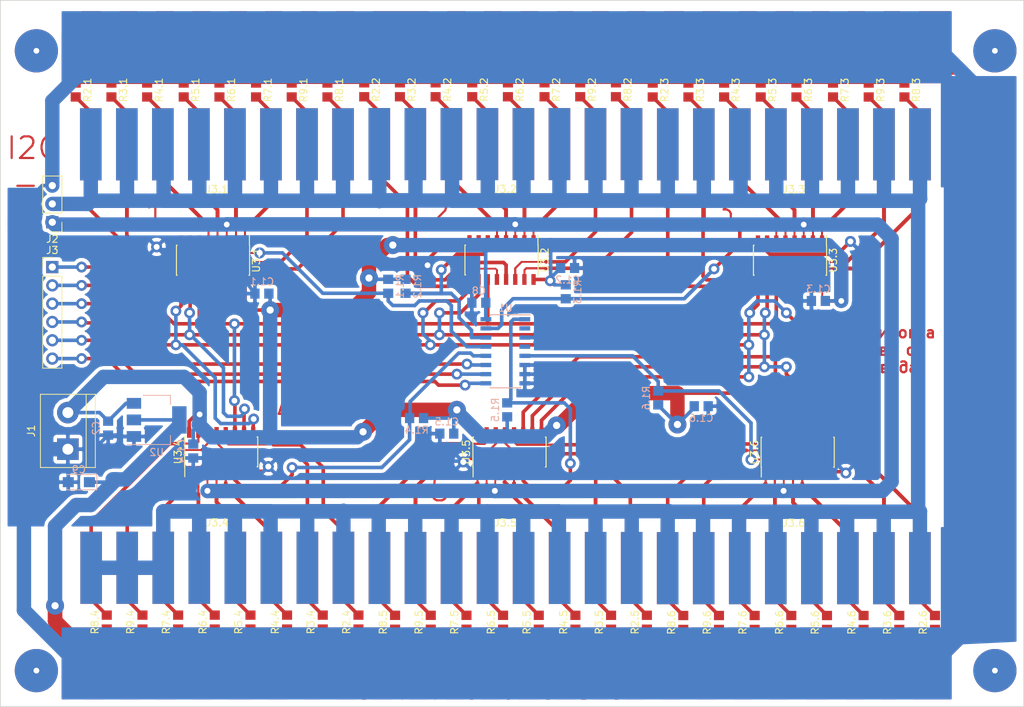
<source format=kicad_pcb>
(kicad_pcb (version 4) (host pcbnew 4.0.7)
  (layers (0 F.Cu signal) (31 B.Cu signal) (34 B.Paste user) (35 F.Paste user) (36 B.SilkS user) (37 F.SilkS user) (38 B.Mask user) (39 F.Mask user) (44 Edge.Cuts user))
  (net 0 "")
  (net 1 +5V)
  (net 2 GND)
  (net 3 +3V3)
  (net 4 /I2C_SDA)
  (net 5 /I2C_SCL)
  (net 6 /ADDR0)
  (net 7 /ADDR1)
  (net 8 /ADDR2)
  (net 9 /ADDR3)
  (net 10 /ADDR4)
  (net 11 /MUL0)
  (net 12 /ADDR5)
  (net 13 /MUL4)
  (net 14 /MUL5)
  (net 15 /MUL3)
  (net 16 /MUL1)
  (net 17 /MUL2)
  (net 18 "/Block 1/CH3")
  (net 19 "/Block 1/CH0")
  (net 20 "/Block 1/CH5")
  (net 21 "/Block 1/CH7")
  (net 22 "/Block 1/CH6")
  (net 23 "/Block 1/CH4")
  (net 24 "/Block 1/CH1")
  (net 25 "/Block 1/CH2")
  (net 26 "/Block 2/CH3")
  (net 27 "/Block 2/CH0")
  (net 28 "/Block 2/CH5")
  (net 29 "/Block 2/CH7")
  (net 30 "/Block 2/CH6")
  (net 31 "/Block 2/CH4")
  (net 32 "/Block 2/CH1")
  (net 33 "/Block 2/CH2")
  (net 34 "/Block 3/CH3")
  (net 35 "/Block 3/CH0")
  (net 36 "/Block 3/CH5")
  (net 37 "/Block 3/CH7")
  (net 38 "/Block 3/CH6")
  (net 39 "/Block 3/CH4")
  (net 40 "/Block 3/CH1")
  (net 41 "/Block 3/CH2")
  (net 42 "/Block 4/CH3")
  (net 43 "/Block 4/CH0")
  (net 44 "/Block 4/CH5")
  (net 45 "/Block 4/CH7")
  (net 46 "/Block 4/CH6")
  (net 47 "/Block 4/CH4")
  (net 48 "/Block 4/CH1")
  (net 49 "/Block 4/CH2")
  (net 50 "/Block 5/CH3")
  (net 51 "/Block 5/CH0")
  (net 52 "/Block 5/CH5")
  (net 53 "/Block 5/CH7")
  (net 54 "/Block 5/CH6")
  (net 55 "/Block 5/CH4")
  (net 56 "/Block 5/CH1")
  (net 57 "/Block 5/CH2")
  (net 58 "/Block 6/CH3")
  (net 59 "/Block 6/CH0")
  (net 60 "/Block 6/CH5")
  (net 61 "/Block 6/CH7")
  (net 62 "/Block 6/CH6")
  (net 63 "/Block 6/CH4")
  (net 64 "/Block 6/CH1")
  (net 65 "/Block 6/CH2")
  (module mylib:VIA (layer F.Cu) (at 162.179 83.693)
    (fp_text reference REF** hide)
    (fp_text value VIA hide)
    (pad 1 thru_hole circle (at 0 0) (size 1.5 1.5) (drill 0.8) (layers *.Cu *.Mask) (net 2 GND))
  )
  (module mylib:VIA (layer F.Cu) (at 146.685 53.213)
    (fp_text reference REF** hide)
    (fp_text value VIA hide)
    (pad 1 thru_hole circle (at 0 0) (size 1.5 1.5) (drill 0.8) (layers *.Cu *.Mask) (net 2 GND))
  )
  (module mylib:VIA (layer F.Cu) (at 189.23 83.058)
    (fp_text reference REF** hide)
    (fp_text value VIA hide)
    (pad 1 thru_hole circle (at 0 0) (size 1.5 1.5) (drill 0.8) (layers *.Cu *.Mask) (net 2 GND))
  )
  (module mylib:VIA (layer F.Cu) (at 242.951 52.451)
    (fp_text reference REF** hide)
    (fp_text value VIA hide)
    (pad 1 thru_hole circle (at 0 0) (size 1.5 1.5) (drill 0.8) (layers *.Cu *.Mask) (net 2 GND))
  )
  (module mylib:VIA (layer F.Cu) (at 242.316 84.582)
    (fp_text reference REF** hide)
    (fp_text value VIA hide)
    (pad 1 thru_hole circle (at 0 0) (size 1.5 1.5) (drill 0.8) (layers *.Cu *.Mask) (net 2 GND))
  )
  (module Package_SO.pretty:SOIC-16_3.9x9.9mm_P1.27mm (layer F.Cu) (at 195.645 81.675 90)
    (fp_text reference U3.5 (at 0 -6 90) (layer F.SilkS))
    (fp_text value 74HC4051)
    (pad 1 smd rect (at -2.7 -4.445 90) (size 1.5 0.6) (layers F.Cu F.Paste F.Mask) (net 55 "/Block 5/CH4"))
    (pad 2 smd rect (at -2.7 -3.175 90) (size 1.5 0.6) (layers F.Cu F.Paste F.Mask) (net 54 "/Block 5/CH6"))
    (pad 3 smd rect (at -2.7 -1.905 90) (size 1.5 0.6) (layers F.Cu F.Paste F.Mask) (net 4 /I2C_SDA))
    (pad 4 smd rect (at -2.7 -0.635 90) (size 1.5 0.6) (layers F.Cu F.Paste F.Mask) (net 53 "/Block 5/CH7"))
    (pad 5 smd rect (at -2.7 0.635 90) (size 1.5 0.6) (layers F.Cu F.Paste F.Mask) (net 52 "/Block 5/CH5"))
    (pad 6 smd rect (at -2.7 1.905 90) (size 1.5 0.6) (layers F.Cu F.Paste F.Mask) (net 13 /MUL4))
    (pad 7 smd rect (at -2.7 3.175 90) (size 1.5 0.6) (layers F.Cu F.Paste F.Mask) (net 2 GND))
    (pad 8 smd rect (at -2.7 4.445 90) (size 1.5 0.6) (layers F.Cu F.Paste F.Mask) (net 2 GND))
    (pad 9 smd rect (at 2.7 4.445 90) (size 1.5 0.6) (layers F.Cu F.Paste F.Mask) (net 8 /ADDR2))
    (pad 10 smd rect (at 2.7 3.175 90) (size 1.5 0.6) (layers F.Cu F.Paste F.Mask) (net 7 /ADDR1))
    (pad 11 smd rect (at 2.7 1.905 90) (size 1.5 0.6) (layers F.Cu F.Paste F.Mask) (net 6 /ADDR0))
    (pad 12 smd rect (at 2.7 0.635 90) (size 1.5 0.6) (layers F.Cu F.Paste F.Mask) (net 50 "/Block 5/CH3"))
    (pad 13 smd rect (at 2.7 -0.635 90) (size 1.5 0.6) (layers F.Cu F.Paste F.Mask) (net 51 "/Block 5/CH0"))
    (pad 14 smd rect (at 2.7 -1.905 90) (size 1.5 0.6) (layers F.Cu F.Paste F.Mask) (net 56 "/Block 5/CH1"))
    (pad 15 smd rect (at 2.7 -3.175 90) (size 1.5 0.6) (layers F.Cu F.Paste F.Mask) (net 57 "/Block 5/CH2"))
    (pad 16 smd rect (at 2.7 -4.445 90) (size 1.5 0.6) (layers F.Cu F.Paste F.Mask) (net 1 +5V))
  )
  (module Package_SO.pretty:SOIC-16_3.9x9.9mm_P1.27mm (layer F.Cu) (at 235.636 81.701 90)
    (fp_text reference U3.6 (at 0 -6 90) (layer F.SilkS))
    (fp_text value 74HC4051)
    (pad 1 smd rect (at -2.7 -4.445 90) (size 1.5 0.6) (layers F.Cu F.Paste F.Mask) (net 63 "/Block 6/CH4"))
    (pad 2 smd rect (at -2.7 -3.175 90) (size 1.5 0.6) (layers F.Cu F.Paste F.Mask) (net 62 "/Block 6/CH6"))
    (pad 3 smd rect (at -2.7 -1.905 90) (size 1.5 0.6) (layers F.Cu F.Paste F.Mask) (net 4 /I2C_SDA))
    (pad 4 smd rect (at -2.7 -0.635 90) (size 1.5 0.6) (layers F.Cu F.Paste F.Mask) (net 61 "/Block 6/CH7"))
    (pad 5 smd rect (at -2.7 0.635 90) (size 1.5 0.6) (layers F.Cu F.Paste F.Mask) (net 60 "/Block 6/CH5"))
    (pad 6 smd rect (at -2.7 1.905 90) (size 1.5 0.6) (layers F.Cu F.Paste F.Mask) (net 14 /MUL5))
    (pad 7 smd rect (at -2.7 3.175 90) (size 1.5 0.6) (layers F.Cu F.Paste F.Mask) (net 2 GND))
    (pad 8 smd rect (at -2.7 4.445 90) (size 1.5 0.6) (layers F.Cu F.Paste F.Mask) (net 2 GND))
    (pad 9 smd rect (at 2.7 4.445 90) (size 1.5 0.6) (layers F.Cu F.Paste F.Mask) (net 8 /ADDR2))
    (pad 10 smd rect (at 2.7 3.175 90) (size 1.5 0.6) (layers F.Cu F.Paste F.Mask) (net 7 /ADDR1))
    (pad 11 smd rect (at 2.7 1.905 90) (size 1.5 0.6) (layers F.Cu F.Paste F.Mask) (net 6 /ADDR0))
    (pad 12 smd rect (at 2.7 0.635 90) (size 1.5 0.6) (layers F.Cu F.Paste F.Mask) (net 58 "/Block 6/CH3"))
    (pad 13 smd rect (at 2.7 -0.635 90) (size 1.5 0.6) (layers F.Cu F.Paste F.Mask) (net 59 "/Block 6/CH0"))
    (pad 14 smd rect (at 2.7 -1.905 90) (size 1.5 0.6) (layers F.Cu F.Paste F.Mask) (net 64 "/Block 6/CH1"))
    (pad 15 smd rect (at 2.7 -3.175 90) (size 1.5 0.6) (layers F.Cu F.Paste F.Mask) (net 65 "/Block 6/CH2"))
    (pad 16 smd rect (at 2.7 -4.445 90) (size 1.5 0.6) (layers F.Cu F.Paste F.Mask) (net 1 +5V))
  )
  (module Capacitor_SMD.pretty:C_0805_2012Metric_Pad1.29x1.40mm_HandSolder (layer B.Cu) (at 222.25 75.311)
    (fp_text reference C1.6 (at 0 1.65) (layer B.SilkS) (effects (justify mirror)))
    (fp_text value 0.1)
    (pad 1 smd rect (at -0.9675 0) (size 1.295 1.4) (layers B.Cu B.Paste B.Mask) (net 1 +5V))
    (pad 2 smd rect (at 0.9675 0) (size 1.295 1.4) (layers B.Cu B.Paste B.Mask) (net 2 GND))
  )
  (module mylib:8pair (layer F.Cu) (at 235.097 97.787 180)
    (fp_text reference J3.6 (at 0 6.25 180) (layer F.SilkS))
    (fp_text value SDA/SCL)
    (pad 9 smd rect (at -17.5 0 180) (size 3 10) (layers B.Cu F.Paste F.Mask) (net 5 /I2C_SCL))
    (pad 1 smd rect (at -17.5 0 180) (size 3 10) (layers F.Cu F.Paste F.Mask) (net 58 "/Block 6/CH3"))
    (pad 2 smd rect (at -12.5 0 180) (size 3 10) (layers F.Cu F.Paste F.Mask) (net 59 "/Block 6/CH0"))
    (pad 3 smd rect (at -7.5 0 180) (size 3 10) (layers F.Cu F.Paste F.Mask) (net 60 "/Block 6/CH5"))
    (pad 4 smd rect (at -2.5 0 180) (size 3 10) (layers F.Cu F.Paste F.Mask) (net 61 "/Block 6/CH7"))
    (pad 5 smd rect (at 2.5 0 180) (size 3 10) (layers F.Cu F.Paste F.Mask) (net 62 "/Block 6/CH6"))
    (pad 6 smd rect (at 7.5 0 180) (size 3 10) (layers F.Cu F.Paste F.Mask) (net 63 "/Block 6/CH4"))
    (pad 7 smd rect (at 12.5 0 180) (size 3 10) (layers F.Cu F.Paste F.Mask) (net 64 "/Block 6/CH1"))
    (pad 8 smd rect (at 17.5 0 180) (size 3 10) (layers F.Cu F.Paste F.Mask) (net 65 "/Block 6/CH2"))
    (pad 10 smd rect (at -12.5 0 180) (size 3 10) (layers B.Cu F.Paste F.Mask) (net 5 /I2C_SCL))
    (pad 11 smd rect (at -7.5 0 180) (size 3 10) (layers B.Cu F.Paste F.Mask) (net 5 /I2C_SCL))
    (pad 12 smd rect (at -2.5 0 180) (size 3 10) (layers B.Cu F.Paste F.Mask) (net 5 /I2C_SCL))
    (pad 13 smd rect (at 2.5 0 180) (size 3 10) (layers B.Cu F.Paste F.Mask) (net 5 /I2C_SCL))
    (pad 14 smd rect (at 7.5 0 180) (size 3 10) (layers B.Cu F.Paste F.Mask) (net 5 /I2C_SCL))
    (pad 15 smd rect (at 12.5 0 180) (size 3 10) (layers B.Cu F.Paste F.Mask) (net 5 /I2C_SCL))
    (pad 16 smd rect (at 17.5 0 180) (size 3 10) (layers B.Cu F.Paste F.Mask) (net 5 /I2C_SCL))
  )
  (module Resistor_SMD.pretty:R_0805_2012Metric_Pad1.29x1.40mm_HandSolder (layer F.Cu) (at 254.686 105.323 90)
    (fp_text reference R2.6 (at 0 -1.65 90) (layer F.SilkS))
    (fp_text value 4k7)
    (pad 1 smd rect (at -0.9675 0 90) (size 1.295 1.4) (layers F.Cu F.Paste F.Mask) (net 3 +3V3))
    (pad 2 smd rect (at 0.9675 0 90) (size 1.295 1.4) (layers F.Cu F.Paste F.Mask) (net 58 "/Block 6/CH3"))
  )
  (module Resistor_SMD.pretty:R_0805_2012Metric_Pad1.29x1.40mm_HandSolder (layer F.Cu) (at 249.733 105.323 90)
    (fp_text reference R3.6 (at 0 -1.65 90) (layer F.SilkS))
    (fp_text value 4k7)
    (pad 1 smd rect (at -0.9675 0 90) (size 1.295 1.4) (layers F.Cu F.Paste F.Mask) (net 3 +3V3))
    (pad 2 smd rect (at 0.9675 0 90) (size 1.295 1.4) (layers F.Cu F.Paste F.Mask) (net 59 "/Block 6/CH0"))
  )
  (module Resistor_SMD.pretty:R_0805_2012Metric_Pad1.29x1.40mm_HandSolder (layer F.Cu) (at 244.78 105.323 90)
    (fp_text reference R4.6 (at 0 -1.65 90) (layer F.SilkS))
    (fp_text value 4k7)
    (pad 1 smd rect (at -0.9675 0 90) (size 1.295 1.4) (layers F.Cu F.Paste F.Mask) (net 3 +3V3))
    (pad 2 smd rect (at 0.9675 0 90) (size 1.295 1.4) (layers F.Cu F.Paste F.Mask) (net 60 "/Block 6/CH5"))
  )
  (module Resistor_SMD.pretty:R_0805_2012Metric_Pad1.29x1.40mm_HandSolder (layer F.Cu) (at 239.7 105.323 90)
    (fp_text reference R5.6 (at 0 -1.65 90) (layer F.SilkS))
    (fp_text value 4k7)
    (pad 1 smd rect (at -0.9675 0 90) (size 1.295 1.4) (layers F.Cu F.Paste F.Mask) (net 3 +3V3))
    (pad 2 smd rect (at 0.9675 0 90) (size 1.295 1.4) (layers F.Cu F.Paste F.Mask) (net 61 "/Block 6/CH7"))
  )
  (module Resistor_SMD.pretty:R_0805_2012Metric_Pad1.29x1.40mm_HandSolder (layer F.Cu) (at 234.747 105.323 90)
    (fp_text reference R6.6 (at 0 -1.65 90) (layer F.SilkS))
    (fp_text value 4k7)
    (pad 1 smd rect (at -0.9675 0 90) (size 1.295 1.4) (layers F.Cu F.Paste F.Mask) (net 3 +3V3))
    (pad 2 smd rect (at 0.9675 0 90) (size 1.295 1.4) (layers F.Cu F.Paste F.Mask) (net 62 "/Block 6/CH6"))
  )
  (module Resistor_SMD.pretty:R_0805_2012Metric_Pad1.29x1.40mm_HandSolder (layer F.Cu) (at 229.667 105.323 90)
    (fp_text reference R7.6 (at 0 -1.65 90) (layer F.SilkS))
    (fp_text value 4k7)
    (pad 1 smd rect (at -0.9675 0 90) (size 1.295 1.4) (layers F.Cu F.Paste F.Mask) (net 3 +3V3))
    (pad 2 smd rect (at 0.9675 0 90) (size 1.295 1.4) (layers F.Cu F.Paste F.Mask) (net 63 "/Block 6/CH4"))
  )
  (module Resistor_SMD.pretty:R_0805_2012Metric_Pad1.29x1.40mm_HandSolder (layer F.Cu) (at 219.761 105.323 90)
    (fp_text reference R8.6 (at 0 -1.65 90) (layer F.SilkS))
    (fp_text value 4k7)
    (pad 1 smd rect (at -0.9675 0 90) (size 1.295 1.4) (layers F.Cu F.Paste F.Mask) (net 3 +3V3))
    (pad 2 smd rect (at 0.9675 0 90) (size 1.295 1.4) (layers F.Cu F.Paste F.Mask) (net 65 "/Block 6/CH2"))
  )
  (module Resistor_SMD.pretty:R_0805_2012Metric_Pad1.29x1.40mm_HandSolder (layer F.Cu) (at 224.714 105.323 90)
    (fp_text reference R9.6 (at 0 -1.65 90) (layer F.SilkS))
    (fp_text value 4k7)
    (pad 1 smd rect (at -0.9675 0 90) (size 1.295 1.4) (layers F.Cu F.Paste F.Mask) (net 3 +3V3))
    (pad 2 smd rect (at 0.9675 0 90) (size 1.295 1.4) (layers F.Cu F.Paste F.Mask) (net 64 "/Block 6/CH1"))
  )
  (module Resistor_SMD.pretty:R_0805_2012Metric_Pad1.29x1.40mm_HandSolder (layer F.Cu) (at 184.723 105.297 90)
    (fp_text reference R9.5 (at 0 -1.65 90) (layer F.SilkS))
    (fp_text value 4k7)
    (pad 1 smd rect (at -0.9675 0 90) (size 1.295 1.4) (layers F.Cu F.Paste F.Mask) (net 3 +3V3))
    (pad 2 smd rect (at 0.9675 0 90) (size 1.295 1.4) (layers F.Cu F.Paste F.Mask) (net 56 "/Block 5/CH1"))
  )
  (module Resistor_SMD.pretty:R_0805_2012Metric_Pad1.29x1.40mm_HandSolder (layer F.Cu) (at 179.77 105.297 90)
    (fp_text reference R8.5 (at 0 -1.65 90) (layer F.SilkS))
    (fp_text value 4k7)
    (pad 1 smd rect (at -0.9675 0 90) (size 1.295 1.4) (layers F.Cu F.Paste F.Mask) (net 3 +3V3))
    (pad 2 smd rect (at 0.9675 0 90) (size 1.295 1.4) (layers F.Cu F.Paste F.Mask) (net 57 "/Block 5/CH2"))
  )
  (module Resistor_SMD.pretty:R_0805_2012Metric_Pad1.29x1.40mm_HandSolder (layer F.Cu) (at 189.676 105.297 90)
    (fp_text reference R7.5 (at 0 -1.65 90) (layer F.SilkS))
    (fp_text value 4k7)
    (pad 1 smd rect (at -0.9675 0 90) (size 1.295 1.4) (layers F.Cu F.Paste F.Mask) (net 3 +3V3))
    (pad 2 smd rect (at 0.9675 0 90) (size 1.295 1.4) (layers F.Cu F.Paste F.Mask) (net 55 "/Block 5/CH4"))
  )
  (module Resistor_SMD.pretty:R_0805_2012Metric_Pad1.29x1.40mm_HandSolder (layer F.Cu) (at 194.756 105.297 90)
    (fp_text reference R6.5 (at 0 -1.65 90) (layer F.SilkS))
    (fp_text value 4k7)
    (pad 1 smd rect (at -0.9675 0 90) (size 1.295 1.4) (layers F.Cu F.Paste F.Mask) (net 3 +3V3))
    (pad 2 smd rect (at 0.9675 0 90) (size 1.295 1.4) (layers F.Cu F.Paste F.Mask) (net 54 "/Block 5/CH6"))
  )
  (module Resistor_SMD.pretty:R_0805_2012Metric_Pad1.29x1.40mm_HandSolder (layer F.Cu) (at 199.709 105.297 90)
    (fp_text reference R5.5 (at 0 -1.65 90) (layer F.SilkS))
    (fp_text value 4k7)
    (pad 1 smd rect (at -0.9675 0 90) (size 1.295 1.4) (layers F.Cu F.Paste F.Mask) (net 3 +3V3))
    (pad 2 smd rect (at 0.9675 0 90) (size 1.295 1.4) (layers F.Cu F.Paste F.Mask) (net 53 "/Block 5/CH7"))
  )
  (module Resistor_SMD.pretty:R_0805_2012Metric_Pad1.29x1.40mm_HandSolder (layer F.Cu) (at 204.789 105.297 90)
    (fp_text reference R4.5 (at 0 -1.65 90) (layer F.SilkS))
    (fp_text value 4k7)
    (pad 1 smd rect (at -0.9675 0 90) (size 1.295 1.4) (layers F.Cu F.Paste F.Mask) (net 3 +3V3))
    (pad 2 smd rect (at 0.9675 0 90) (size 1.295 1.4) (layers F.Cu F.Paste F.Mask) (net 52 "/Block 5/CH5"))
  )
  (module Resistor_SMD.pretty:R_0805_2012Metric_Pad1.29x1.40mm_HandSolder (layer F.Cu) (at 209.742 105.297 90)
    (fp_text reference R3.5 (at 0 -1.65 90) (layer F.SilkS))
    (fp_text value 4k7)
    (pad 1 smd rect (at -0.9675 0 90) (size 1.295 1.4) (layers F.Cu F.Paste F.Mask) (net 3 +3V3))
    (pad 2 smd rect (at 0.9675 0 90) (size 1.295 1.4) (layers F.Cu F.Paste F.Mask) (net 51 "/Block 5/CH0"))
  )
  (module Resistor_SMD.pretty:R_0805_2012Metric_Pad1.29x1.40mm_HandSolder (layer F.Cu) (at 214.71 105.29 90)
    (fp_text reference R2.5 (at 0 -1.65 90) (layer F.SilkS))
    (fp_text value 4k7)
    (pad 1 smd rect (at -0.9675 0 90) (size 1.295 1.4) (layers F.Cu F.Paste F.Mask) (net 3 +3V3))
    (pad 2 smd rect (at 0.9675 0 90) (size 1.295 1.4) (layers F.Cu F.Paste F.Mask) (net 50 "/Block 5/CH3"))
  )
  (module mylib:8pair (layer F.Cu) (at 195.106 97.761 180)
    (fp_text reference J3.5 (at 0 6.25 180) (layer F.SilkS))
    (fp_text value SDA/SCL)
    (pad 9 smd rect (at -17.5 0 180) (size 3 10) (layers B.Cu F.Paste F.Mask) (net 5 /I2C_SCL))
    (pad 1 smd rect (at -17.5 0 180) (size 3 10) (layers F.Cu F.Paste F.Mask) (net 50 "/Block 5/CH3"))
    (pad 2 smd rect (at -12.5 0 180) (size 3 10) (layers F.Cu F.Paste F.Mask) (net 51 "/Block 5/CH0"))
    (pad 3 smd rect (at -7.5 0 180) (size 3 10) (layers F.Cu F.Paste F.Mask) (net 52 "/Block 5/CH5"))
    (pad 4 smd rect (at -2.5 0 180) (size 3 10) (layers F.Cu F.Paste F.Mask) (net 53 "/Block 5/CH7"))
    (pad 5 smd rect (at 2.5 0 180) (size 3 10) (layers F.Cu F.Paste F.Mask) (net 54 "/Block 5/CH6"))
    (pad 6 smd rect (at 7.5 0 180) (size 3 10) (layers F.Cu F.Paste F.Mask) (net 55 "/Block 5/CH4"))
    (pad 7 smd rect (at 12.5 0 180) (size 3 10) (layers F.Cu F.Paste F.Mask) (net 56 "/Block 5/CH1"))
    (pad 8 smd rect (at 17.5 0 180) (size 3 10) (layers F.Cu F.Paste F.Mask) (net 57 "/Block 5/CH2"))
    (pad 10 smd rect (at -12.5 0 180) (size 3 10) (layers B.Cu F.Paste F.Mask) (net 5 /I2C_SCL))
    (pad 11 smd rect (at -7.5 0 180) (size 3 10) (layers B.Cu F.Paste F.Mask) (net 5 /I2C_SCL))
    (pad 12 smd rect (at -2.5 0 180) (size 3 10) (layers B.Cu F.Paste F.Mask) (net 5 /I2C_SCL))
    (pad 13 smd rect (at 2.5 0 180) (size 3 10) (layers B.Cu F.Paste F.Mask) (net 5 /I2C_SCL))
    (pad 14 smd rect (at 7.5 0 180) (size 3 10) (layers B.Cu F.Paste F.Mask) (net 5 /I2C_SCL))
    (pad 15 smd rect (at 12.5 0 180) (size 3 10) (layers B.Cu F.Paste F.Mask) (net 5 /I2C_SCL))
    (pad 16 smd rect (at 17.5 0 180) (size 3 10) (layers B.Cu F.Paste F.Mask) (net 5 /I2C_SCL))
  )
  (module Capacitor_SMD.pretty:C_0805_2012Metric_Pad1.29x1.40mm_HandSolder (layer B.Cu) (at 186.944 79.121 180)
    (fp_text reference C1.5 (at 0 1.65 180) (layer B.SilkS) (effects (justify mirror)))
    (fp_text value 0.1)
    (pad 1 smd rect (at -0.9675 0 180) (size 1.295 1.4) (layers B.Cu B.Paste B.Mask) (net 1 +5V))
    (pad 2 smd rect (at 0.9675 0 180) (size 1.295 1.4) (layers B.Cu B.Paste B.Mask) (net 2 GND))
  )
  (module Package_SO.pretty:SOIC-16_3.9x9.9mm_P1.27mm (layer F.Cu) (at 155.639 81.649 90)
    (fp_text reference U3.4 (at 0 -6 90) (layer F.SilkS))
    (fp_text value 74HC4051)
    (pad 1 smd rect (at -2.7 -4.445 90) (size 1.5 0.6) (layers F.Cu F.Paste F.Mask) (net 47 "/Block 4/CH4"))
    (pad 2 smd rect (at -2.7 -3.175 90) (size 1.5 0.6) (layers F.Cu F.Paste F.Mask) (net 46 "/Block 4/CH6"))
    (pad 3 smd rect (at -2.7 -1.905 90) (size 1.5 0.6) (layers F.Cu F.Paste F.Mask) (net 4 /I2C_SDA))
    (pad 4 smd rect (at -2.7 -0.635 90) (size 1.5 0.6) (layers F.Cu F.Paste F.Mask) (net 45 "/Block 4/CH7"))
    (pad 5 smd rect (at -2.7 0.635 90) (size 1.5 0.6) (layers F.Cu F.Paste F.Mask) (net 44 "/Block 4/CH5"))
    (pad 6 smd rect (at -2.7 1.905 90) (size 1.5 0.6) (layers F.Cu F.Paste F.Mask) (net 15 /MUL3))
    (pad 7 smd rect (at -2.7 3.175 90) (size 1.5 0.6) (layers F.Cu F.Paste F.Mask) (net 2 GND))
    (pad 8 smd rect (at -2.7 4.445 90) (size 1.5 0.6) (layers F.Cu F.Paste F.Mask) (net 2 GND))
    (pad 9 smd rect (at 2.7 4.445 90) (size 1.5 0.6) (layers F.Cu F.Paste F.Mask) (net 8 /ADDR2))
    (pad 10 smd rect (at 2.7 3.175 90) (size 1.5 0.6) (layers F.Cu F.Paste F.Mask) (net 7 /ADDR1))
    (pad 11 smd rect (at 2.7 1.905 90) (size 1.5 0.6) (layers F.Cu F.Paste F.Mask) (net 6 /ADDR0))
    (pad 12 smd rect (at 2.7 0.635 90) (size 1.5 0.6) (layers F.Cu F.Paste F.Mask) (net 42 "/Block 4/CH3"))
    (pad 13 smd rect (at 2.7 -0.635 90) (size 1.5 0.6) (layers F.Cu F.Paste F.Mask) (net 43 "/Block 4/CH0"))
    (pad 14 smd rect (at 2.7 -1.905 90) (size 1.5 0.6) (layers F.Cu F.Paste F.Mask) (net 48 "/Block 4/CH1"))
    (pad 15 smd rect (at 2.7 -3.175 90) (size 1.5 0.6) (layers F.Cu F.Paste F.Mask) (net 49 "/Block 4/CH2"))
    (pad 16 smd rect (at 2.7 -4.445 90) (size 1.5 0.6) (layers F.Cu F.Paste F.Mask) (net 1 +5V))
  )
  (module Capacitor_SMD.pretty:C_0805_2012Metric_Pad1.29x1.40mm_HandSolder (layer B.Cu) (at 151.765 81.534 270)
    (fp_text reference C1.4 (at 0 1.65 270) (layer B.SilkS) (effects (justify mirror)))
    (fp_text value 0.1)
    (pad 1 smd rect (at -0.9675 0 270) (size 1.295 1.4) (layers B.Cu B.Paste B.Mask) (net 1 +5V))
    (pad 2 smd rect (at 0.9675 0 270) (size 1.295 1.4) (layers B.Cu B.Paste B.Mask) (net 2 GND))
  )
  (module mylib:8pair (layer F.Cu) (at 155.1 97.735 180)
    (fp_text reference J3.4 (at 0 6.25 180) (layer F.SilkS))
    (fp_text value SDA/SCL)
    (pad 9 smd rect (at -17.5 0 180) (size 3 10) (layers B.Cu F.Paste F.Mask) (net 5 /I2C_SCL))
    (pad 1 smd rect (at -17.5 0 180) (size 3 10) (layers F.Cu F.Paste F.Mask) (net 42 "/Block 4/CH3"))
    (pad 2 smd rect (at -12.5 0 180) (size 3 10) (layers F.Cu F.Paste F.Mask) (net 43 "/Block 4/CH0"))
    (pad 3 smd rect (at -7.5 0 180) (size 3 10) (layers F.Cu F.Paste F.Mask) (net 44 "/Block 4/CH5"))
    (pad 4 smd rect (at -2.5 0 180) (size 3 10) (layers F.Cu F.Paste F.Mask) (net 45 "/Block 4/CH7"))
    (pad 5 smd rect (at 2.5 0 180) (size 3 10) (layers F.Cu F.Paste F.Mask) (net 46 "/Block 4/CH6"))
    (pad 6 smd rect (at 7.5 0 180) (size 3 10) (layers F.Cu F.Paste F.Mask) (net 47 "/Block 4/CH4"))
    (pad 7 smd rect (at 12.5 0 180) (size 3 10) (layers F.Cu F.Paste F.Mask) (net 48 "/Block 4/CH1"))
    (pad 8 smd rect (at 17.5 0 180) (size 3 10) (layers F.Cu F.Paste F.Mask) (net 49 "/Block 4/CH2"))
    (pad 10 smd rect (at -12.5 0 180) (size 3 10) (layers B.Cu F.Paste F.Mask) (net 5 /I2C_SCL))
    (pad 11 smd rect (at -7.5 0 180) (size 3 10) (layers B.Cu F.Paste F.Mask) (net 5 /I2C_SCL))
    (pad 12 smd rect (at -2.5 0 180) (size 3 10) (layers B.Cu F.Paste F.Mask) (net 5 /I2C_SCL))
    (pad 13 smd rect (at 2.5 0 180) (size 3 10) (layers B.Cu F.Paste F.Mask) (net 5 /I2C_SCL))
    (pad 14 smd rect (at 7.5 0 180) (size 3 10) (layers B.Cu F.Paste F.Mask) (net 5 /I2C_SCL))
    (pad 15 smd rect (at 12.5 0 180) (size 3 10) (layers B.Cu F.Paste F.Mask) (net 5 /I2C_SCL))
    (pad 16 smd rect (at 17.5 0 180) (size 3 10) (layers B.Cu F.Paste F.Mask) (net 5 /I2C_SCL))
  )
  (module Resistor_SMD.pretty:R_0805_2012Metric_Pad1.29x1.40mm_HandSolder (layer F.Cu) (at 174.689 105.271 90)
    (fp_text reference R2.4 (at 0 -1.65 90) (layer F.SilkS))
    (fp_text value 4k7)
    (pad 1 smd rect (at -0.9675 0 90) (size 1.295 1.4) (layers F.Cu F.Paste F.Mask) (net 3 +3V3))
    (pad 2 smd rect (at 0.9675 0 90) (size 1.295 1.4) (layers F.Cu F.Paste F.Mask) (net 42 "/Block 4/CH3"))
  )
  (module Resistor_SMD.pretty:R_0805_2012Metric_Pad1.29x1.40mm_HandSolder (layer F.Cu) (at 169.736 105.271 90)
    (fp_text reference R3.4 (at 0 -1.65 90) (layer F.SilkS))
    (fp_text value 4k7)
    (pad 1 smd rect (at -0.9675 0 90) (size 1.295 1.4) (layers F.Cu F.Paste F.Mask) (net 3 +3V3))
    (pad 2 smd rect (at 0.9675 0 90) (size 1.295 1.4) (layers F.Cu F.Paste F.Mask) (net 43 "/Block 4/CH0"))
  )
  (module Resistor_SMD.pretty:R_0805_2012Metric_Pad1.29x1.40mm_HandSolder (layer F.Cu) (at 164.783 105.271 90)
    (fp_text reference R4.4 (at 0 -1.65 90) (layer F.SilkS))
    (fp_text value 4k7)
    (pad 1 smd rect (at -0.9675 0 90) (size 1.295 1.4) (layers F.Cu F.Paste F.Mask) (net 3 +3V3))
    (pad 2 smd rect (at 0.9675 0 90) (size 1.295 1.4) (layers F.Cu F.Paste F.Mask) (net 44 "/Block 4/CH5"))
  )
  (module Resistor_SMD.pretty:R_0805_2012Metric_Pad1.29x1.40mm_HandSolder (layer F.Cu) (at 159.703 105.271 90)
    (fp_text reference R5.4 (at 0 -1.65 90) (layer F.SilkS))
    (fp_text value 4k7)
    (pad 1 smd rect (at -0.9675 0 90) (size 1.295 1.4) (layers F.Cu F.Paste F.Mask) (net 3 +3V3))
    (pad 2 smd rect (at 0.9675 0 90) (size 1.295 1.4) (layers F.Cu F.Paste F.Mask) (net 45 "/Block 4/CH7"))
  )
  (module Resistor_SMD.pretty:R_0805_2012Metric_Pad1.29x1.40mm_HandSolder (layer F.Cu) (at 154.75 105.271 90)
    (fp_text reference R6.4 (at 0 -1.65 90) (layer F.SilkS))
    (fp_text value 4k7)
    (pad 1 smd rect (at -0.9675 0 90) (size 1.295 1.4) (layers F.Cu F.Paste F.Mask) (net 3 +3V3))
    (pad 2 smd rect (at 0.9675 0 90) (size 1.295 1.4) (layers F.Cu F.Paste F.Mask) (net 46 "/Block 4/CH6"))
  )
  (module Resistor_SMD.pretty:R_0805_2012Metric_Pad1.29x1.40mm_HandSolder (layer F.Cu) (at 149.67 105.271 90)
    (fp_text reference R7.4 (at 0 -1.65 90) (layer F.SilkS))
    (fp_text value 4k7)
    (pad 1 smd rect (at -0.9675 0 90) (size 1.295 1.4) (layers F.Cu F.Paste F.Mask) (net 3 +3V3))
    (pad 2 smd rect (at 0.9675 0 90) (size 1.295 1.4) (layers F.Cu F.Paste F.Mask) (net 47 "/Block 4/CH4"))
  )
  (module Resistor_SMD.pretty:R_0805_2012Metric_Pad1.29x1.40mm_HandSolder (layer F.Cu) (at 139.764 105.271 90)
    (fp_text reference R8.4 (at 0 -1.65 90) (layer F.SilkS))
    (fp_text value 4k7)
    (pad 1 smd rect (at -0.9675 0 90) (size 1.295 1.4) (layers F.Cu F.Paste F.Mask) (net 3 +3V3))
    (pad 2 smd rect (at 0.9675 0 90) (size 1.295 1.4) (layers F.Cu F.Paste F.Mask) (net 49 "/Block 4/CH2"))
  )
  (module Resistor_SMD.pretty:R_0805_2012Metric_Pad1.29x1.40mm_HandSolder (layer F.Cu) (at 144.717 105.271 90)
    (fp_text reference R9.4 (at 0 -1.65 90) (layer F.SilkS))
    (fp_text value 4k7)
    (pad 1 smd rect (at -0.9675 0 90) (size 1.295 1.4) (layers F.Cu F.Paste F.Mask) (net 3 +3V3))
    (pad 2 smd rect (at 0.9675 0 90) (size 1.295 1.4) (layers F.Cu F.Paste F.Mask) (net 48 "/Block 4/CH1"))
  )
  (module Resistor_SMD.pretty:R_0805_2012Metric_Pad1.29x1.40mm_HandSolder (layer F.Cu) (at 245.492 31.442 270)
    (fp_text reference R9.3 (at 0 -1.65 270) (layer F.SilkS))
    (fp_text value 4k7)
    (pad 1 smd rect (at -0.9675 0 270) (size 1.295 1.4) (layers F.Cu F.Paste F.Mask) (net 3 +3V3))
    (pad 2 smd rect (at 0.9675 0 270) (size 1.295 1.4) (layers F.Cu F.Paste F.Mask) (net 40 "/Block 3/CH1"))
  )
  (module Resistor_SMD.pretty:R_0805_2012Metric_Pad1.29x1.40mm_HandSolder (layer F.Cu) (at 250.445 31.442 270)
    (fp_text reference R8.3 (at 0 -1.65 270) (layer F.SilkS))
    (fp_text value 4k7)
    (pad 1 smd rect (at -0.9675 0 270) (size 1.295 1.4) (layers F.Cu F.Paste F.Mask) (net 3 +3V3))
    (pad 2 smd rect (at 0.9675 0 270) (size 1.295 1.4) (layers F.Cu F.Paste F.Mask) (net 41 "/Block 3/CH2"))
  )
  (module Resistor_SMD.pretty:R_0805_2012Metric_Pad1.29x1.40mm_HandSolder (layer F.Cu) (at 240.539 31.442 270)
    (fp_text reference R7.3 (at 0 -1.65 270) (layer F.SilkS))
    (fp_text value 4k7)
    (pad 1 smd rect (at -0.9675 0 270) (size 1.295 1.4) (layers F.Cu F.Paste F.Mask) (net 3 +3V3))
    (pad 2 smd rect (at 0.9675 0 270) (size 1.295 1.4) (layers F.Cu F.Paste F.Mask) (net 39 "/Block 3/CH4"))
  )
  (module Resistor_SMD.pretty:R_0805_2012Metric_Pad1.29x1.40mm_HandSolder (layer F.Cu) (at 235.459 31.442 270)
    (fp_text reference R6.3 (at 0 -1.65 270) (layer F.SilkS))
    (fp_text value 4k7)
    (pad 1 smd rect (at -0.9675 0 270) (size 1.295 1.4) (layers F.Cu F.Paste F.Mask) (net 3 +3V3))
    (pad 2 smd rect (at 0.9675 0 270) (size 1.295 1.4) (layers F.Cu F.Paste F.Mask) (net 38 "/Block 3/CH6"))
  )
  (module Resistor_SMD.pretty:R_0805_2012Metric_Pad1.29x1.40mm_HandSolder (layer F.Cu) (at 230.506 31.442 270)
    (fp_text reference R5.3 (at 0 -1.65 270) (layer F.SilkS))
    (fp_text value 4k7)
    (pad 1 smd rect (at -0.9675 0 270) (size 1.295 1.4) (layers F.Cu F.Paste F.Mask) (net 3 +3V3))
    (pad 2 smd rect (at 0.9675 0 270) (size 1.295 1.4) (layers F.Cu F.Paste F.Mask) (net 37 "/Block 3/CH7"))
  )
  (module Resistor_SMD.pretty:R_0805_2012Metric_Pad1.29x1.40mm_HandSolder (layer F.Cu) (at 225.426 31.442 270)
    (fp_text reference R4.3 (at 0 -1.65 270) (layer F.SilkS))
    (fp_text value 4k7)
    (pad 1 smd rect (at -0.9675 0 270) (size 1.295 1.4) (layers F.Cu F.Paste F.Mask) (net 3 +3V3))
    (pad 2 smd rect (at 0.9675 0 270) (size 1.295 1.4) (layers F.Cu F.Paste F.Mask) (net 36 "/Block 3/CH5"))
  )
  (module Resistor_SMD.pretty:R_0805_2012Metric_Pad1.29x1.40mm_HandSolder (layer F.Cu) (at 220.473 31.442 270)
    (fp_text reference R3.3 (at 0 -1.65 270) (layer F.SilkS))
    (fp_text value 4k7)
    (pad 1 smd rect (at -0.9675 0 270) (size 1.295 1.4) (layers F.Cu F.Paste F.Mask) (net 3 +3V3))
    (pad 2 smd rect (at 0.9675 0 270) (size 1.295 1.4) (layers F.Cu F.Paste F.Mask) (net 35 "/Block 3/CH0"))
  )
  (module Resistor_SMD.pretty:R_0805_2012Metric_Pad1.29x1.40mm_HandSolder (layer F.Cu) (at 215.52 31.442 270)
    (fp_text reference R2.3 (at 0 -1.65 270) (layer F.SilkS))
    (fp_text value 4k7)
    (pad 1 smd rect (at -0.9675 0 270) (size 1.295 1.4) (layers F.Cu F.Paste F.Mask) (net 3 +3V3))
    (pad 2 smd rect (at 0.9675 0 270) (size 1.295 1.4) (layers F.Cu F.Paste F.Mask) (net 34 "/Block 3/CH3"))
  )
  (module mylib:8pair (layer F.Cu) (at 235.109 38.978)
    (fp_text reference J3.3 (at 0 6.25) (layer F.SilkS))
    (fp_text value SDA/SCL)
    (pad 9 smd rect (at -17.5 0) (size 3 10) (layers B.Cu F.Paste F.Mask) (net 5 /I2C_SCL))
    (pad 1 smd rect (at -17.5 0) (size 3 10) (layers F.Cu F.Paste F.Mask) (net 34 "/Block 3/CH3"))
    (pad 2 smd rect (at -12.5 0) (size 3 10) (layers F.Cu F.Paste F.Mask) (net 35 "/Block 3/CH0"))
    (pad 3 smd rect (at -7.5 0) (size 3 10) (layers F.Cu F.Paste F.Mask) (net 36 "/Block 3/CH5"))
    (pad 4 smd rect (at -2.5 0) (size 3 10) (layers F.Cu F.Paste F.Mask) (net 37 "/Block 3/CH7"))
    (pad 5 smd rect (at 2.5 0) (size 3 10) (layers F.Cu F.Paste F.Mask) (net 38 "/Block 3/CH6"))
    (pad 6 smd rect (at 7.5 0) (size 3 10) (layers F.Cu F.Paste F.Mask) (net 39 "/Block 3/CH4"))
    (pad 7 smd rect (at 12.5 0) (size 3 10) (layers F.Cu F.Paste F.Mask) (net 40 "/Block 3/CH1"))
    (pad 8 smd rect (at 17.5 0) (size 3 10) (layers F.Cu F.Paste F.Mask) (net 41 "/Block 3/CH2"))
    (pad 10 smd rect (at -12.5 0) (size 3 10) (layers B.Cu F.Paste F.Mask) (net 5 /I2C_SCL))
    (pad 11 smd rect (at -7.5 0) (size 3 10) (layers B.Cu F.Paste F.Mask) (net 5 /I2C_SCL))
    (pad 12 smd rect (at -2.5 0) (size 3 10) (layers B.Cu F.Paste F.Mask) (net 5 /I2C_SCL))
    (pad 13 smd rect (at 2.5 0) (size 3 10) (layers B.Cu F.Paste F.Mask) (net 5 /I2C_SCL))
    (pad 14 smd rect (at 7.5 0) (size 3 10) (layers B.Cu F.Paste F.Mask) (net 5 /I2C_SCL))
    (pad 15 smd rect (at 12.5 0) (size 3 10) (layers B.Cu F.Paste F.Mask) (net 5 /I2C_SCL))
    (pad 16 smd rect (at 17.5 0) (size 3 10) (layers B.Cu F.Paste F.Mask) (net 5 /I2C_SCL))
  )
  (module Capacitor_SMD.pretty:C_0805_2012Metric_Pad1.29x1.40mm_HandSolder (layer B.Cu) (at 238.506 60.706 180)
    (fp_text reference C1.3 (at 0 1.65 180) (layer B.SilkS) (effects (justify mirror)))
    (fp_text value 0.1)
    (pad 1 smd rect (at -0.9675 0 180) (size 1.295 1.4) (layers B.Cu B.Paste B.Mask) (net 1 +5V))
    (pad 2 smd rect (at 0.9675 0 180) (size 1.295 1.4) (layers B.Cu B.Paste B.Mask) (net 2 GND))
  )
  (module Package_SO.pretty:SOIC-16_3.9x9.9mm_P1.27mm (layer F.Cu) (at 234.57 55.064 270)
    (fp_text reference U3.3 (at 0 -6 270) (layer F.SilkS))
    (fp_text value 74HC4051)
    (pad 1 smd rect (at -2.7 -4.445 270) (size 1.5 0.6) (layers F.Cu F.Paste F.Mask) (net 39 "/Block 3/CH4"))
    (pad 2 smd rect (at -2.7 -3.175 270) (size 1.5 0.6) (layers F.Cu F.Paste F.Mask) (net 38 "/Block 3/CH6"))
    (pad 3 smd rect (at -2.7 -1.905 270) (size 1.5 0.6) (layers F.Cu F.Paste F.Mask) (net 4 /I2C_SDA))
    (pad 4 smd rect (at -2.7 -0.635 270) (size 1.5 0.6) (layers F.Cu F.Paste F.Mask) (net 37 "/Block 3/CH7"))
    (pad 5 smd rect (at -2.7 0.635 270) (size 1.5 0.6) (layers F.Cu F.Paste F.Mask) (net 36 "/Block 3/CH5"))
    (pad 6 smd rect (at -2.7 1.905 270) (size 1.5 0.6) (layers F.Cu F.Paste F.Mask) (net 17 /MUL2))
    (pad 7 smd rect (at -2.7 3.175 270) (size 1.5 0.6) (layers F.Cu F.Paste F.Mask) (net 2 GND))
    (pad 8 smd rect (at -2.7 4.445 270) (size 1.5 0.6) (layers F.Cu F.Paste F.Mask) (net 2 GND))
    (pad 9 smd rect (at 2.7 4.445 270) (size 1.5 0.6) (layers F.Cu F.Paste F.Mask) (net 8 /ADDR2))
    (pad 10 smd rect (at 2.7 3.175 270) (size 1.5 0.6) (layers F.Cu F.Paste F.Mask) (net 7 /ADDR1))
    (pad 11 smd rect (at 2.7 1.905 270) (size 1.5 0.6) (layers F.Cu F.Paste F.Mask) (net 6 /ADDR0))
    (pad 12 smd rect (at 2.7 0.635 270) (size 1.5 0.6) (layers F.Cu F.Paste F.Mask) (net 34 "/Block 3/CH3"))
    (pad 13 smd rect (at 2.7 -0.635 270) (size 1.5 0.6) (layers F.Cu F.Paste F.Mask) (net 35 "/Block 3/CH0"))
    (pad 14 smd rect (at 2.7 -1.905 270) (size 1.5 0.6) (layers F.Cu F.Paste F.Mask) (net 40 "/Block 3/CH1"))
    (pad 15 smd rect (at 2.7 -3.175 270) (size 1.5 0.6) (layers F.Cu F.Paste F.Mask) (net 41 "/Block 3/CH2"))
    (pad 16 smd rect (at 2.7 -4.445 270) (size 1.5 0.6) (layers F.Cu F.Paste F.Mask) (net 1 +5V))
  )
  (module Package_SO.pretty:SOIC-16_3.9x9.9mm_P1.27mm (layer F.Cu) (at 194.539 55.03 270)
    (fp_text reference U3.2 (at 0 -6 270) (layer F.SilkS))
    (fp_text value 74HC4051)
    (pad 1 smd rect (at -2.7 -4.445 270) (size 1.5 0.6) (layers F.Cu F.Paste F.Mask) (net 31 "/Block 2/CH4"))
    (pad 2 smd rect (at -2.7 -3.175 270) (size 1.5 0.6) (layers F.Cu F.Paste F.Mask) (net 30 "/Block 2/CH6"))
    (pad 3 smd rect (at -2.7 -1.905 270) (size 1.5 0.6) (layers F.Cu F.Paste F.Mask) (net 4 /I2C_SDA))
    (pad 4 smd rect (at -2.7 -0.635 270) (size 1.5 0.6) (layers F.Cu F.Paste F.Mask) (net 29 "/Block 2/CH7"))
    (pad 5 smd rect (at -2.7 0.635 270) (size 1.5 0.6) (layers F.Cu F.Paste F.Mask) (net 28 "/Block 2/CH5"))
    (pad 6 smd rect (at -2.7 1.905 270) (size 1.5 0.6) (layers F.Cu F.Paste F.Mask) (net 16 /MUL1))
    (pad 7 smd rect (at -2.7 3.175 270) (size 1.5 0.6) (layers F.Cu F.Paste F.Mask) (net 2 GND))
    (pad 8 smd rect (at -2.7 4.445 270) (size 1.5 0.6) (layers F.Cu F.Paste F.Mask) (net 2 GND))
    (pad 9 smd rect (at 2.7 4.445 270) (size 1.5 0.6) (layers F.Cu F.Paste F.Mask) (net 8 /ADDR2))
    (pad 10 smd rect (at 2.7 3.175 270) (size 1.5 0.6) (layers F.Cu F.Paste F.Mask) (net 7 /ADDR1))
    (pad 11 smd rect (at 2.7 1.905 270) (size 1.5 0.6) (layers F.Cu F.Paste F.Mask) (net 6 /ADDR0))
    (pad 12 smd rect (at 2.7 0.635 270) (size 1.5 0.6) (layers F.Cu F.Paste F.Mask) (net 26 "/Block 2/CH3"))
    (pad 13 smd rect (at 2.7 -0.635 270) (size 1.5 0.6) (layers F.Cu F.Paste F.Mask) (net 27 "/Block 2/CH0"))
    (pad 14 smd rect (at 2.7 -1.905 270) (size 1.5 0.6) (layers F.Cu F.Paste F.Mask) (net 32 "/Block 2/CH1"))
    (pad 15 smd rect (at 2.7 -3.175 270) (size 1.5 0.6) (layers F.Cu F.Paste F.Mask) (net 33 "/Block 2/CH2"))
    (pad 16 smd rect (at 2.7 -4.445 270) (size 1.5 0.6) (layers F.Cu F.Paste F.Mask) (net 1 +5V))
  )
  (module Capacitor_SMD.pretty:C_0805_2012Metric_Pad1.29x1.40mm_HandSolder (layer B.Cu) (at 203.708 56.134)
    (fp_text reference C1.2 (at 0 1.65) (layer B.SilkS) (effects (justify mirror)))
    (fp_text value 0.1)
    (pad 1 smd rect (at -0.9675 0) (size 1.295 1.4) (layers B.Cu B.Paste B.Mask) (net 1 +5V))
    (pad 2 smd rect (at 0.9675 0) (size 1.295 1.4) (layers B.Cu B.Paste B.Mask) (net 2 GND))
  )
  (module mylib:8pair (layer F.Cu) (at 195.078 38.944)
    (fp_text reference J3.2 (at 0 6.25) (layer F.SilkS))
    (fp_text value SDA/SCL)
    (pad 9 smd rect (at -17.5 0) (size 3 10) (layers B.Cu F.Paste F.Mask) (net 5 /I2C_SCL))
    (pad 1 smd rect (at -17.5 0) (size 3 10) (layers F.Cu F.Paste F.Mask) (net 26 "/Block 2/CH3"))
    (pad 2 smd rect (at -12.5 0) (size 3 10) (layers F.Cu F.Paste F.Mask) (net 27 "/Block 2/CH0"))
    (pad 3 smd rect (at -7.5 0) (size 3 10) (layers F.Cu F.Paste F.Mask) (net 28 "/Block 2/CH5"))
    (pad 4 smd rect (at -2.5 0) (size 3 10) (layers F.Cu F.Paste F.Mask) (net 29 "/Block 2/CH7"))
    (pad 5 smd rect (at 2.5 0) (size 3 10) (layers F.Cu F.Paste F.Mask) (net 30 "/Block 2/CH6"))
    (pad 6 smd rect (at 7.5 0) (size 3 10) (layers F.Cu F.Paste F.Mask) (net 31 "/Block 2/CH4"))
    (pad 7 smd rect (at 12.5 0) (size 3 10) (layers F.Cu F.Paste F.Mask) (net 32 "/Block 2/CH1"))
    (pad 8 smd rect (at 17.5 0) (size 3 10) (layers F.Cu F.Paste F.Mask) (net 33 "/Block 2/CH2"))
    (pad 10 smd rect (at -12.5 0) (size 3 10) (layers B.Cu F.Paste F.Mask) (net 5 /I2C_SCL))
    (pad 11 smd rect (at -7.5 0) (size 3 10) (layers B.Cu F.Paste F.Mask) (net 5 /I2C_SCL))
    (pad 12 smd rect (at -2.5 0) (size 3 10) (layers B.Cu F.Paste F.Mask) (net 5 /I2C_SCL))
    (pad 13 smd rect (at 2.5 0) (size 3 10) (layers B.Cu F.Paste F.Mask) (net 5 /I2C_SCL))
    (pad 14 smd rect (at 7.5 0) (size 3 10) (layers B.Cu F.Paste F.Mask) (net 5 /I2C_SCL))
    (pad 15 smd rect (at 12.5 0) (size 3 10) (layers B.Cu F.Paste F.Mask) (net 5 /I2C_SCL))
    (pad 16 smd rect (at 17.5 0) (size 3 10) (layers B.Cu F.Paste F.Mask) (net 5 /I2C_SCL))
  )
  (module Resistor_SMD.pretty:R_0805_2012Metric_Pad1.29x1.40mm_HandSolder (layer F.Cu) (at 175.489 31.408 270)
    (fp_text reference R2.2 (at 0 -1.65 270) (layer F.SilkS))
    (fp_text value 4k7)
    (pad 1 smd rect (at -0.9675 0 270) (size 1.295 1.4) (layers F.Cu F.Paste F.Mask) (net 3 +3V3))
    (pad 2 smd rect (at 0.9675 0 270) (size 1.295 1.4) (layers F.Cu F.Paste F.Mask) (net 26 "/Block 2/CH3"))
  )
  (module Resistor_SMD.pretty:R_0805_2012Metric_Pad1.29x1.40mm_HandSolder (layer F.Cu) (at 180.442 31.408 270)
    (fp_text reference R3.2 (at 0 -1.65 270) (layer F.SilkS))
    (fp_text value 4k7)
    (pad 1 smd rect (at -0.9675 0 270) (size 1.295 1.4) (layers F.Cu F.Paste F.Mask) (net 3 +3V3))
    (pad 2 smd rect (at 0.9675 0 270) (size 1.295 1.4) (layers F.Cu F.Paste F.Mask) (net 27 "/Block 2/CH0"))
  )
  (module Resistor_SMD.pretty:R_0805_2012Metric_Pad1.29x1.40mm_HandSolder (layer F.Cu) (at 185.395 31.408 270)
    (fp_text reference R4.2 (at 0 -1.65 270) (layer F.SilkS))
    (fp_text value 4k7)
    (pad 1 smd rect (at -0.9675 0 270) (size 1.295 1.4) (layers F.Cu F.Paste F.Mask) (net 3 +3V3))
    (pad 2 smd rect (at 0.9675 0 270) (size 1.295 1.4) (layers F.Cu F.Paste F.Mask) (net 28 "/Block 2/CH5"))
  )
  (module Resistor_SMD.pretty:R_0805_2012Metric_Pad1.29x1.40mm_HandSolder (layer F.Cu) (at 190.475 31.408 270)
    (fp_text reference R5.2 (at 0 -1.65 270) (layer F.SilkS))
    (fp_text value 4k7)
    (pad 1 smd rect (at -0.9675 0 270) (size 1.295 1.4) (layers F.Cu F.Paste F.Mask) (net 3 +3V3))
    (pad 2 smd rect (at 0.9675 0 270) (size 1.295 1.4) (layers F.Cu F.Paste F.Mask) (net 29 "/Block 2/CH7"))
  )
  (module Resistor_SMD.pretty:R_0805_2012Metric_Pad1.29x1.40mm_HandSolder (layer F.Cu) (at 195.428 31.408 270)
    (fp_text reference R6.2 (at 0 -1.65 270) (layer F.SilkS))
    (fp_text value 4k7)
    (pad 1 smd rect (at -0.9675 0 270) (size 1.295 1.4) (layers F.Cu F.Paste F.Mask) (net 3 +3V3))
    (pad 2 smd rect (at 0.9675 0 270) (size 1.295 1.4) (layers F.Cu F.Paste F.Mask) (net 30 "/Block 2/CH6"))
  )
  (module Resistor_SMD.pretty:R_0805_2012Metric_Pad1.29x1.40mm_HandSolder (layer F.Cu) (at 200.508 31.408 270)
    (fp_text reference R7.2 (at 0 -1.65 270) (layer F.SilkS))
    (fp_text value 4k7)
    (pad 1 smd rect (at -0.9675 0 270) (size 1.295 1.4) (layers F.Cu F.Paste F.Mask) (net 3 +3V3))
    (pad 2 smd rect (at 0.9675 0 270) (size 1.295 1.4) (layers F.Cu F.Paste F.Mask) (net 31 "/Block 2/CH4"))
  )
  (module Resistor_SMD.pretty:R_0805_2012Metric_Pad1.29x1.40mm_HandSolder (layer F.Cu) (at 210.414 31.408 270)
    (fp_text reference R8.2 (at 0 -1.65 270) (layer F.SilkS))
    (fp_text value 4k7)
    (pad 1 smd rect (at -0.9675 0 270) (size 1.295 1.4) (layers F.Cu F.Paste F.Mask) (net 3 +3V3))
    (pad 2 smd rect (at 0.9675 0 270) (size 1.295 1.4) (layers F.Cu F.Paste F.Mask) (net 33 "/Block 2/CH2"))
  )
  (module Resistor_SMD.pretty:R_0805_2012Metric_Pad1.29x1.40mm_HandSolder (layer F.Cu) (at 205.461 31.408 270)
    (fp_text reference R9.2 (at 0 -1.65 270) (layer F.SilkS))
    (fp_text value 4k7)
    (pad 1 smd rect (at -0.9675 0 270) (size 1.295 1.4) (layers F.Cu F.Paste F.Mask) (net 3 +3V3))
    (pad 2 smd rect (at 0.9675 0 270) (size 1.295 1.4) (layers F.Cu F.Paste F.Mask) (net 32 "/Block 2/CH1"))
  )
  (module Resistor_SMD.pretty:R_0805_2012Metric_Pad1.29x1.40mm_HandSolder (layer F.Cu) (at 165.43 31.437 270)
    (fp_text reference R9.1 (at 0 -1.65 270) (layer F.SilkS))
    (fp_text value 4k7)
    (pad 1 smd rect (at -0.9675 0 270) (size 1.295 1.4) (layers F.Cu F.Paste F.Mask) (net 3 +3V3))
    (pad 2 smd rect (at 0.9675 0 270) (size 1.295 1.4) (layers F.Cu F.Paste F.Mask) (net 24 "/Block 1/CH1"))
  )
  (module Resistor_SMD.pretty:R_0805_2012Metric_Pad1.29x1.40mm_HandSolder (layer F.Cu) (at 170.383 31.437 270)
    (fp_text reference R8.1 (at 0 -1.65 270) (layer F.SilkS))
    (fp_text value 4k7)
    (pad 1 smd rect (at -0.9675 0 270) (size 1.295 1.4) (layers F.Cu F.Paste F.Mask) (net 3 +3V3))
    (pad 2 smd rect (at 0.9675 0 270) (size 1.295 1.4) (layers F.Cu F.Paste F.Mask) (net 25 "/Block 1/CH2"))
  )
  (module Resistor_SMD.pretty:R_0805_2012Metric_Pad1.29x1.40mm_HandSolder (layer F.Cu) (at 160.477 31.437 270)
    (fp_text reference R7.1 (at 0 -1.65 270) (layer F.SilkS))
    (fp_text value 4k7)
    (pad 1 smd rect (at -0.9675 0 270) (size 1.295 1.4) (layers F.Cu F.Paste F.Mask) (net 3 +3V3))
    (pad 2 smd rect (at 0.9675 0 270) (size 1.295 1.4) (layers F.Cu F.Paste F.Mask) (net 23 "/Block 1/CH4"))
  )
  (module Resistor_SMD.pretty:R_0805_2012Metric_Pad1.29x1.40mm_HandSolder (layer F.Cu) (at 155.397 31.437 270)
    (fp_text reference R6.1 (at 0 -1.65 270) (layer F.SilkS))
    (fp_text value 4k7)
    (pad 1 smd rect (at -0.9675 0 270) (size 1.295 1.4) (layers F.Cu F.Paste F.Mask) (net 3 +3V3))
    (pad 2 smd rect (at 0.9675 0 270) (size 1.295 1.4) (layers F.Cu F.Paste F.Mask) (net 22 "/Block 1/CH6"))
  )
  (module Resistor_SMD.pretty:R_0805_2012Metric_Pad1.29x1.40mm_HandSolder (layer F.Cu) (at 150.444 31.437 270)
    (fp_text reference R5.1 (at 0 -1.65 270) (layer F.SilkS))
    (fp_text value 4k7)
    (pad 1 smd rect (at -0.9675 0 270) (size 1.295 1.4) (layers F.Cu F.Paste F.Mask) (net 3 +3V3))
    (pad 2 smd rect (at 0.9675 0 270) (size 1.295 1.4) (layers F.Cu F.Paste F.Mask) (net 21 "/Block 1/CH7"))
  )
  (module Resistor_SMD.pretty:R_0805_2012Metric_Pad1.29x1.40mm_HandSolder (layer F.Cu) (at 145.364 31.437 270)
    (fp_text reference R4.1 (at 0 -1.65 270) (layer F.SilkS))
    (fp_text value 4k7)
    (pad 1 smd rect (at -0.9675 0 270) (size 1.295 1.4) (layers F.Cu F.Paste F.Mask) (net 3 +3V3))
    (pad 2 smd rect (at 0.9675 0 270) (size 1.295 1.4) (layers F.Cu F.Paste F.Mask) (net 20 "/Block 1/CH5"))
  )
  (module Resistor_SMD.pretty:R_0805_2012Metric_Pad1.29x1.40mm_HandSolder (layer F.Cu) (at 140.411 31.437 270)
    (fp_text reference R3.1 (at 0 -1.65 270) (layer F.SilkS))
    (fp_text value 4k7)
    (pad 1 smd rect (at -0.9675 0 270) (size 1.295 1.4) (layers F.Cu F.Paste F.Mask) (net 3 +3V3))
    (pad 2 smd rect (at 0.9675 0 270) (size 1.295 1.4) (layers F.Cu F.Paste F.Mask) (net 19 "/Block 1/CH0"))
  )
  (module Resistor_SMD.pretty:R_0805_2012Metric_Pad1.29x1.40mm_HandSolder (layer F.Cu) (at 135.458 31.437 270)
    (fp_text reference R2.1 (at 0 -1.65 270) (layer F.SilkS))
    (fp_text value 4k7)
    (pad 1 smd rect (at -0.9675 0 270) (size 1.295 1.4) (layers F.Cu F.Paste F.Mask) (net 3 +3V3))
    (pad 2 smd rect (at 0.9675 0 270) (size 1.295 1.4) (layers F.Cu F.Paste F.Mask) (net 18 "/Block 1/CH3"))
  )
  (module mylib:8pair (layer F.Cu) (at 155.047 38.973)
    (fp_text reference J3.1 (at 0 6.25) (layer F.SilkS))
    (fp_text value SDA/SCL)
    (pad 9 smd rect (at -17.5 0) (size 3 10) (layers B.Cu F.Paste F.Mask) (net 5 /I2C_SCL))
    (pad 1 smd rect (at -17.5 0) (size 3 10) (layers F.Cu F.Paste F.Mask) (net 18 "/Block 1/CH3"))
    (pad 2 smd rect (at -12.5 0) (size 3 10) (layers F.Cu F.Paste F.Mask) (net 19 "/Block 1/CH0"))
    (pad 3 smd rect (at -7.5 0) (size 3 10) (layers F.Cu F.Paste F.Mask) (net 20 "/Block 1/CH5"))
    (pad 4 smd rect (at -2.5 0) (size 3 10) (layers F.Cu F.Paste F.Mask) (net 21 "/Block 1/CH7"))
    (pad 5 smd rect (at 2.5 0) (size 3 10) (layers F.Cu F.Paste F.Mask) (net 22 "/Block 1/CH6"))
    (pad 6 smd rect (at 7.5 0) (size 3 10) (layers F.Cu F.Paste F.Mask) (net 23 "/Block 1/CH4"))
    (pad 7 smd rect (at 12.5 0) (size 3 10) (layers F.Cu F.Paste F.Mask) (net 24 "/Block 1/CH1"))
    (pad 8 smd rect (at 17.5 0) (size 3 10) (layers F.Cu F.Paste F.Mask) (net 25 "/Block 1/CH2"))
    (pad 10 smd rect (at -12.5 0) (size 3 10) (layers B.Cu F.Paste F.Mask) (net 5 /I2C_SCL))
    (pad 11 smd rect (at -7.5 0) (size 3 10) (layers B.Cu F.Paste F.Mask) (net 5 /I2C_SCL))
    (pad 12 smd rect (at -2.5 0) (size 3 10) (layers B.Cu F.Paste F.Mask) (net 5 /I2C_SCL))
    (pad 13 smd rect (at 2.5 0) (size 3 10) (layers B.Cu F.Paste F.Mask) (net 5 /I2C_SCL))
    (pad 14 smd rect (at 7.5 0) (size 3 10) (layers B.Cu F.Paste F.Mask) (net 5 /I2C_SCL))
    (pad 15 smd rect (at 12.5 0) (size 3 10) (layers B.Cu F.Paste F.Mask) (net 5 /I2C_SCL))
    (pad 16 smd rect (at 17.5 0) (size 3 10) (layers B.Cu F.Paste F.Mask) (net 5 /I2C_SCL))
  )
  (module Capacitor_SMD.pretty:C_0805_2012Metric_Pad1.29x1.40mm_HandSolder (layer B.Cu) (at 161.29 59.69 180)
    (fp_text reference C1.1 (at 0 1.65 180) (layer B.SilkS) (effects (justify mirror)))
    (fp_text value 0.1)
    (pad 1 smd rect (at -0.9675 0 180) (size 1.295 1.4) (layers B.Cu B.Paste B.Mask) (net 1 +5V))
    (pad 2 smd rect (at 0.9675 0 180) (size 1.295 1.4) (layers B.Cu B.Paste B.Mask) (net 2 GND))
  )
  (module Package_SO.pretty:SOIC-16_3.9x9.9mm_P1.27mm (layer F.Cu) (at 154.508 55.059 270)
    (fp_text reference U3.1 (at 0 -6 270) (layer F.SilkS))
    (fp_text value 74HC4051)
    (pad 1 smd rect (at -2.7 -4.445 270) (size 1.5 0.6) (layers F.Cu F.Paste F.Mask) (net 23 "/Block 1/CH4"))
    (pad 2 smd rect (at -2.7 -3.175 270) (size 1.5 0.6) (layers F.Cu F.Paste F.Mask) (net 22 "/Block 1/CH6"))
    (pad 3 smd rect (at -2.7 -1.905 270) (size 1.5 0.6) (layers F.Cu F.Paste F.Mask) (net 4 /I2C_SDA))
    (pad 4 smd rect (at -2.7 -0.635 270) (size 1.5 0.6) (layers F.Cu F.Paste F.Mask) (net 21 "/Block 1/CH7"))
    (pad 5 smd rect (at -2.7 0.635 270) (size 1.5 0.6) (layers F.Cu F.Paste F.Mask) (net 20 "/Block 1/CH5"))
    (pad 6 smd rect (at -2.7 1.905 270) (size 1.5 0.6) (layers F.Cu F.Paste F.Mask) (net 11 /MUL0))
    (pad 7 smd rect (at -2.7 3.175 270) (size 1.5 0.6) (layers F.Cu F.Paste F.Mask) (net 2 GND))
    (pad 8 smd rect (at -2.7 4.445 270) (size 1.5 0.6) (layers F.Cu F.Paste F.Mask) (net 2 GND))
    (pad 9 smd rect (at 2.7 4.445 270) (size 1.5 0.6) (layers F.Cu F.Paste F.Mask) (net 8 /ADDR2))
    (pad 10 smd rect (at 2.7 3.175 270) (size 1.5 0.6) (layers F.Cu F.Paste F.Mask) (net 7 /ADDR1))
    (pad 11 smd rect (at 2.7 1.905 270) (size 1.5 0.6) (layers F.Cu F.Paste F.Mask) (net 6 /ADDR0))
    (pad 12 smd rect (at 2.7 0.635 270) (size 1.5 0.6) (layers F.Cu F.Paste F.Mask) (net 18 "/Block 1/CH3"))
    (pad 13 smd rect (at 2.7 -0.635 270) (size 1.5 0.6) (layers F.Cu F.Paste F.Mask) (net 19 "/Block 1/CH0"))
    (pad 14 smd rect (at 2.7 -1.905 270) (size 1.5 0.6) (layers F.Cu F.Paste F.Mask) (net 24 "/Block 1/CH1"))
    (pad 15 smd rect (at 2.7 -3.175 270) (size 1.5 0.6) (layers F.Cu F.Paste F.Mask) (net 25 "/Block 1/CH2"))
    (pad 16 smd rect (at 2.7 -4.445 270) (size 1.5 0.6) (layers F.Cu F.Paste F.Mask) (net 1 +5V))
  )
  (module Capacitor_SMD.pretty:C_0805_2012Metric_Pad1.29x1.40mm_HandSolder (layer B.Cu) (at 191.389 60.96 180)
    (fp_text reference C8 (at 0 1.65 180) (layer B.SilkS) (effects (justify mirror)))
    (fp_text value 0.1)
    (pad 1 smd rect (at -0.9675 0 180) (size 1.295 1.4) (layers B.Cu B.Paste B.Mask) (net 1 +5V))
    (pad 2 smd rect (at 0.9675 0 180) (size 1.295 1.4) (layers B.Cu B.Paste B.Mask) (net 2 GND))
  )
  (module TerminalBlock.pretty:TerminalBlock_bornier-2_P5.08mm (layer F.Cu) (at 134.366 81.28 90)
    (fp_text reference J1 (at 2.54 -5.08 90) (layer F.SilkS))
    (fp_text value "5V in")
    (pad 1 thru_hole rect (at 0 0 90) (size 3 3) (drill 1.52) (layers *.Cu *.Mask) (net 2 GND))
    (pad 2 thru_hole circle (at 5.08 0 90) (size 3 3) (drill 1.52) (layers *.Cu *.Mask) (net 1 +5V))
  )
  (module Connector_PinHeader_2.54mm.pretty:PinHeader_1x03_P2.54mm_Vertical (layer F.Cu) (at 132.207 49.784 180)
    (fp_text reference J2 (at 0 -2.33 180) (layer F.SilkS))
    (fp_text value I2C_IN)
    (pad 1 thru_hole rect (at 0 0 180) (size 1.7 1.7) (drill 1) (layers *.Cu *.Mask) (net 4 /I2C_SDA))
    (pad 2 thru_hole oval (at 0 2.54 180) (size 1.7 1.7) (drill 1) (layers *.Cu *.Mask) (net 5 /I2C_SCL))
    (pad 3 thru_hole oval (at 0 5.08 180) (size 1.7 1.7) (drill 1) (layers *.Cu *.Mask) (net 2 GND))
  )
  (module Package_SO.pretty:SOIC-16_3.9x9.9mm_P1.27mm (layer B.Cu) (at 195.072 67.691 180)
    (fp_text reference U1 (at 0 6 180) (layer B.SilkS) (effects (justify mirror)))
    (fp_text value 74HC4051)
    (pad 1 smd rect (at -2.7 4.445 180) (size 1.5 0.6) (layers B.Cu B.Paste B.Mask) (net 13 /MUL4))
    (pad 2 smd rect (at -2.7 3.175 180) (size 1.5 0.6) (layers B.Cu B.Paste B.Mask))
    (pad 3 smd rect (at -2.7 1.905 180) (size 1.5 0.6) (layers B.Cu B.Paste B.Mask) (net 2 GND))
    (pad 4 smd rect (at -2.7 0.635 180) (size 1.5 0.6) (layers B.Cu B.Paste B.Mask))
    (pad 5 smd rect (at -2.7 -0.635 180) (size 1.5 0.6) (layers B.Cu B.Paste B.Mask) (net 14 /MUL5))
    (pad 6 smd rect (at -2.7 -1.905 180) (size 1.5 0.6) (layers B.Cu B.Paste B.Mask) (net 2 GND))
    (pad 7 smd rect (at -2.7 -3.175 180) (size 1.5 0.6) (layers B.Cu B.Paste B.Mask) (net 2 GND))
    (pad 8 smd rect (at -2.7 -4.445 180) (size 1.5 0.6) (layers B.Cu B.Paste B.Mask) (net 2 GND))
    (pad 9 smd rect (at 2.7 -4.445 180) (size 1.5 0.6) (layers B.Cu B.Paste B.Mask) (net 12 /ADDR5))
    (pad 10 smd rect (at 2.7 -3.175 180) (size 1.5 0.6) (layers B.Cu B.Paste B.Mask) (net 10 /ADDR4))
    (pad 11 smd rect (at 2.7 -1.905 180) (size 1.5 0.6) (layers B.Cu B.Paste B.Mask) (net 9 /ADDR3))
    (pad 12 smd rect (at 2.7 -0.635 180) (size 1.5 0.6) (layers B.Cu B.Paste B.Mask) (net 15 /MUL3))
    (pad 13 smd rect (at 2.7 0.635 180) (size 1.5 0.6) (layers B.Cu B.Paste B.Mask) (net 11 /MUL0))
    (pad 14 smd rect (at 2.7 1.905 180) (size 1.5 0.6) (layers B.Cu B.Paste B.Mask) (net 16 /MUL1))
    (pad 15 smd rect (at 2.7 3.175 180) (size 1.5 0.6) (layers B.Cu B.Paste B.Mask) (net 17 /MUL2))
    (pad 16 smd rect (at 2.7 4.445 180) (size 1.5 0.6) (layers B.Cu B.Paste B.Mask) (net 1 +5V))
  )
  (module Package_TO_SOT_SMD.pretty:SOT-223-3_TabPin2 (layer B.Cu) (at 146.685 77.216)
    (fp_text reference U2 (at 0 4.5) (layer B.SilkS) (effects (justify mirror)))
    (fp_text value LM1117-3.3)
    (pad 2 smd rect (at 3.15 0) (size 2 3.8) (layers B.Cu B.Paste B.Mask) (net 3 +3V3))
    (pad 2 smd rect (at -3.15 0) (size 2 1.5) (layers B.Cu B.Paste B.Mask) (net 3 +3V3))
    (pad 3 smd rect (at -3.15 -2.3) (size 2 1.5) (layers B.Cu B.Paste B.Mask) (net 1 +5V))
    (pad 1 smd rect (at -3.15 2.3) (size 2 1.5) (layers B.Cu B.Paste B.Mask) (net 2 GND))
  )
  (module Connector_PinHeader_2.54mm.pretty:PinHeader_1x06_P2.54mm_Vertical (layer F.Cu) (at 132.207 56.007)
    (fp_text reference J3 (at 0 -2.33) (layer F.SilkS))
    (fp_text value ADDR)
    (pad 1 thru_hole rect (at 0 0) (size 1.7 1.7) (drill 1) (layers *.Cu *.Mask) (net 6 /ADDR0))
    (pad 2 thru_hole oval (at 0 2.54) (size 1.7 1.7) (drill 1) (layers *.Cu *.Mask) (net 7 /ADDR1))
    (pad 3 thru_hole oval (at 0 5.08) (size 1.7 1.7) (drill 1) (layers *.Cu *.Mask) (net 8 /ADDR2))
    (pad 4 thru_hole oval (at 0 7.62) (size 1.7 1.7) (drill 1) (layers *.Cu *.Mask) (net 9 /ADDR3))
    (pad 5 thru_hole oval (at 0 10.16) (size 1.7 1.7) (drill 1) (layers *.Cu *.Mask) (net 10 /ADDR4))
    (pad 6 thru_hole oval (at 0 12.7) (size 1.7 1.7) (drill 1) (layers *.Cu *.Mask) (net 12 /ADDR5))
  )
  (module Resistor_SMD.pretty:R_0805_2012Metric_Pad1.29x1.40mm_HandSolder (layer B.Cu) (at 178.816 58.674 90)
    (fp_text reference R1.1 (at 0 1.65 90) (layer B.SilkS) (effects (justify mirror)))
    (fp_text value 47k)
    (pad 1 smd rect (at -0.9675 0 90) (size 1.295 1.4) (layers B.Cu B.Paste B.Mask) (net 11 /MUL0))
    (pad 2 smd rect (at 0.9675 0 90) (size 1.295 1.4) (layers B.Cu B.Paste B.Mask) (net 1 +5V))
  )
  (module Resistor_SMD.pretty:R_0805_2012Metric_Pad1.29x1.40mm_HandSolder (layer B.Cu) (at 181.229 58.674 90)
    (fp_text reference R1.2 (at 0 1.65 90) (layer B.SilkS) (effects (justify mirror)))
    (fp_text value 47k)
    (pad 1 smd rect (at -0.9675 0 90) (size 1.295 1.4) (layers B.Cu B.Paste B.Mask) (net 16 /MUL1))
    (pad 2 smd rect (at 0.9675 0 90) (size 1.295 1.4) (layers B.Cu B.Paste B.Mask) (net 1 +5V))
  )
  (module Resistor_SMD.pretty:R_0805_2012Metric_Pad1.29x1.40mm_HandSolder (layer B.Cu) (at 203.454 59.436 90)
    (fp_text reference R1.3 (at 0 1.65 90) (layer B.SilkS) (effects (justify mirror)))
    (fp_text value 47k)
    (pad 1 smd rect (at -0.9675 0 90) (size 1.295 1.4) (layers B.Cu B.Paste B.Mask) (net 17 /MUL2))
    (pad 2 smd rect (at 0.9675 0 90) (size 1.295 1.4) (layers B.Cu B.Paste B.Mask) (net 1 +5V))
  )
  (module Resistor_SMD.pretty:R_0805_2012Metric_Pad1.29x1.40mm_HandSolder (layer B.Cu) (at 182.753 76.962)
    (fp_text reference R1.4 (at 0 1.65) (layer B.SilkS) (effects (justify mirror)))
    (fp_text value 47k)
    (pad 1 smd rect (at -0.9675 0) (size 1.295 1.4) (layers B.Cu B.Paste B.Mask) (net 15 /MUL3))
    (pad 2 smd rect (at 0.9675 0) (size 1.295 1.4) (layers B.Cu B.Paste B.Mask) (net 1 +5V))
  )
  (module Resistor_SMD.pretty:R_0805_2012Metric_Pad1.29x1.40mm_HandSolder (layer B.Cu) (at 195.326 75.819 270)
    (fp_text reference R1.5 (at 0 1.65 270) (layer B.SilkS) (effects (justify mirror)))
    (fp_text value 47k)
    (pad 1 smd rect (at -0.9675 0 270) (size 1.295 1.4) (layers B.Cu B.Paste B.Mask) (net 13 /MUL4))
    (pad 2 smd rect (at 0.9675 0 270) (size 1.295 1.4) (layers B.Cu B.Paste B.Mask) (net 1 +5V))
  )
  (module Resistor_SMD.pretty:R_0805_2012Metric_Pad1.29x1.40mm_HandSolder (layer B.Cu) (at 216.281 74.168 270)
    (fp_text reference R1.6 (at 0 1.65 270) (layer B.SilkS) (effects (justify mirror)))
    (fp_text value 47k)
    (pad 1 smd rect (at -0.9675 0 270) (size 1.295 1.4) (layers B.Cu B.Paste B.Mask) (net 14 /MUL5))
    (pad 2 smd rect (at 0.9675 0 270) (size 1.295 1.4) (layers B.Cu B.Paste B.Mask) (net 1 +5V))
  )
  (module Capacitor_SMD.pretty:C_0805_2012Metric_Pad1.29x1.40mm_HandSolder (layer B.Cu) (at 139.954 78.359 270)
    (fp_text reference C2 (at 0 1.65 270) (layer B.SilkS) (effects (justify mirror)))
    (fp_text value 0.1)
    (pad 1 smd rect (at -0.9675 0 270) (size 1.295 1.4) (layers B.Cu B.Paste B.Mask) (net 1 +5V))
    (pad 2 smd rect (at 0.9675 0 270) (size 1.295 1.4) (layers B.Cu B.Paste B.Mask) (net 2 GND))
  )
  (module Capacitor_Tantalum_SMD.pretty:CP_EIA-3216-18_Kemet-A_Pad1.53x1.40mm_HandSolder (layer B.Cu) (at 135.89 85.852 180)
    (fp_text reference C9 (at 0 1.75 180) (layer B.SilkS) (effects (justify mirror)))
    (fp_text value 47u)
    (pad 1 smd rect (at -1.4675 0 180) (size 1.535 1.4) (layers B.Cu B.Paste B.Mask) (net 3 +3V3))
    (pad 2 smd rect (at 1.4675 0 180) (size 1.535 1.4) (layers B.Cu B.Paste B.Mask) (net 2 GND))
  )
  (module mylib:Hole_3mm (layer F.Cu) (at 263 26)
    (fp_text reference REF** hide)
    (fp_text value MountingHole_3.2mm_M3 hide)
    (pad "" np_thru_hole circle (at 0 0) (size 6 6) (drill 0.8) (layers *.Cu *.Mask))
  )
  (module mylib:Hole_3mm (layer F.Cu) (at 130 26)
    (fp_text reference REF** hide)
    (fp_text value MountingHole_3.2mm_M3 hide)
    (pad "" np_thru_hole circle (at 0 0) (size 6 6) (drill 0.8) (layers *.Cu *.Mask))
  )
  (module mylib:Hole_3mm (layer F.Cu) (at 263 112)
    (fp_text reference REF** hide)
    (fp_text value MountingHole_3.2mm_M3 hide)
    (pad "" np_thru_hole circle (at 0 0) (size 6 6) (drill 0.8) (layers *.Cu *.Mask))
  )
  (module mylib:Hole_3mm (layer F.Cu) (at 130 112)
    (fp_text reference REF** hide)
    (fp_text value MountingHole_3.2mm_M3 hide)
    (pad "" np_thru_hole circle (at 0 0) (size 6 6) (drill 0.8) (layers *.Cu *.Mask))
  )
  (gr_text "3\n5" (at 175.5 114) (layer F.Cu) (effects (font (size 1.5 1.5) (thickness 0.3))))
  (gr_text "3\n4" (at 180.5 114) (layer F.Cu) (effects (font (size 1.5 1.5) (thickness 0.3))))
  (gr_text "3\n7" (at 185.5 114) (layer F.Cu) (effects (font (size 1.5 1.5) (thickness 0.3))))
  (gr_text "3\n9" (at 190.5 114) (layer F.Cu) (effects (font (size 1.5 1.5) (thickness 0.3))))
  (gr_text "4\n0" (at 195.5 114) (layer F.Cu) (effects (font (size 1.5 1.5) (thickness 0.3))))
  (gr_text "3\n8" (at 201 114) (layer F.Cu) (effects (font (size 1.5 1.5) (thickness 0.3))))
  (gr_text "3\n3" (at 206 114) (layer F.Cu) (effects (font (size 1.5 1.5) (thickness 0.3))))
  (gr_text "3\n6" (at 210.5 114) (layer F.Cu) (effects (font (size 1.5 1.5) (thickness 0.3))))
  (gr_text 5 (at 129 69.5) (layer F.Cu) (effects (font (size 1.5 1.5) (thickness 0.3))))
  (gr_text 0 (at 129.5 54.5) (layer F.Cu) (effects (font (size 1.5 1.5) (thickness 0.3))))
  (gr_text SDA (at 128 50.5) (layer F.Cu) (effects (font (size 1.5 1.5) (thickness 0.3))))
  (gr_text SCL (at 128 47.5) (layer F.Cu) (effects (font (size 1.5 1.5) (thickness 0.3))))
  (gr_text - (at 128.5 44.5) (layer F.Cu) (effects (font (size 3 3) (thickness 0.3))))
  (gr_text I2C (at 129.5 39.5) (layer F.Cu) (effects (font (size 3 3) (thickness 0.3))))
  (gr_text Addr (at 128 61.5 90) (layer F.Cu) (effects (font (size 3 3) (thickness 0.3))))
  (gr_text - (at 128 81) (layer F.Cu) (effects (font (size 3 3) (thickness 0.3))))
  (gr_text + (at 128 76) (layer F.Cu) (effects (font (size 3 3) (thickness 0.3))))
  (gr_text 6 (at 244 77) (layer F.Cu) (effects (font (size 3 3) (thickness 0.3))))
  (gr_text 5 (at 186 87) (layer F.Cu) (effects (font (size 3 3) (thickness 0.3))))
  (gr_text 4 (at 164.5 76) (layer F.Cu) (effects (font (size 3 3) (thickness 0.3))))
  (gr_text 3 (at 225.5 48.5) (layer F.Cu) (effects (font (size 3 3) (thickness 0.3))))
  (gr_text 2 (at 186 48.5) (layer F.Cu) (effects (font (size 3 3) (thickness 0.3))))
  (gr_text 1 (at 146.5 48.5) (layer F.Cu) (effects (font (size 3 3) (thickness 0.3))))
  (gr_text "маркировка\nслева от\nпровода!" (at 248 67.5) (layer F.Cu) (effects (font (size 1.5 1.5) (thickness 0.3))))
  (gr_text "2\n7" (at 135.5 113.5) (layer F.Cu) (effects (font (size 1.5 1.5) (thickness 0.3))))
  (gr_text "2\n6" (at 140.5 113.5) (layer F.Cu) (effects (font (size 1.5 1.5) (thickness 0.3))))
  (gr_text "2\n9" (at 145.5 113.5) (layer F.Cu) (effects (font (size 1.5 1.5) (thickness 0.3))))
  (gr_text "3\n1" (at 150.5 113.5) (layer F.Cu) (effects (font (size 1.5 1.5) (thickness 0.3))))
  (gr_text "3\n2" (at 155.5 113.5) (layer F.Cu) (effects (font (size 1.5 1.5) (thickness 0.3))))
  (gr_text "3\n0" (at 161 113.5) (layer F.Cu) (effects (font (size 1.5 1.5) (thickness 0.3))))
  (gr_text "2\n5" (at 166 113.5) (layer F.Cu) (effects (font (size 1.5 1.5) (thickness 0.3))))
  (gr_text "2\n8" (at 170.5 113.5) (layer F.Cu) (effects (font (size 1.5 1.5) (thickness 0.3))))
  (gr_text "1\n9" (at 251.1552 23.4188) (layer F.Cu) (effects (font (size 1.5 1.5) (thickness 0.3))))
  (gr_text "1\n8" (at 246.2784 23.1648) (layer F.Cu) (effects (font (size 1.5 1.5) (thickness 0.3))))
  (gr_text "2\n1" (at 241.3508 23.368) (layer F.Cu) (effects (font (size 1.5 1.5) (thickness 0.3))))
  (gr_text "2\n3" (at 236.3216 23.1648) (layer F.Cu) (effects (font (size 1.5 1.5) (thickness 0.3))))
  (gr_text "2\n4" (at 231.2416 23.2664) (layer F.Cu) (effects (font (size 1.5 1.5) (thickness 0.3))))
  (gr_text "2\n2" (at 226.1616 23.2156) (layer F.Cu) (effects (font (size 1.5 1.5) (thickness 0.3))))
  (gr_text "1\n7" (at 221.1324 23.114) (layer F.Cu) (effects (font (size 1.5 1.5) (thickness 0.3))))
  (gr_text "2\n0" (at 215.8492 23.114) (layer F.Cu) (effects (font (size 1.5 1.5) (thickness 0.3))))
  (gr_text "1\n1" (at 210.7184 23.4696) (layer F.Cu) (effects (font (size 1.5 1.5) (thickness 0.3))))
  (gr_text "1\n0" (at 205.8416 23.2156) (layer F.Cu) (effects (font (size 1.5 1.5) (thickness 0.3))))
  (gr_text "1\n3" (at 200.914 23.4188) (layer F.Cu) (effects (font (size 1.5 1.5) (thickness 0.3))))
  (gr_text "1\n5" (at 195.8848 23.2156) (layer F.Cu) (effects (font (size 1.5 1.5) (thickness 0.3))))
  (gr_text "1\n6" (at 190.8048 23.3172) (layer F.Cu) (effects (font (size 1.5 1.5) (thickness 0.3))))
  (gr_text "1\n4" (at 185.7248 23.2664) (layer F.Cu) (effects (font (size 1.5 1.5) (thickness 0.3))))
  (gr_text 9 (at 180.6956 23.1648) (layer F.Cu) (effects (font (size 1.5 1.5) (thickness 0.3))))
  (gr_text "1\n2" (at 175.4124 23.1648) (layer F.Cu) (effects (font (size 1.5 1.5) (thickness 0.3))))
  (gr_text "4\n4" (at 250.5 113.5) (layer F.Cu) (effects (font (size 1.5 1.5) (thickness 0.3))))
  (gr_text "4\n1" (at 246 113.5) (layer F.Cu) (effects (font (size 1.5 1.5) (thickness 0.3))))
  (gr_text "4\n6" (at 241 113.5) (layer F.Cu) (effects (font (size 1.5 1.5) (thickness 0.3))))
  (gr_text "4\n8" (at 235.5 113.5) (layer F.Cu) (effects (font (size 1.5 1.5) (thickness 0.3))))
  (gr_text "4\n7" (at 230.5 113.5) (layer F.Cu) (effects (font (size 1.5 1.5) (thickness 0.3))))
  (gr_text "4\n5" (at 225.5 113.5) (layer F.Cu) (effects (font (size 1.5 1.5) (thickness 0.3))))
  (gr_text "4\n2" (at 220.5 113.5) (layer F.Cu) (effects (font (size 1.5 1.5) (thickness 0.3))))
  (gr_text "4\n3" (at 215.5 113.5) (layer F.Cu) (effects (font (size 1.5 1.5) (thickness 0.3))))
  (gr_text 3 (at 170.2816 22.0472) (layer F.Cu) (effects (font (size 1.5 1.5) (thickness 0.3))))
  (gr_text 2 (at 165.4048 21.7932) (layer F.Cu) (effects (font (size 1.5 1.5) (thickness 0.3))))
  (gr_text 5 (at 160.4772 21.9964) (layer F.Cu) (effects (font (size 1.5 1.5) (thickness 0.3))))
  (gr_text 7 (at 155.448 21.7932) (layer F.Cu) (effects (font (size 1.5 1.5) (thickness 0.3))))
  (gr_text 8 (at 150.368 21.8948) (layer F.Cu) (effects (font (size 1.5 1.5) (thickness 0.3))))
  (gr_text 6 (at 145.288 21.844) (layer F.Cu) (effects (font (size 1.5 1.5) (thickness 0.3))))
  (gr_text 1 (at 140.2588 21.7424) (layer F.Cu) (effects (font (size 1.5 1.5) (thickness 0.3))))
  (gr_text 4 (at 134.9756 21.7424) (layer F.Cu) (effects (font (size 1.5 1.5) (thickness 0.3))))
  (gr_line (start 125 117) (end 126 117) (angle 90) (layer Edge.Cuts) (width 0.1))
  (gr_line (start 125 19) (end 125 117) (angle 90) (layer Edge.Cuts) (width 0.1))
  (gr_line (start 267 117) (end 126 117) (angle 90) (layer Edge.Cuts) (width 0.1))
  (gr_line (start 267 19) (end 267 117) (angle 90) (layer Edge.Cuts) (width 0.1))
  (gr_line (start 125 19) (end 267 19) (angle 90) (layer Edge.Cuts) (width 0.1))
  (segment (start 151.194 78.949) (end 151.194 77.406) (width 0.5) (layer F.Cu) (net 1))
  (segment (start 152.146 76.454) (end 152.654 76.454) (width 0.5) (layer F.Cu) (net 1))
  (segment (start 151.194 77.406) (end 152.146 76.454) (width 0.5) (layer F.Cu) (net 1))
  (segment (start 152.654 76.454) (end 152.654 73.406) (width 2) (layer B.Cu) (net 1))
  (segment (start 152.654 73.406) (end 150.495 71.247) (width 2) (layer B.Cu) (net 1))
  (segment (start 139.319 71.247) (end 134.366 76.2) (width 2) (layer B.Cu) (net 1))
  (segment (start 150.495 71.247) (end 139.319 71.247) (width 2) (layer B.Cu) (net 1))
  (segment (start 154.686 79.629) (end 154.305 79.629) (width 2) (layer B.Cu) (net 1))
  (segment (start 154.305 79.629) (end 152.654 77.978) (width 2) (layer B.Cu) (net 1))
  (segment (start 152.654 77.978) (end 152.654 76.454) (width 2) (layer B.Cu) (net 1))
  (segment (start 176.149 57.531) (end 176.149 55.499) (width 2) (layer F.Cu) (net 1))
  (segment (start 176.149 55.499) (end 178.689 52.959) (width 2) (layer F.Cu) (net 1))
  (segment (start 178.689 52.959) (end 179.451 52.959) (width 2) (layer F.Cu) (net 1))
  (via (at 179.451 52.959) (size 2.5) (drill 1) (layers F.Cu B.Cu) (net 1))
  (segment (start 179.451 52.959) (end 192.3415 52.959) (width 2) (layer B.Cu) (net 1))
  (segment (start 178.816 57.7065) (end 176.3245 57.7065) (width 0.5) (layer B.Cu) (net 1))
  (segment (start 176.3245 57.7065) (end 176.149 57.531) (width 0.5) (layer B.Cu) (net 1))
  (segment (start 162.433 61.976) (end 173.736 61.976) (width 2) (layer F.Cu) (net 1))
  (segment (start 173.736 61.976) (end 176.149 59.563) (width 2) (layer F.Cu) (net 1))
  (segment (start 176.149 59.563) (end 176.149 57.531) (width 2) (layer F.Cu) (net 1))
  (via (at 176.149 57.531) (size 2.5) (drill 1) (layers F.Cu B.Cu) (net 1))
  (segment (start 195.326 76.7865) (end 195.326 79.502) (width 0.5) (layer B.Cu) (net 1))
  (segment (start 158.953 57.759) (end 158.953 61.29) (width 0.5) (layer F.Cu) (net 1))
  (segment (start 159.639 61.976) (end 162.433 61.976) (width 0.5) (layer F.Cu) (net 1))
  (segment (start 158.953 61.29) (end 159.639 61.976) (width 0.5) (layer F.Cu) (net 1))
  (segment (start 201.295 57.912) (end 201.295 57.5795) (width 0.5) (layer B.Cu) (net 1))
  (segment (start 201.295 57.5795) (end 202.7405 56.134) (width 0.5) (layer B.Cu) (net 1))
  (segment (start 188.341 75.819) (end 188.341 76.116) (width 0.5) (layer F.Cu) (net 1))
  (segment (start 188.341 76.116) (end 191.2 78.975) (width 0.5) (layer F.Cu) (net 1))
  (segment (start 187.9115 79.121) (end 187.9115 76.2485) (width 0.5) (layer B.Cu) (net 1))
  (segment (start 187.9115 76.2485) (end 188.341 75.819) (width 0.5) (layer B.Cu) (net 1))
  (segment (start 151.765 80.5665) (end 151.765 78.613) (width 0.5) (layer B.Cu) (net 1))
  (segment (start 151.765 78.613) (end 152.527 77.851) (width 0.5) (layer B.Cu) (net 1))
  (segment (start 162.433 61.849) (end 162.433 59.8655) (width 0.5) (layer B.Cu) (net 1))
  (segment (start 162.433 59.8655) (end 162.2575 59.69) (width 0.5) (layer B.Cu) (net 1))
  (segment (start 239.4735 60.706) (end 241.681 60.706) (width 0.5) (layer B.Cu) (net 1))
  (segment (start 221.2825 75.311) (end 221.2825 75.5165) (width 0.5) (layer B.Cu) (net 1))
  (segment (start 221.2825 75.5165) (end 218.948 77.851) (width 0.5) (layer B.Cu) (net 1))
  (segment (start 162.433 61.976) (end 162.433 61.849) (width 2) (layer B.Cu) (net 1))
  (via (at 162.433 61.976) (size 2.5) (drill 1) (layers F.Cu B.Cu) (net 1))
  (segment (start 162.433 61.849) (end 162.433 79.629) (width 2) (layer B.Cu) (net 1))
  (segment (start 162.306 79.756) (end 162.306 79.629) (width 2) (layer B.Cu) (net 1))
  (segment (start 162.433 79.629) (end 162.306 79.756) (width 2) (layer B.Cu) (net 1))
  (segment (start 175.3235 78.867) (end 175.26 78.867) (width 2) (layer B.Cu) (net 1))
  (segment (start 175.26 78.867) (end 174.498 79.629) (width 2) (layer B.Cu) (net 1))
  (segment (start 174.498 79.629) (end 162.306 79.629) (width 2) (layer B.Cu) (net 1))
  (segment (start 162.306 79.629) (end 154.686 79.629) (width 2) (layer B.Cu) (net 1))
  (segment (start 154.305 79.629) (end 152.527 77.851) (width 2) (layer B.Cu) (net 1))
  (segment (start 192.3415 52.959) (end 192.3415 60.945) (width 0.5) (layer B.Cu) (net 1))
  (segment (start 192.3415 60.945) (end 192.3565 60.96) (width 0.5) (layer B.Cu) (net 1))
  (segment (start 201.3585 52.959) (end 201.3585 57.8485) (width 0.5) (layer B.Cu) (net 1))
  (segment (start 201.3585 57.8485) (end 201.295 57.912) (width 0.5) (layer B.Cu) (net 1))
  (segment (start 175.3235 78.867) (end 175.387 78.867) (width 2) (layer F.Cu) (net 1))
  (segment (start 178.435 75.819) (end 188.341 75.819) (width 2) (layer F.Cu) (net 1))
  (segment (start 175.387 78.867) (end 178.435 75.819) (width 2) (layer F.Cu) (net 1))
  (segment (start 192.3415 52.959) (end 201.3585 52.959) (width 2) (layer B.Cu) (net 1))
  (segment (start 201.3585 52.959) (end 239.8395 52.959) (width 2) (layer B.Cu) (net 1))
  (segment (start 241.681 54.8005) (end 241.681 60.706) (width 2) (layer B.Cu) (net 1))
  (segment (start 239.8395 52.959) (end 241.681 54.8005) (width 2) (layer B.Cu) (net 1))
  (segment (start 218.948 73.5) (end 229 73.5) (width 0.5) (layer F.Cu) (net 1))
  (segment (start 231.191 75.691) (end 231.191 79.001) (width 0.5) (layer F.Cu) (net 1))
  (segment (start 229 73.5) (end 231.191 75.691) (width 0.5) (layer F.Cu) (net 1))
  (segment (start 218.948 77.851) (end 218.948 73.5) (width 2) (layer F.Cu) (net 1))
  (segment (start 218.948 73.5) (end 207 73.5) (width 2) (layer F.Cu) (net 1))
  (segment (start 188.341 75.819) (end 188.341 76.073) (width 2) (layer B.Cu) (net 1))
  (via (at 202.184 77.978) (size 2.5) (drill 1) (layers F.Cu B.Cu) (net 1))
  (segment (start 200.66 79.502) (end 202.184 77.978) (width 2) (layer B.Cu) (net 1))
  (segment (start 191.77 79.502) (end 195.326 79.502) (width 2) (layer B.Cu) (net 1))
  (segment (start 195.326 79.502) (end 200.66 79.502) (width 2) (layer B.Cu) (net 1))
  (segment (start 188.341 76.073) (end 191.77 79.502) (width 2) (layer B.Cu) (net 1))
  (segment (start 202.184 77.978) (end 202.522 77.978) (width 2) (layer F.Cu) (net 1))
  (segment (start 202.522 77.978) (end 207 73.5) (width 2) (layer F.Cu) (net 1))
  (segment (start 239.1665 60.706) (end 241.681 60.706) (width 0.5) (layer F.Cu) (net 1))
  (via (at 241.681 60.706) (size 1.5) (drill 0.8) (layers F.Cu B.Cu) (net 1))
  (segment (start 239.1665 60.706) (end 239.0935 60.779) (width 0.5) (layer F.Cu) (net 1))
  (segment (start 178.816 57.7065) (end 181.229 57.7065) (width 0.5) (layer B.Cu) (net 1))
  (segment (start 192.3565 60.96) (end 192.3565 63.2305) (width 0.5) (layer B.Cu) (net 1))
  (segment (start 192.3565 63.2305) (end 192.372 63.246) (width 0.5) (layer B.Cu) (net 1))
  (segment (start 216.281 75.1355) (end 216.281 75.184) (width 0.5) (layer B.Cu) (net 1))
  (segment (start 216.281 75.184) (end 218.948 77.851) (width 0.5) (layer B.Cu) (net 1))
  (via (at 218.948 77.851) (size 2.5) (drill 1) (layers F.Cu B.Cu) (net 1))
  (segment (start 183.7205 76.962) (end 187.198 76.962) (width 0.5) (layer B.Cu) (net 1))
  (via (at 175.3235 78.867) (size 2.5) (drill 1) (layers F.Cu B.Cu) (net 1))
  (via (at 188.341 75.819) (size 2.5) (drill 1) (layers F.Cu B.Cu) (net 1))
  (segment (start 187.198 76.962) (end 188.341 75.819) (width 0.5) (layer B.Cu) (net 1))
  (segment (start 134.366 76.2) (end 138.7625 76.2) (width 0.5) (layer B.Cu) (net 1))
  (segment (start 138.7625 76.2) (end 139.954 77.3915) (width 0.5) (layer B.Cu) (net 1))
  (segment (start 203.454 58.4685) (end 201.8515 58.4685) (width 0.5) (layer B.Cu) (net 1))
  (segment (start 201.8515 58.4685) (end 201.295 57.912) (width 0.5) (layer B.Cu) (net 1))
  (segment (start 201.113 57.73) (end 198.984 57.73) (width 0.5) (layer F.Cu) (net 1))
  (via (at 201.295 57.912) (size 1.5) (drill 0.8) (layers F.Cu B.Cu) (net 1))
  (segment (start 201.295 57.912) (end 201.113 57.73) (width 0.5) (layer F.Cu) (net 1))
  (via (at 152.654 76.454) (size 1.5) (drill 0.8) (layers F.Cu B.Cu) (net 1))
  (segment (start 134.366 76.2) (end 134.366 75.946) (width 2) (layer B.Cu) (net 1))
  (segment (start 143.535 74.916) (end 142.4295 74.916) (width 0.5) (layer B.Cu) (net 1))
  (segment (start 142.4295 74.916) (end 139.954 77.3915) (width 0.5) (layer B.Cu) (net 1))
  (segment (start 239.054 60.7395) (end 239.0935 60.779) (width 0.25) (layer F.Cu) (net 1))
  (segment (start 239.015 57.764) (end 239.054 60.7395) (width 0.25) (layer F.Cu) (net 1))
  (segment (start 160.084 84.349) (end 161.523 84.349) (width 0.5) (layer F.Cu) (net 2))
  (segment (start 160.9875 82.5015) (end 151.765 82.5015) (width 0.5) (layer B.Cu) (net 2))
  (segment (start 162.179 83.693) (end 160.9875 82.5015) (width 0.5) (layer B.Cu) (net 2))
  (via (at 162.179 83.693) (size 1.5) (drill 0.8) (layers F.Cu B.Cu) (net 2))
  (segment (start 161.523 84.349) (end 162.179 83.693) (width 0.5) (layer F.Cu) (net 2))
  (segment (start 150.063 52.359) (end 147.539 52.359) (width 0.5) (layer F.Cu) (net 2))
  (segment (start 155.7505 53.594) (end 160.3225 59.69) (width 0.5) (layer B.Cu) (net 2))
  (segment (start 147.066 53.594) (end 155.7505 53.594) (width 0.5) (layer B.Cu) (net 2))
  (segment (start 146.685 53.213) (end 147.066 53.594) (width 0.5) (layer B.Cu) (net 2))
  (via (at 146.685 53.213) (size 1.5) (drill 0.8) (layers F.Cu B.Cu) (net 2))
  (segment (start 147.539 52.359) (end 146.685 53.213) (width 0.5) (layer F.Cu) (net 2))
  (segment (start 184.277 55.753) (end 184.277 55.372) (width 0.5) (layer B.Cu) (net 2))
  (segment (start 186.938 52.33) (end 184.277 54.991) (width 0.5) (layer F.Cu) (net 2))
  (segment (start 184.277 54.991) (end 184.277 55.753) (width 0.5) (layer F.Cu) (net 2))
  (via (at 184.277 55.753) (size 1.5) (drill 0.8) (layers F.Cu B.Cu) (net 2))
  (segment (start 190.094 52.33) (end 186.938 52.33) (width 0.5) (layer F.Cu) (net 2))
  (segment (start 190.4215 57.3255) (end 190.4215 60.96) (width 0.5) (layer B.Cu) (net 2))
  (segment (start 187.96 54.864) (end 190.4215 57.3255) (width 0.5) (layer B.Cu) (net 2))
  (segment (start 184.785 54.864) (end 187.96 54.864) (width 0.5) (layer B.Cu) (net 2))
  (segment (start 184.277 55.372) (end 184.785 54.864) (width 0.5) (layer B.Cu) (net 2))
  (segment (start 198.82 84.375) (end 198.82 82.869) (width 0.5) (layer F.Cu) (net 2))
  (segment (start 185.9765 81.4555) (end 185.9765 79.121) (width 0.5) (layer B.Cu) (net 2))
  (segment (start 187.452 82.931) (end 185.9765 81.4555) (width 0.5) (layer B.Cu) (net 2))
  (segment (start 189.103 82.931) (end 187.452 82.931) (width 0.5) (layer B.Cu) (net 2))
  (segment (start 189.23 83.058) (end 189.103 82.931) (width 0.5) (layer B.Cu) (net 2))
  (via (at 189.23 83.058) (size 1.5) (drill 0.8) (layers F.Cu B.Cu) (net 2))
  (segment (start 189.738 82.55) (end 189.23 83.058) (width 0.5) (layer F.Cu) (net 2))
  (segment (start 198.501 82.55) (end 189.738 82.55) (width 0.5) (layer F.Cu) (net 2))
  (segment (start 198.82 82.869) (end 198.501 82.55) (width 0.5) (layer F.Cu) (net 2))
  (segment (start 240.081 84.401) (end 242.135 84.401) (width 0.5) (layer F.Cu) (net 2))
  (segment (start 240.919 83.185) (end 240.919 65.024) (width 0.5) (layer B.Cu) (net 2))
  (segment (start 242.316 84.582) (end 240.919 83.185) (width 0.5) (layer B.Cu) (net 2))
  (via (at 242.316 84.582) (size 1.5) (drill 0.8) (layers F.Cu B.Cu) (net 2))
  (segment (start 242.135 84.401) (end 242.316 84.582) (width 0.5) (layer F.Cu) (net 2))
  (segment (start 231.395 52.364) (end 231.395 53.849) (width 0.5) (layer F.Cu) (net 2))
  (segment (start 231.395 53.849) (end 231.775 54.229) (width 0.5) (layer F.Cu) (net 2))
  (segment (start 231.775 54.229) (end 241.173 54.229) (width 0.5) (layer F.Cu) (net 2))
  (segment (start 241.173 54.229) (end 242.951 52.451) (width 0.5) (layer F.Cu) (net 2))
  (via (at 242.951 52.451) (size 1.5) (drill 0.8) (layers F.Cu B.Cu) (net 2))
  (segment (start 242.951 52.451) (end 244.094 53.594) (width 0.5) (layer B.Cu) (net 2))
  (segment (start 244.094 53.594) (end 244.094 62.992) (width 0.5) (layer B.Cu) (net 2))
  (segment (start 244.094 62.992) (end 242.062 65.024) (width 0.5) (layer B.Cu) (net 2))
  (segment (start 242.062 65.024) (end 240.919 65.024) (width 0.5) (layer B.Cu) (net 2))
  (segment (start 237.5385 62.5325) (end 237.5385 60.706) (width 0.5) (layer B.Cu) (net 2))
  (segment (start 240.919 65.024) (end 240.03 65.024) (width 0.5) (layer B.Cu) (net 2))
  (segment (start 240.03 65.024) (end 237.5385 62.5325) (width 0.5) (layer B.Cu) (net 2))
  (segment (start 132.207 44.704) (end 132.207 32.9565) (width 2) (layer B.Cu) (net 2))
  (segment (start 132.207 32.9565) (end 139.6635 25.5) (width 2) (layer B.Cu) (net 2))
  (segment (start 135.569 110.931) (end 254.569 110.931) (width 2) (layer B.Cu) (net 2))
  (segment (start 254.569 110.931) (end 264 101.5) (width 2) (layer B.Cu) (net 2))
  (segment (start 264 101.5) (end 264 34.5) (width 2) (layer B.Cu) (net 2))
  (segment (start 264 34.5) (end 255 25.5) (width 2) (layer B.Cu) (net 2))
  (segment (start 255 25.5) (end 139.6635 25.5) (width 2) (layer B.Cu) (net 2))
  (segment (start 132.207 44.704) (end 130.796 44.704) (width 0.5) (layer B.Cu) (net 2))
  (segment (start 130.796 44.704) (end 128 47.5) (width 0.5) (layer B.Cu) (net 2))
  (segment (start 128 47.5) (end 128 77.962) (width 0.5) (layer B.Cu) (net 2))
  (segment (start 128 77.962) (end 131.318 81.28) (width 0.5) (layer B.Cu) (net 2))
  (segment (start 131.318 81.28) (end 130.72 81.28) (width 0.5) (layer B.Cu) (net 2))
  (segment (start 130.72 81.28) (end 130.5 81.5) (width 0.5) (layer B.Cu) (net 2))
  (segment (start 130.5 81.5) (end 130.5 81.28) (width 0.5) (layer B.Cu) (net 2))
  (segment (start 134.366 81.28) (end 130.5 81.28) (width 2) (layer B.Cu) (net 2))
  (segment (start 130.5 81.28) (end 131.318 81.28) (width 2) (layer B.Cu) (net 2))
  (segment (start 128.27 103.632) (end 135.569 110.931) (width 2) (layer B.Cu) (net 2))
  (segment (start 135.569 110.931) (end 135.636 110.998) (width 2) (layer B.Cu) (net 2))
  (segment (start 128.27 84.328) (end 128.27 103.632) (width 2) (layer B.Cu) (net 2))
  (segment (start 131.318 81.28) (end 128.27 84.328) (width 2) (layer B.Cu) (net 2))
  (segment (start 200.09 84.375) (end 198.82 84.375) (width 0.25) (layer F.Cu) (net 2))
  (segment (start 143.535 79.516) (end 140.1435 79.516) (width 0.5) (layer B.Cu) (net 2))
  (segment (start 140.1435 79.516) (end 139.954 79.3265) (width 0.5) (layer B.Cu) (net 2))
  (segment (start 134.366 81.28) (end 138.0005 81.28) (width 0.5) (layer B.Cu) (net 2))
  (segment (start 138.0005 81.28) (end 139.954 79.3265) (width 0.5) (layer B.Cu) (net 2))
  (segment (start 197.772 65.786) (end 197.358 65.786) (width 0.25) (layer B.Cu) (net 2))
  (segment (start 240.081 84.401) (end 238.811 84.401) (width 0.25) (layer F.Cu) (net 2))
  (segment (start 160.084 84.349) (end 158.814 84.349) (width 0.25) (layer F.Cu) (net 2))
  (segment (start 230.125 52.364) (end 231.395 52.364) (width 0.25) (layer F.Cu) (net 2))
  (segment (start 190.094 52.33) (end 191.364 52.33) (width 0.25) (layer F.Cu) (net 2))
  (segment (start 150.063 52.359) (end 151.333 52.359) (width 0.25) (layer F.Cu) (net 2))
  (segment (start 257.7973 28.3083) (end 136.0043 28.3083) (width 2) (layer F.Cu) (net 3))
  (segment (start 136.0043 28.3083) (end 135.458 27.762) (width 2) (layer F.Cu) (net 3))
  (segment (start 258.8895 106.6105) (end 258.8895 29.4005) (width 2) (layer F.Cu) (net 3))
  (segment (start 258.8895 29.4005) (end 257.7973 28.3083) (width 2) (layer F.Cu) (net 3))
  (segment (start 180.086 30.0845) (end 180.442 30.4405) (width 0.25) (layer F.Cu) (net 3))
  (segment (start 150.368 30.3935) (end 150.444 30.4695) (width 0.25) (layer F.Cu) (net 3))
  (segment (start 135.458 30.4695) (end 250.44 30.4695) (width 0.25) (layer F.Cu) (net 3))
  (segment (start 250.44 30.4695) (end 250.445 30.4745) (width 0.25) (layer F.Cu) (net 3))
  (segment (start 135.458 30.4695) (end 135.458 27.762) (width 0.25) (layer F.Cu) (net 3))
  (segment (start 132.588 105.088) (end 132.588 102.997) (width 0.25) (layer F.Cu) (net 3))
  (segment (start 214.71 106.2575) (end 219.728 106.2575) (width 0.25) (layer F.Cu) (net 3))
  (segment (start 219.728 106.2575) (end 219.761 106.2905) (width 0.25) (layer F.Cu) (net 3))
  (segment (start 174.689 106.2385) (end 179.744 106.2385) (width 0.25) (layer F.Cu) (net 3))
  (segment (start 179.744 106.2385) (end 179.77 106.2645) (width 0.25) (layer F.Cu) (net 3))
  (segment (start 170.383 30.4695) (end 175.46 30.4695) (width 0.25) (layer F.Cu) (net 3))
  (segment (start 175.46 30.4695) (end 175.489 30.4405) (width 0.25) (layer F.Cu) (net 3))
  (segment (start 215.52 30.4745) (end 210.448 30.4745) (width 0.25) (layer F.Cu) (net 3))
  (segment (start 210.448 30.4745) (end 210.414 30.4405) (width 0.25) (layer F.Cu) (net 3))
  (segment (start 255.5 110) (end 258.8895 106.6105) (width 2) (layer F.Cu) (net 3))
  (segment (start 137.5 110) (end 255.5 110) (width 2) (layer F.Cu) (net 3))
  (segment (start 132.588 105.088) (end 137.5 110) (width 2) (layer F.Cu) (net 3))
  (segment (start 132.588 105.088) (end 132.588 102.997) (width 2) (layer F.Cu) (net 3))
  (segment (start 135.5 30.4275) (end 135.458 30.4695) (width 0.25) (layer F.Cu) (net 3))
  (segment (start 137.3575 85.852) (end 140.589 85.852) (width 0.5) (layer B.Cu) (net 3))
  (segment (start 140.589 85.852) (end 140.589 85.471) (width 0.5) (layer B.Cu) (net 3))
  (via (at 132.588 102.997) (size 2.5) (drill 1) (layers F.Cu B.Cu) (net 3))
  (segment (start 132.588 91.948) (end 132.588 102.997) (width 2) (layer B.Cu) (net 3))
  (segment (start 135.509 89.027) (end 132.588 91.948) (width 2) (layer B.Cu) (net 3))
  (segment (start 137.541 89.027) (end 135.509 89.027) (width 2) (layer B.Cu) (net 3))
  (segment (start 141.097 85.471) (end 137.541 89.027) (width 2) (layer B.Cu) (net 3))
  (segment (start 140.589 85.471) (end 141.097 85.471) (width 2) (layer B.Cu) (net 3))
  (segment (start 149.835 78.003) (end 142.367 85.471) (width 2) (layer B.Cu) (net 3))
  (segment (start 142.367 85.471) (end 140.589 85.471) (width 2) (layer B.Cu) (net 3))
  (segment (start 135.89 108.458) (end 138.811 108.458) (width 2) (layer F.Cu) (net 3))
  (segment (start 132.588 102.997) (end 132.588 105.156) (width 2) (layer F.Cu) (net 3))
  (segment (start 132.588 105.156) (end 135.89 108.458) (width 2) (layer F.Cu) (net 3))
  (segment (start 149.835 77.216) (end 149.835 78.003) (width 2) (layer B.Cu) (net 3))
  (segment (start 143.535 77.216) (end 149.835 77.216) (width 0.5) (layer B.Cu) (net 3))
  (segment (start 254.686 106.2905) (end 219.761 106.2905) (width 0.25) (layer F.Cu) (net 3))
  (segment (start 214.695 106.2645) (end 179.77 106.2645) (width 0.25) (layer F.Cu) (net 3))
  (segment (start 174.689 106.2385) (end 139.764 106.2385) (width 0.25) (layer F.Cu) (net 3))
  (segment (start 215.52 30.4745) (end 250.445 30.4745) (width 0.25) (layer F.Cu) (net 3))
  (segment (start 175.489 30.4405) (end 210.414 30.4405) (width 0.25) (layer F.Cu) (net 3))
  (segment (start 135.458 30.4695) (end 170.383 30.4695) (width 0.25) (layer F.Cu) (net 3))
  (segment (start 233.4895 87.064711) (end 247.389789 87.064711) (width 2) (layer B.Cu) (net 4))
  (segment (start 248.666 85.7885) (end 248.666 52.07) (width 2) (layer B.Cu) (net 4))
  (segment (start 247.389789 87.064711) (end 248.666 85.7885) (width 2) (layer B.Cu) (net 4))
  (segment (start 236.475 50.111) (end 246.707 50.111) (width 2) (layer B.Cu) (net 4))
  (segment (start 246.707 50.111) (end 248.666 52.07) (width 2) (layer B.Cu) (net 4))
  (segment (start 233.4895 87.064711) (end 233.68 87.0585) (width 2) (layer B.Cu) (net 4))
  (segment (start 193.6115 87.0585) (end 153.7595 87.0845) (width 2) (layer B.Cu) (net 4))
  (via (at 153.7335 87.0585) (size 1.5) (drill 0.8) (layers F.Cu B.Cu) (net 4))
  (segment (start 153.7595 87.0845) (end 153.7335 87.0585) (width 2) (layer B.Cu) (net 4))
  (segment (start 233.68 87.0585) (end 193.6375 87.0845) (width 2) (layer B.Cu) (net 4))
  (segment (start 193.6375 87.0845) (end 193.6115 87.0585) (width 2) (layer B.Cu) (net 4))
  (via (at 193.6115 87.0585) (size 1.5) (drill 0.8) (layers F.Cu B.Cu) (net 4))
  (segment (start 236.475 50.111) (end 196.478 50.111) (width 2) (layer B.Cu) (net 4))
  (segment (start 196.478 50.111) (end 196.444 50.077) (width 2) (layer B.Cu) (net 4))
  (segment (start 156.413 50.106) (end 132.529 50.106) (width 2) (layer B.Cu) (net 4))
  (segment (start 132.529 50.106) (end 132.207 49.784) (width 2) (layer B.Cu) (net 4))
  (via (at 233.68 87.0585) (size 1.5) (drill 0.8) (layers F.Cu B.Cu) (net 4))
  (segment (start 196.444 50.077) (end 156.442 50.077) (width 2) (layer B.Cu) (net 4))
  (segment (start 156.442 50.077) (end 156.413 50.106) (width 2) (layer B.Cu) (net 4))
  (segment (start 233.731 84.401) (end 233.68 87.0585) (width 0.25) (layer F.Cu) (net 4))
  (via (at 233.68 87.0585) (size 1.5) (drill 0.8) (layers F.Cu B.Cu) (net 4))
  (segment (start 193.74 84.375) (end 193.6115 87.0585) (width 0.25) (layer F.Cu) (net 4))
  (via (at 193.6115 87.0585) (size 1.5) (drill 0.8) (layers F.Cu B.Cu) (net 4))
  (segment (start 153.734 84.349) (end 153.7335 87.0585) (width 0.25) (layer F.Cu) (net 4))
  (via (at 153.7335 87.0585) (size 1.5) (drill 0.8) (layers F.Cu B.Cu) (net 4))
  (segment (start 236.475 52.364) (end 236.475 50.111) (width 0.25) (layer F.Cu) (net 4))
  (via (at 236.475 50.111) (size 1.5) (drill 0.8) (layers F.Cu B.Cu) (net 4))
  (via (at 196.444 50.077) (size 1.5) (drill 0.8) (layers F.Cu B.Cu) (net 4))
  (segment (start 196.444 52.33) (end 196.444 50.077) (width 0.25) (layer F.Cu) (net 4))
  (segment (start 156.413 52.359) (end 156.413 50.106) (width 0.25) (layer F.Cu) (net 4))
  (via (at 156.413 50.106) (size 1.5) (drill 0.8) (layers F.Cu B.Cu) (net 4))
  (segment (start 242.494 89.956) (end 242.494 97.684) (width 2) (layer B.Cu) (net 5))
  (segment (start 242.494 97.684) (end 242.597 97.787) (width 2) (layer B.Cu) (net 5))
  (segment (start 227.5 89.956) (end 227.5 97.69) (width 2) (layer B.Cu) (net 5))
  (segment (start 227.5 97.69) (end 227.597 97.787) (width 2) (layer B.Cu) (net 5))
  (segment (start 222.5 89.956) (end 222.5 97.69) (width 2) (layer B.Cu) (net 5))
  (segment (start 222.5 97.69) (end 222.597 97.787) (width 2) (layer B.Cu) (net 5))
  (segment (start 182.564 89.93) (end 182.564 97.719) (width 2) (layer B.Cu) (net 5))
  (segment (start 182.564 97.719) (end 182.606 97.761) (width 2) (layer B.Cu) (net 5))
  (segment (start 177.5 89.904) (end 177.5 97.655) (width 2) (layer B.Cu) (net 5))
  (segment (start 177.5 97.655) (end 177.606 97.761) (width 2) (layer B.Cu) (net 5))
  (segment (start 222.609 38.978) (end 222.609 46.786) (width 2) (layer B.Cu) (net 5))
  (segment (start 222.609 46.786) (end 222.632 46.809) (width 2) (layer B.Cu) (net 5))
  (segment (start 142.6 97.735) (end 147.6 97.735) (width 2) (layer B.Cu) (net 5))
  (segment (start 137.6 97.735) (end 142.6 97.735) (width 2) (layer B.Cu) (net 5))
  (segment (start 132.207 47.244) (end 137.164 47.244) (width 2) (layer B.Cu) (net 5))
  (segment (start 137.164 47.244) (end 137.547 46.861) (width 2) (layer B.Cu) (net 5))
  (segment (start 252.35 46.809) (end 252.35 89.766) (width 2) (layer B.Cu) (net 5))
  (segment (start 252.35 89.766) (end 252.54 89.956) (width 2) (layer B.Cu) (net 5))
  (segment (start 212.606 89.873) (end 217.773 89.873) (width 2) (layer B.Cu) (net 5))
  (segment (start 217.773 89.873) (end 217.856 89.956) (width 2) (layer B.Cu) (net 5))
  (segment (start 172.543 89.904) (end 177.5 89.904) (width 2) (layer B.Cu) (net 5))
  (segment (start 177.5 89.904) (end 177.839 89.904) (width 2) (layer B.Cu) (net 5))
  (segment (start 177.839 89.904) (end 177.865 89.93) (width 2) (layer B.Cu) (net 5))
  (segment (start 212.319 46.775) (end 217.632 46.775) (width 2) (layer B.Cu) (net 5))
  (segment (start 217.632 46.775) (end 217.666 46.809) (width 2) (layer B.Cu) (net 5))
  (segment (start 172.288 46.804) (end 177.606 46.804) (width 2) (layer B.Cu) (net 5))
  (segment (start 177.606 46.804) (end 177.578 46.832) (width 2) (layer B.Cu) (net 5))
  (segment (start 252.597 89.899) (end 252.54 89.956) (width 2) (layer B.Cu) (net 5))
  (segment (start 222.555 89.956) (end 222.5 89.956) (width 2) (layer B.Cu) (net 5))
  (segment (start 222.5 89.956) (end 217.856 89.956) (width 2) (layer B.Cu) (net 5))
  (segment (start 227.635 89.956) (end 227.5 89.956) (width 2) (layer B.Cu) (net 5))
  (segment (start 227.5 89.956) (end 222.555 89.956) (width 2) (layer B.Cu) (net 5))
  (segment (start 232.588 89.956) (end 227.635 89.956) (width 2) (layer B.Cu) (net 5))
  (segment (start 237.541 89.956) (end 232.588 89.956) (width 2) (layer B.Cu) (net 5))
  (segment (start 242.494 89.956) (end 237.541 89.956) (width 2) (layer B.Cu) (net 5))
  (segment (start 252.54 89.956) (end 247.574 89.956) (width 2) (layer B.Cu) (net 5))
  (segment (start 217.856 89.956) (end 217.597 90.215) (width 2) (layer B.Cu) (net 5))
  (segment (start 232.588 97.778) (end 232.597 97.787) (width 2) (layer B.Cu) (net 5))
  (segment (start 237.541 97.731) (end 237.597 97.787) (width 2) (layer B.Cu) (net 5))
  (segment (start 247.574 97.764) (end 247.597 97.787) (width 2) (layer B.Cu) (net 5))
  (segment (start 217.856 89.956) (end 217.597 90.215) (width 2) (layer B.Cu) (net 5))
  (segment (start 252.54 89.956) (end 247.574 89.956) (width 2) (layer B.Cu) (net 5))
  (segment (start 242.494 89.956) (end 237.541 89.956) (width 2) (layer B.Cu) (net 5))
  (segment (start 237.541 89.956) (end 232.588 89.956) (width 2) (layer B.Cu) (net 5))
  (segment (start 232.588 89.956) (end 227.635 89.956) (width 2) (layer B.Cu) (net 5))
  (segment (start 227.635 89.956) (end 222.555 89.956) (width 2) (layer B.Cu) (net 5))
  (segment (start 222.555 89.956) (end 217.856 89.956) (width 2) (layer B.Cu) (net 5))
  (segment (start 252.597 89.899) (end 252.54 89.956) (width 2) (layer B.Cu) (net 5))
  (segment (start 232.588 97.778) (end 232.597 97.787) (width 2) (layer B.Cu) (net 5))
  (segment (start 237.541 97.731) (end 237.597 97.787) (width 2) (layer B.Cu) (net 5))
  (segment (start 247.574 89.956) (end 247.574 97.764) (width 2) (layer B.Cu) (net 5))
  (segment (start 237.541 89.956) (end 237.541 97.731) (width 2) (layer B.Cu) (net 5))
  (segment (start 237.541 97.731) (end 237.597 97.787) (width 2) (layer B.Cu) (net 5))
  (segment (start 232.588 89.956) (end 232.588 97.778) (width 2) (layer B.Cu) (net 5))
  (segment (start 232.588 97.778) (end 232.597 97.787) (width 2) (layer B.Cu) (net 5))
  (segment (start 252.597 97.787) (end 252.597 89.899) (width 2) (layer B.Cu) (net 5))
  (segment (start 217.597 90.215) (end 217.597 97.787) (width 2) (layer B.Cu) (net 5))
  (segment (start 252.54 89.956) (end 247.574 89.956) (width 2) (layer B.Cu) (net 5))
  (segment (start 247.574 89.956) (end 242.494 89.956) (width 2) (layer B.Cu) (net 5))
  (segment (start 242.494 89.956) (end 237.541 89.956) (width 2) (layer B.Cu) (net 5))
  (segment (start 237.541 89.956) (end 232.588 89.956) (width 2) (layer B.Cu) (net 5))
  (segment (start 232.588 89.956) (end 227.635 89.956) (width 2) (layer B.Cu) (net 5))
  (segment (start 227.635 89.956) (end 222.555 89.956) (width 2) (layer B.Cu) (net 5))
  (segment (start 222.555 89.956) (end 217.856 89.956) (width 2) (layer B.Cu) (net 5))
  (segment (start 252.597 89.899) (end 252.54 89.956) (width 2) (layer B.Cu) (net 5))
  (segment (start 212.606 89.873) (end 212.549 89.93) (width 2) (layer B.Cu) (net 5))
  (segment (start 182.564 89.93) (end 177.865 89.93) (width 2) (layer B.Cu) (net 5))
  (segment (start 187.644 89.93) (end 182.564 89.93) (width 2) (layer B.Cu) (net 5))
  (segment (start 192.597 89.93) (end 187.644 89.93) (width 2) (layer B.Cu) (net 5))
  (segment (start 197.55 89.93) (end 192.597 89.93) (width 2) (layer B.Cu) (net 5))
  (segment (start 202.503 89.93) (end 197.55 89.93) (width 2) (layer B.Cu) (net 5))
  (segment (start 207.583 89.93) (end 202.503 89.93) (width 2) (layer B.Cu) (net 5))
  (segment (start 177.865 89.93) (end 177.606 90.189) (width 2) (layer B.Cu) (net 5))
  (segment (start 212.606 97.761) (end 212.606 89.873) (width 2) (layer B.Cu) (net 5))
  (segment (start 187.606 89.93) (end 187.644 89.968) (width 2) (layer B.Cu) (net 5))
  (segment (start 192.597 97.752) (end 192.606 97.761) (width 2) (layer B.Cu) (net 5))
  (segment (start 192.597 89.93) (end 192.597 97.752) (width 2) (layer B.Cu) (net 5))
  (segment (start 197.55 97.705) (end 197.606 97.761) (width 2) (layer B.Cu) (net 5))
  (segment (start 197.55 89.93) (end 197.55 97.705) (width 2) (layer B.Cu) (net 5))
  (segment (start 202.503 97.658) (end 202.606 97.761) (width 2) (layer B.Cu) (net 5))
  (segment (start 202.503 89.93) (end 202.503 97.658) (width 2) (layer B.Cu) (net 5))
  (segment (start 207.583 97.738) (end 207.606 97.761) (width 2) (layer B.Cu) (net 5))
  (segment (start 207.583 89.93) (end 207.583 97.738) (width 2) (layer B.Cu) (net 5))
  (segment (start 207.583 97.738) (end 207.606 97.761) (width 2) (layer B.Cu) (net 5))
  (segment (start 197.55 97.705) (end 197.606 97.761) (width 2) (layer B.Cu) (net 5))
  (segment (start 192.597 97.752) (end 192.606 97.761) (width 2) (layer B.Cu) (net 5))
  (segment (start 187.644 89.968) (end 187.644 89.93) (width 2) (layer B.Cu) (net 5))
  (segment (start 177.865 89.93) (end 177.606 90.189) (width 2) (layer B.Cu) (net 5))
  (segment (start 202.503 89.93) (end 197.55 89.93) (width 2) (layer B.Cu) (net 5))
  (segment (start 197.55 89.93) (end 192.597 89.93) (width 2) (layer B.Cu) (net 5))
  (segment (start 192.597 89.93) (end 187.644 89.93) (width 2) (layer B.Cu) (net 5))
  (segment (start 187.644 89.93) (end 182.564 89.93) (width 2) (layer B.Cu) (net 5))
  (segment (start 182.564 89.93) (end 177.865 89.93) (width 2) (layer B.Cu) (net 5))
  (segment (start 212.606 89.873) (end 212.549 89.93) (width 2) (layer B.Cu) (net 5))
  (segment (start 182.564 89.93) (end 177.865 89.93) (width 2) (layer B.Cu) (net 5))
  (segment (start 187.644 89.93) (end 182.564 89.93) (width 2) (layer B.Cu) (net 5))
  (segment (start 192.597 89.93) (end 187.644 89.93) (width 2) (layer B.Cu) (net 5))
  (segment (start 197.55 89.93) (end 192.597 89.93) (width 2) (layer B.Cu) (net 5))
  (segment (start 202.503 89.93) (end 197.55 89.93) (width 2) (layer B.Cu) (net 5))
  (segment (start 177.865 89.93) (end 177.606 90.189) (width 2) (layer B.Cu) (net 5))
  (segment (start 187.606 89.93) (end 187.644 89.968) (width 2) (layer B.Cu) (net 5))
  (segment (start 192.597 97.752) (end 192.606 97.761) (width 2) (layer B.Cu) (net 5))
  (segment (start 197.55 97.705) (end 197.606 97.761) (width 2) (layer B.Cu) (net 5))
  (segment (start 207.583 97.738) (end 207.606 97.761) (width 2) (layer B.Cu) (net 5))
  (segment (start 212.549 89.93) (end 207.583 89.93) (width 2) (layer B.Cu) (net 5))
  (segment (start 202.503 89.93) (end 197.55 89.93) (width 2) (layer B.Cu) (net 5))
  (segment (start 197.55 89.93) (end 192.597 89.93) (width 2) (layer B.Cu) (net 5))
  (segment (start 192.597 89.93) (end 187.644 89.93) (width 2) (layer B.Cu) (net 5))
  (segment (start 187.644 89.93) (end 182.564 89.93) (width 2) (layer B.Cu) (net 5))
  (segment (start 182.564 89.93) (end 177.865 89.93) (width 2) (layer B.Cu) (net 5))
  (segment (start 212.606 89.873) (end 212.549 89.93) (width 2) (layer B.Cu) (net 5))
  (segment (start 187.606 97.761) (end 187.606 89.93) (width 2) (layer B.Cu) (net 5))
  (segment (start 147.6 97.735) (end 147.6 89.904) (width 2) (layer B.Cu) (net 5))
  (segment (start 172.6 89.847) (end 172.543 89.904) (width 2) (layer B.Cu) (net 5))
  (segment (start 152.591 89.904) (end 147.638 89.904) (width 2) (layer B.Cu) (net 5))
  (segment (start 157.544 89.904) (end 152.591 89.904) (width 2) (layer B.Cu) (net 5))
  (segment (start 162.497 89.904) (end 157.544 89.904) (width 2) (layer B.Cu) (net 5))
  (segment (start 172.543 89.904) (end 167.577 89.904) (width 2) (layer B.Cu) (net 5))
  (segment (start 147.6 89.904) (end 147.638 89.942) (width 2) (layer B.Cu) (net 5))
  (segment (start 147.638 89.942) (end 147.638 90.031) (width 2) (layer B.Cu) (net 5))
  (segment (start 147.638 90.031) (end 147.638 89.904) (width 2) (layer B.Cu) (net 5))
  (segment (start 152.591 97.726) (end 152.6 97.735) (width 2) (layer B.Cu) (net 5))
  (segment (start 157.544 97.679) (end 157.6 97.735) (width 2) (layer B.Cu) (net 5))
  (segment (start 162.497 97.632) (end 162.6 97.735) (width 2) (layer B.Cu) (net 5))
  (segment (start 167.577 97.712) (end 167.6 97.735) (width 2) (layer B.Cu) (net 5))
  (segment (start 162.497 97.632) (end 162.6 97.735) (width 2) (layer B.Cu) (net 5))
  (segment (start 157.544 97.679) (end 157.6 97.735) (width 2) (layer B.Cu) (net 5))
  (segment (start 152.591 97.726) (end 152.6 97.735) (width 2) (layer B.Cu) (net 5))
  (segment (start 147.638 90.031) (end 147.638 89.904) (width 2) (layer B.Cu) (net 5))
  (segment (start 147.638 89.942) (end 147.638 90.031) (width 2) (layer B.Cu) (net 5))
  (segment (start 147.6 89.904) (end 147.638 89.942) (width 2) (layer B.Cu) (net 5))
  (segment (start 172.543 89.904) (end 167.577 89.904) (width 2) (layer B.Cu) (net 5))
  (segment (start 162.497 89.904) (end 157.544 89.904) (width 2) (layer B.Cu) (net 5))
  (segment (start 157.544 89.904) (end 152.591 89.904) (width 2) (layer B.Cu) (net 5))
  (segment (start 152.591 89.904) (end 147.638 89.904) (width 2) (layer B.Cu) (net 5))
  (segment (start 172.6 89.847) (end 172.543 89.904) (width 2) (layer B.Cu) (net 5))
  (segment (start 172.6 89.847) (end 172.543 89.904) (width 2) (layer B.Cu) (net 5))
  (segment (start 152.591 89.904) (end 147.638 89.904) (width 2) (layer B.Cu) (net 5))
  (segment (start 157.544 89.904) (end 152.591 89.904) (width 2) (layer B.Cu) (net 5))
  (segment (start 162.497 89.904) (end 157.544 89.904) (width 2) (layer B.Cu) (net 5))
  (segment (start 172.543 89.904) (end 167.577 89.904) (width 2) (layer B.Cu) (net 5))
  (segment (start 147.6 89.904) (end 147.638 89.942) (width 2) (layer B.Cu) (net 5))
  (segment (start 152.591 97.726) (end 152.6 97.735) (width 2) (layer B.Cu) (net 5))
  (segment (start 162.497 97.632) (end 162.6 97.735) (width 2) (layer B.Cu) (net 5))
  (segment (start 167.577 89.904) (end 167.577 97.712) (width 2) (layer B.Cu) (net 5))
  (segment (start 162.497 89.904) (end 162.497 97.632) (width 2) (layer B.Cu) (net 5))
  (segment (start 162.497 97.632) (end 162.6 97.735) (width 2) (layer B.Cu) (net 5))
  (segment (start 157.544 89.904) (end 157.544 97.679) (width 2) (layer B.Cu) (net 5))
  (segment (start 157.544 97.679) (end 157.6 97.735) (width 2) (layer B.Cu) (net 5))
  (segment (start 152.591 89.904) (end 152.591 97.726) (width 2) (layer B.Cu) (net 5))
  (segment (start 152.591 97.726) (end 152.6 97.735) (width 2) (layer B.Cu) (net 5))
  (segment (start 147.638 90.031) (end 147.638 89.904) (width 2) (layer B.Cu) (net 5))
  (segment (start 147.638 89.942) (end 147.638 90.031) (width 2) (layer B.Cu) (net 5))
  (segment (start 147.6 89.904) (end 147.638 89.942) (width 2) (layer B.Cu) (net 5))
  (segment (start 172.6 97.735) (end 172.6 89.847) (width 2) (layer B.Cu) (net 5))
  (segment (start 172.543 89.904) (end 167.577 89.904) (width 2) (layer B.Cu) (net 5))
  (segment (start 167.577 89.904) (end 162.497 89.904) (width 2) (layer B.Cu) (net 5))
  (segment (start 162.497 89.904) (end 157.544 89.904) (width 2) (layer B.Cu) (net 5))
  (segment (start 157.544 89.904) (end 152.591 89.904) (width 2) (layer B.Cu) (net 5))
  (segment (start 152.591 89.904) (end 147.638 89.904) (width 2) (layer B.Cu) (net 5))
  (segment (start 172.6 89.847) (end 172.543 89.904) (width 2) (layer B.Cu) (net 5))
  (segment (start 217.609 46.866) (end 217.666 46.809) (width 2) (layer B.Cu) (net 5))
  (segment (start 247.651 46.809) (end 252.35 46.809) (width 2) (layer B.Cu) (net 5))
  (segment (start 242.571 46.809) (end 247.651 46.809) (width 2) (layer B.Cu) (net 5))
  (segment (start 237.618 46.809) (end 242.571 46.809) (width 2) (layer B.Cu) (net 5))
  (segment (start 232.665 46.809) (end 237.618 46.809) (width 2) (layer B.Cu) (net 5))
  (segment (start 227.712 46.809) (end 232.665 46.809) (width 2) (layer B.Cu) (net 5))
  (segment (start 222.632 46.809) (end 227.712 46.809) (width 2) (layer B.Cu) (net 5))
  (segment (start 217.666 46.809) (end 222.632 46.809) (width 2) (layer B.Cu) (net 5))
  (segment (start 252.35 46.809) (end 252.609 46.55) (width 2) (layer B.Cu) (net 5))
  (segment (start 252.609 46.55) (end 252.609 38.978) (width 2) (layer B.Cu) (net 5))
  (segment (start 217.609 38.978) (end 217.609 46.866) (width 2) (layer B.Cu) (net 5))
  (segment (start 247.609 46.809) (end 247.524 46.724) (width 2) (layer B.Cu) (net 5))
  (segment (start 247.609 38.978) (end 247.609 46.809) (width 2) (layer B.Cu) (net 5))
  (segment (start 242.609 46.809) (end 242.571 46.771) (width 2) (layer B.Cu) (net 5))
  (segment (start 237.618 38.987) (end 237.609 38.978) (width 2) (layer B.Cu) (net 5))
  (segment (start 237.618 46.809) (end 237.618 38.987) (width 2) (layer B.Cu) (net 5))
  (segment (start 232.665 39.034) (end 232.609 38.978) (width 2) (layer B.Cu) (net 5))
  (segment (start 232.665 46.809) (end 232.665 39.034) (width 2) (layer B.Cu) (net 5))
  (segment (start 227.712 39.081) (end 227.609 38.978) (width 2) (layer B.Cu) (net 5))
  (segment (start 227.712 46.809) (end 227.712 39.081) (width 2) (layer B.Cu) (net 5))
  (segment (start 222.632 39.001) (end 222.609 38.978) (width 2) (layer B.Cu) (net 5))
  (segment (start 227.712 39.081) (end 227.609 38.978) (width 2) (layer B.Cu) (net 5))
  (segment (start 232.665 39.034) (end 232.609 38.978) (width 2) (layer B.Cu) (net 5))
  (segment (start 237.618 38.987) (end 237.609 38.978) (width 2) (layer B.Cu) (net 5))
  (segment (start 242.571 46.682) (end 242.571 46.809) (width 2) (layer B.Cu) (net 5))
  (segment (start 242.571 46.771) (end 242.571 46.682) (width 2) (layer B.Cu) (net 5))
  (segment (start 242.609 46.809) (end 242.571 46.771) (width 2) (layer B.Cu) (net 5))
  (segment (start 247.651 46.682) (end 247.651 46.809) (width 2) (layer B.Cu) (net 5))
  (segment (start 247.524 46.809) (end 247.651 46.682) (width 2) (layer B.Cu) (net 5))
  (segment (start 247.524 46.724) (end 247.524 46.809) (width 2) (layer B.Cu) (net 5))
  (segment (start 247.609 46.809) (end 247.524 46.724) (width 2) (layer B.Cu) (net 5))
  (segment (start 252.35 46.809) (end 252.609 46.55) (width 2) (layer B.Cu) (net 5))
  (segment (start 217.666 46.809) (end 222.632 46.809) (width 2) (layer B.Cu) (net 5))
  (segment (start 227.712 46.809) (end 232.665 46.809) (width 2) (layer B.Cu) (net 5))
  (segment (start 232.665 46.809) (end 237.618 46.809) (width 2) (layer B.Cu) (net 5))
  (segment (start 237.618 46.809) (end 242.571 46.809) (width 2) (layer B.Cu) (net 5))
  (segment (start 242.571 46.809) (end 247.651 46.809) (width 2) (layer B.Cu) (net 5))
  (segment (start 247.651 46.809) (end 252.35 46.809) (width 2) (layer B.Cu) (net 5))
  (segment (start 217.609 46.866) (end 217.666 46.809) (width 2) (layer B.Cu) (net 5))
  (segment (start 217.609 46.866) (end 217.666 46.809) (width 2) (layer B.Cu) (net 5))
  (segment (start 247.651 46.809) (end 252.35 46.809) (width 2) (layer B.Cu) (net 5))
  (segment (start 242.571 46.809) (end 247.651 46.809) (width 2) (layer B.Cu) (net 5))
  (segment (start 237.618 46.809) (end 242.571 46.809) (width 2) (layer B.Cu) (net 5))
  (segment (start 232.665 46.809) (end 237.618 46.809) (width 2) (layer B.Cu) (net 5))
  (segment (start 227.712 46.809) (end 232.665 46.809) (width 2) (layer B.Cu) (net 5))
  (segment (start 217.666 46.809) (end 222.632 46.809) (width 2) (layer B.Cu) (net 5))
  (segment (start 252.35 46.809) (end 252.609 46.55) (width 2) (layer B.Cu) (net 5))
  (segment (start 247.609 46.809) (end 247.524 46.724) (width 2) (layer B.Cu) (net 5))
  (segment (start 247.524 46.724) (end 247.524 46.809) (width 2) (layer B.Cu) (net 5))
  (segment (start 247.524 46.809) (end 247.651 46.682) (width 2) (layer B.Cu) (net 5))
  (segment (start 247.651 46.682) (end 247.651 46.809) (width 2) (layer B.Cu) (net 5))
  (segment (start 242.609 46.809) (end 242.571 46.771) (width 2) (layer B.Cu) (net 5))
  (segment (start 242.571 46.771) (end 242.571 46.682) (width 2) (layer B.Cu) (net 5))
  (segment (start 242.571 46.682) (end 242.571 46.809) (width 2) (layer B.Cu) (net 5))
  (segment (start 237.618 38.987) (end 237.609 38.978) (width 2) (layer B.Cu) (net 5))
  (segment (start 232.665 39.034) (end 232.609 38.978) (width 2) (layer B.Cu) (net 5))
  (segment (start 227.712 39.081) (end 227.609 38.978) (width 2) (layer B.Cu) (net 5))
  (segment (start 222.632 39.001) (end 222.609 38.978) (width 2) (layer B.Cu) (net 5))
  (segment (start 222.632 39.001) (end 222.609 38.978) (width 2) (layer B.Cu) (net 5))
  (segment (start 227.712 39.081) (end 227.609 38.978) (width 2) (layer B.Cu) (net 5))
  (segment (start 232.665 39.034) (end 232.609 38.978) (width 2) (layer B.Cu) (net 5))
  (segment (start 237.618 38.987) (end 237.609 38.978) (width 2) (layer B.Cu) (net 5))
  (segment (start 242.571 46.682) (end 242.571 46.809) (width 2) (layer B.Cu) (net 5))
  (segment (start 242.571 46.771) (end 242.571 46.682) (width 2) (layer B.Cu) (net 5))
  (segment (start 242.609 46.809) (end 242.571 46.771) (width 2) (layer B.Cu) (net 5))
  (segment (start 247.651 46.682) (end 247.651 46.809) (width 2) (layer B.Cu) (net 5))
  (segment (start 247.524 46.809) (end 247.651 46.682) (width 2) (layer B.Cu) (net 5))
  (segment (start 247.524 46.724) (end 247.524 46.809) (width 2) (layer B.Cu) (net 5))
  (segment (start 247.609 46.809) (end 247.524 46.724) (width 2) (layer B.Cu) (net 5))
  (segment (start 252.35 46.809) (end 252.609 46.55) (width 2) (layer B.Cu) (net 5))
  (segment (start 227.712 46.809) (end 232.665 46.809) (width 2) (layer B.Cu) (net 5))
  (segment (start 232.665 46.809) (end 237.618 46.809) (width 2) (layer B.Cu) (net 5))
  (segment (start 237.618 46.809) (end 242.571 46.809) (width 2) (layer B.Cu) (net 5))
  (segment (start 242.571 46.809) (end 247.651 46.809) (width 2) (layer B.Cu) (net 5))
  (segment (start 247.651 46.809) (end 252.35 46.809) (width 2) (layer B.Cu) (net 5))
  (segment (start 217.609 46.866) (end 217.666 46.809) (width 2) (layer B.Cu) (net 5))
  (segment (start 242.609 38.978) (end 242.609 46.809) (width 2) (layer B.Cu) (net 5))
  (segment (start 202.578 38.944) (end 202.578 46.775) (width 2) (layer B.Cu) (net 5))
  (segment (start 177.578 46.832) (end 177.635 46.775) (width 2) (layer B.Cu) (net 5))
  (segment (start 207.62 46.775) (end 212.319 46.775) (width 2) (layer B.Cu) (net 5))
  (segment (start 202.54 46.775) (end 207.62 46.775) (width 2) (layer B.Cu) (net 5))
  (segment (start 197.587 46.775) (end 202.54 46.775) (width 2) (layer B.Cu) (net 5))
  (segment (start 192.634 46.775) (end 197.587 46.775) (width 2) (layer B.Cu) (net 5))
  (segment (start 187.681 46.775) (end 192.634 46.775) (width 2) (layer B.Cu) (net 5))
  (segment (start 177.635 46.775) (end 182.601 46.775) (width 2) (layer B.Cu) (net 5))
  (segment (start 212.319 46.775) (end 212.578 46.516) (width 2) (layer B.Cu) (net 5))
  (segment (start 207.578 46.775) (end 207.493 46.69) (width 2) (layer B.Cu) (net 5))
  (segment (start 207.493 46.69) (end 207.493 46.775) (width 2) (layer B.Cu) (net 5))
  (segment (start 207.493 46.775) (end 207.62 46.648) (width 2) (layer B.Cu) (net 5))
  (segment (start 207.62 46.648) (end 207.62 46.775) (width 2) (layer B.Cu) (net 5))
  (segment (start 202.578 46.775) (end 202.54 46.737) (width 2) (layer B.Cu) (net 5))
  (segment (start 202.54 46.737) (end 202.54 46.648) (width 2) (layer B.Cu) (net 5))
  (segment (start 202.54 46.648) (end 202.54 46.775) (width 2) (layer B.Cu) (net 5))
  (segment (start 197.587 38.953) (end 197.578 38.944) (width 2) (layer B.Cu) (net 5))
  (segment (start 192.634 39) (end 192.578 38.944) (width 2) (layer B.Cu) (net 5))
  (segment (start 187.681 39.047) (end 187.578 38.944) (width 2) (layer B.Cu) (net 5))
  (segment (start 182.601 38.967) (end 182.578 38.944) (width 2) (layer B.Cu) (net 5))
  (segment (start 182.601 38.967) (end 182.578 38.944) (width 2) (layer B.Cu) (net 5))
  (segment (start 187.681 39.047) (end 187.578 38.944) (width 2) (layer B.Cu) (net 5))
  (segment (start 192.634 39) (end 192.578 38.944) (width 2) (layer B.Cu) (net 5))
  (segment (start 197.587 38.953) (end 197.578 38.944) (width 2) (layer B.Cu) (net 5))
  (segment (start 202.54 46.648) (end 202.54 46.775) (width 2) (layer B.Cu) (net 5))
  (segment (start 202.54 46.737) (end 202.54 46.648) (width 2) (layer B.Cu) (net 5))
  (segment (start 202.578 46.775) (end 202.54 46.737) (width 2) (layer B.Cu) (net 5))
  (segment (start 207.62 46.648) (end 207.62 46.775) (width 2) (layer B.Cu) (net 5))
  (segment (start 207.493 46.775) (end 207.62 46.648) (width 2) (layer B.Cu) (net 5))
  (segment (start 207.493 46.69) (end 207.493 46.775) (width 2) (layer B.Cu) (net 5))
  (segment (start 207.578 46.775) (end 207.493 46.69) (width 2) (layer B.Cu) (net 5))
  (segment (start 212.319 46.775) (end 212.578 46.516) (width 2) (layer B.Cu) (net 5))
  (segment (start 177.635 46.775) (end 182.601 46.775) (width 2) (layer B.Cu) (net 5))
  (segment (start 187.681 46.775) (end 192.634 46.775) (width 2) (layer B.Cu) (net 5))
  (segment (start 192.634 46.775) (end 197.587 46.775) (width 2) (layer B.Cu) (net 5))
  (segment (start 197.587 46.775) (end 202.54 46.775) (width 2) (layer B.Cu) (net 5))
  (segment (start 202.54 46.775) (end 207.62 46.775) (width 2) (layer B.Cu) (net 5))
  (segment (start 207.62 46.775) (end 212.319 46.775) (width 2) (layer B.Cu) (net 5))
  (segment (start 177.578 46.832) (end 177.635 46.775) (width 2) (layer B.Cu) (net 5))
  (segment (start 177.578 46.832) (end 177.635 46.775) (width 2) (layer B.Cu) (net 5))
  (segment (start 207.62 46.775) (end 212.319 46.775) (width 2) (layer B.Cu) (net 5))
  (segment (start 202.54 46.775) (end 207.62 46.775) (width 2) (layer B.Cu) (net 5))
  (segment (start 197.587 46.775) (end 202.54 46.775) (width 2) (layer B.Cu) (net 5))
  (segment (start 192.634 46.775) (end 197.587 46.775) (width 2) (layer B.Cu) (net 5))
  (segment (start 187.681 46.775) (end 192.634 46.775) (width 2) (layer B.Cu) (net 5))
  (segment (start 177.635 46.775) (end 182.601 46.775) (width 2) (layer B.Cu) (net 5))
  (segment (start 212.319 46.775) (end 212.578 46.516) (width 2) (layer B.Cu) (net 5))
  (segment (start 207.578 46.775) (end 207.493 46.69) (width 2) (layer B.Cu) (net 5))
  (segment (start 207.493 46.69) (end 207.493 46.775) (width 2) (layer B.Cu) (net 5))
  (segment (start 207.493 46.775) (end 207.62 46.648) (width 2) (layer B.Cu) (net 5))
  (segment (start 207.62 46.648) (end 207.62 46.775) (width 2) (layer B.Cu) (net 5))
  (segment (start 202.578 46.775) (end 202.54 46.737) (width 2) (layer B.Cu) (net 5))
  (segment (start 202.54 46.737) (end 202.54 46.648) (width 2) (layer B.Cu) (net 5))
  (segment (start 202.54 46.648) (end 202.54 46.775) (width 2) (layer B.Cu) (net 5))
  (segment (start 197.587 38.953) (end 197.578 38.944) (width 2) (layer B.Cu) (net 5))
  (segment (start 192.634 39) (end 192.578 38.944) (width 2) (layer B.Cu) (net 5))
  (segment (start 187.681 39.047) (end 187.578 38.944) (width 2) (layer B.Cu) (net 5))
  (segment (start 182.601 38.967) (end 182.578 38.944) (width 2) (layer B.Cu) (net 5))
  (segment (start 182.601 46.775) (end 182.601 38.967) (width 2) (layer B.Cu) (net 5))
  (segment (start 182.601 38.967) (end 182.578 38.944) (width 2) (layer B.Cu) (net 5))
  (segment (start 187.681 46.775) (end 187.681 39.047) (width 2) (layer B.Cu) (net 5))
  (segment (start 187.681 39.047) (end 187.578 38.944) (width 2) (layer B.Cu) (net 5))
  (segment (start 192.634 46.775) (end 192.634 39) (width 2) (layer B.Cu) (net 5))
  (segment (start 192.634 39) (end 192.578 38.944) (width 2) (layer B.Cu) (net 5))
  (segment (start 197.587 46.775) (end 197.587 38.953) (width 2) (layer B.Cu) (net 5))
  (segment (start 197.587 38.953) (end 197.578 38.944) (width 2) (layer B.Cu) (net 5))
  (segment (start 202.54 46.648) (end 202.54 46.775) (width 2) (layer B.Cu) (net 5))
  (segment (start 202.54 46.737) (end 202.54 46.648) (width 2) (layer B.Cu) (net 5))
  (segment (start 202.578 46.775) (end 202.54 46.737) (width 2) (layer B.Cu) (net 5))
  (segment (start 207.578 38.944) (end 207.578 46.775) (width 2) (layer B.Cu) (net 5))
  (segment (start 207.62 46.648) (end 207.62 46.775) (width 2) (layer B.Cu) (net 5))
  (segment (start 207.493 46.775) (end 207.62 46.648) (width 2) (layer B.Cu) (net 5))
  (segment (start 207.493 46.69) (end 207.493 46.775) (width 2) (layer B.Cu) (net 5))
  (segment (start 207.578 46.775) (end 207.493 46.69) (width 2) (layer B.Cu) (net 5))
  (segment (start 177.578 38.944) (end 177.578 46.832) (width 2) (layer B.Cu) (net 5))
  (segment (start 212.578 46.516) (end 212.578 38.944) (width 2) (layer B.Cu) (net 5))
  (segment (start 212.319 46.775) (end 212.578 46.516) (width 2) (layer B.Cu) (net 5))
  (segment (start 177.635 46.775) (end 182.601 46.775) (width 2) (layer B.Cu) (net 5))
  (segment (start 182.601 46.775) (end 187.681 46.775) (width 2) (layer B.Cu) (net 5))
  (segment (start 187.681 46.775) (end 192.634 46.775) (width 2) (layer B.Cu) (net 5))
  (segment (start 192.634 46.775) (end 197.587 46.775) (width 2) (layer B.Cu) (net 5))
  (segment (start 197.587 46.775) (end 202.54 46.775) (width 2) (layer B.Cu) (net 5))
  (segment (start 202.54 46.775) (end 207.62 46.775) (width 2) (layer B.Cu) (net 5))
  (segment (start 207.62 46.775) (end 212.319 46.775) (width 2) (layer B.Cu) (net 5))
  (segment (start 177.578 46.832) (end 177.635 46.775) (width 2) (layer B.Cu) (net 5))
  (segment (start 137.547 46.861) (end 137.604 46.804) (width 2) (layer B.Cu) (net 5))
  (segment (start 167.589 46.804) (end 172.288 46.804) (width 2) (layer B.Cu) (net 5))
  (segment (start 162.509 46.804) (end 167.589 46.804) (width 2) (layer B.Cu) (net 5))
  (segment (start 157.556 46.804) (end 162.509 46.804) (width 2) (layer B.Cu) (net 5))
  (segment (start 152.603 46.804) (end 157.556 46.804) (width 2) (layer B.Cu) (net 5))
  (segment (start 147.65 46.804) (end 152.603 46.804) (width 2) (layer B.Cu) (net 5))
  (segment (start 142.57 46.804) (end 147.65 46.804) (width 2) (layer B.Cu) (net 5))
  (segment (start 137.604 46.804) (end 142.57 46.804) (width 2) (layer B.Cu) (net 5))
  (segment (start 172.288 46.804) (end 172.547 46.545) (width 2) (layer B.Cu) (net 5))
  (segment (start 172.547 46.545) (end 172.547 38.973) (width 2) (layer B.Cu) (net 5))
  (segment (start 137.547 38.973) (end 137.547 46.861) (width 2) (layer B.Cu) (net 5))
  (segment (start 167.547 46.804) (end 167.462 46.719) (width 2) (layer B.Cu) (net 5))
  (segment (start 167.462 46.719) (end 167.462 46.804) (width 2) (layer B.Cu) (net 5))
  (segment (start 167.462 46.804) (end 167.589 46.677) (width 2) (layer B.Cu) (net 5))
  (segment (start 167.589 46.677) (end 167.589 46.804) (width 2) (layer B.Cu) (net 5))
  (segment (start 167.547 38.973) (end 167.547 46.804) (width 2) (layer B.Cu) (net 5))
  (segment (start 162.547 46.804) (end 162.509 46.766) (width 2) (layer B.Cu) (net 5))
  (segment (start 162.509 46.766) (end 162.509 46.677) (width 2) (layer B.Cu) (net 5))
  (segment (start 162.509 46.677) (end 162.509 46.804) (width 2) (layer B.Cu) (net 5))
  (segment (start 157.556 38.982) (end 157.547 38.973) (width 2) (layer B.Cu) (net 5))
  (segment (start 157.556 46.804) (end 157.556 38.982) (width 2) (layer B.Cu) (net 5))
  (segment (start 152.603 39.029) (end 152.547 38.973) (width 2) (layer B.Cu) (net 5))
  (segment (start 152.603 46.804) (end 152.603 39.029) (width 2) (layer B.Cu) (net 5))
  (segment (start 147.65 39.076) (end 147.547 38.973) (width 2) (layer B.Cu) (net 5))
  (segment (start 147.65 46.804) (end 147.65 39.076) (width 2) (layer B.Cu) (net 5))
  (segment (start 142.57 38.996) (end 142.547 38.973) (width 2) (layer B.Cu) (net 5))
  (segment (start 142.57 46.804) (end 142.57 38.996) (width 2) (layer B.Cu) (net 5))
  (segment (start 142.57 38.996) (end 142.547 38.973) (width 2) (layer B.Cu) (net 5))
  (segment (start 147.65 39.076) (end 147.547 38.973) (width 2) (layer B.Cu) (net 5))
  (segment (start 152.603 39.029) (end 152.547 38.973) (width 2) (layer B.Cu) (net 5))
  (segment (start 157.556 38.982) (end 157.547 38.973) (width 2) (layer B.Cu) (net 5))
  (segment (start 162.509 46.677) (end 162.509 46.804) (width 2) (layer B.Cu) (net 5))
  (segment (start 162.509 46.766) (end 162.509 46.677) (width 2) (layer B.Cu) (net 5))
  (segment (start 162.547 46.804) (end 162.509 46.766) (width 2) (layer B.Cu) (net 5))
  (segment (start 167.589 46.677) (end 167.589 46.804) (width 2) (layer B.Cu) (net 5))
  (segment (start 167.462 46.804) (end 167.589 46.677) (width 2) (layer B.Cu) (net 5))
  (segment (start 167.462 46.719) (end 167.462 46.804) (width 2) (layer B.Cu) (net 5))
  (segment (start 167.547 46.804) (end 167.462 46.719) (width 2) (layer B.Cu) (net 5))
  (segment (start 172.288 46.804) (end 172.547 46.545) (width 2) (layer B.Cu) (net 5))
  (segment (start 137.604 46.804) (end 142.57 46.804) (width 2) (layer B.Cu) (net 5))
  (segment (start 147.65 46.804) (end 152.603 46.804) (width 2) (layer B.Cu) (net 5))
  (segment (start 152.603 46.804) (end 157.556 46.804) (width 2) (layer B.Cu) (net 5))
  (segment (start 157.556 46.804) (end 162.509 46.804) (width 2) (layer B.Cu) (net 5))
  (segment (start 162.509 46.804) (end 167.589 46.804) (width 2) (layer B.Cu) (net 5))
  (segment (start 167.589 46.804) (end 172.288 46.804) (width 2) (layer B.Cu) (net 5))
  (segment (start 137.547 46.861) (end 137.604 46.804) (width 2) (layer B.Cu) (net 5))
  (segment (start 137.547 46.861) (end 137.604 46.804) (width 2) (layer B.Cu) (net 5))
  (segment (start 167.589 46.804) (end 172.288 46.804) (width 2) (layer B.Cu) (net 5))
  (segment (start 162.509 46.804) (end 167.589 46.804) (width 2) (layer B.Cu) (net 5))
  (segment (start 157.556 46.804) (end 162.509 46.804) (width 2) (layer B.Cu) (net 5))
  (segment (start 152.603 46.804) (end 157.556 46.804) (width 2) (layer B.Cu) (net 5))
  (segment (start 147.65 46.804) (end 152.603 46.804) (width 2) (layer B.Cu) (net 5))
  (segment (start 137.604 46.804) (end 142.57 46.804) (width 2) (layer B.Cu) (net 5))
  (segment (start 172.288 46.804) (end 172.547 46.545) (width 2) (layer B.Cu) (net 5))
  (segment (start 167.547 46.804) (end 167.462 46.719) (width 2) (layer B.Cu) (net 5))
  (segment (start 167.462 46.719) (end 167.462 46.804) (width 2) (layer B.Cu) (net 5))
  (segment (start 167.462 46.804) (end 167.589 46.677) (width 2) (layer B.Cu) (net 5))
  (segment (start 167.589 46.677) (end 167.589 46.804) (width 2) (layer B.Cu) (net 5))
  (segment (start 162.547 46.804) (end 162.509 46.766) (width 2) (layer B.Cu) (net 5))
  (segment (start 162.509 46.766) (end 162.509 46.677) (width 2) (layer B.Cu) (net 5))
  (segment (start 162.509 46.677) (end 162.509 46.804) (width 2) (layer B.Cu) (net 5))
  (segment (start 157.556 38.982) (end 157.547 38.973) (width 2) (layer B.Cu) (net 5))
  (segment (start 152.603 39.029) (end 152.547 38.973) (width 2) (layer B.Cu) (net 5))
  (segment (start 147.65 39.076) (end 147.547 38.973) (width 2) (layer B.Cu) (net 5))
  (segment (start 142.57 38.996) (end 142.547 38.973) (width 2) (layer B.Cu) (net 5))
  (segment (start 142.57 38.996) (end 142.547 38.973) (width 2) (layer B.Cu) (net 5))
  (segment (start 147.65 39.076) (end 147.547 38.973) (width 2) (layer B.Cu) (net 5))
  (segment (start 152.603 39.029) (end 152.547 38.973) (width 2) (layer B.Cu) (net 5))
  (segment (start 157.556 38.982) (end 157.547 38.973) (width 2) (layer B.Cu) (net 5))
  (segment (start 162.509 46.677) (end 162.509 46.804) (width 2) (layer B.Cu) (net 5))
  (segment (start 162.509 46.766) (end 162.509 46.677) (width 2) (layer B.Cu) (net 5))
  (segment (start 162.547 46.804) (end 162.509 46.766) (width 2) (layer B.Cu) (net 5))
  (segment (start 167.589 46.677) (end 167.589 46.804) (width 2) (layer B.Cu) (net 5))
  (segment (start 167.462 46.804) (end 167.589 46.677) (width 2) (layer B.Cu) (net 5))
  (segment (start 167.462 46.719) (end 167.462 46.804) (width 2) (layer B.Cu) (net 5))
  (segment (start 167.547 46.804) (end 167.462 46.719) (width 2) (layer B.Cu) (net 5))
  (segment (start 172.288 46.804) (end 172.547 46.545) (width 2) (layer B.Cu) (net 5))
  (segment (start 137.604 46.804) (end 142.57 46.804) (width 2) (layer B.Cu) (net 5))
  (segment (start 147.65 46.804) (end 152.603 46.804) (width 2) (layer B.Cu) (net 5))
  (segment (start 152.603 46.804) (end 157.556 46.804) (width 2) (layer B.Cu) (net 5))
  (segment (start 157.556 46.804) (end 162.509 46.804) (width 2) (layer B.Cu) (net 5))
  (segment (start 162.509 46.804) (end 167.589 46.804) (width 2) (layer B.Cu) (net 5))
  (segment (start 167.589 46.804) (end 172.288 46.804) (width 2) (layer B.Cu) (net 5))
  (segment (start 137.547 46.861) (end 137.604 46.804) (width 2) (layer B.Cu) (net 5))
  (segment (start 162.547 38.973) (end 162.547 46.804) (width 2) (layer B.Cu) (net 5))
  (segment (start 232.537 71.374) (end 237.541 76.378) (width 0.5) (layer F.Cu) (net 6))
  (segment (start 237.541 76.378) (end 237.541 79.001) (width 0.5) (layer F.Cu) (net 6))
  (segment (start 232.537 71.374) (end 232.537 68.707) (width 0.5) (layer F.Cu) (net 6))
  (segment (start 232.537 68.707) (end 232.0925 68.2625) (width 0.5) (layer F.Cu) (net 6))
  (segment (start 197.55 78.975) (end 197.55 76.135) (width 0.5) (layer F.Cu) (net 6))
  (segment (start 232.664 63.627) (end 232.665 63.627) (width 0.5) (layer F.Cu) (net 6))
  (segment (start 232.664 67.691) (end 232.664 63.627) (width 0.5) (layer F.Cu) (net 6))
  (segment (start 231.902 68.453) (end 232.0925 68.2625) (width 0.5) (layer F.Cu) (net 6))
  (segment (start 232.0925 68.2625) (end 232.664 67.691) (width 0.5) (layer F.Cu) (net 6))
  (segment (start 205.232 68.453) (end 231.902 68.453) (width 0.5) (layer F.Cu) (net 6))
  (segment (start 197.55 76.135) (end 205.232 68.453) (width 0.5) (layer F.Cu) (net 6))
  (segment (start 157.544 78.949) (end 157.544 74.613) (width 0.5) (layer F.Cu) (net 6))
  (via (at 157.48 63.881) (size 1.5) (drill 0.8) (layers F.Cu B.Cu) (net 6))
  (segment (start 157.48 74.549) (end 157.48 63.881) (width 0.5) (layer B.Cu) (net 6))
  (via (at 157.48 74.549) (size 1.5) (drill 0.8) (layers F.Cu B.Cu) (net 6))
  (segment (start 157.544 74.613) (end 157.48 74.549) (width 0.5) (layer F.Cu) (net 6))
  (segment (start 232.665 57.764) (end 232.665 63.627) (width 0.5) (layer F.Cu) (net 6))
  (segment (start 232.665 63.627) (end 232.665 63.88) (width 0.5) (layer F.Cu) (net 6))
  (segment (start 232.664 63.881) (end 192.532 63.881) (width 0.5) (layer F.Cu) (net 6))
  (segment (start 232.665 63.88) (end 232.664 63.881) (width 0.5) (layer F.Cu) (net 6))
  (segment (start 192.634 57.73) (end 192.634 63.881) (width 0.5) (layer F.Cu) (net 6))
  (segment (start 192.532 63.779) (end 192.532 63.881) (width 0.5) (layer F.Cu) (net 6))
  (segment (start 192.634 63.881) (end 192.532 63.779) (width 0.5) (layer F.Cu) (net 6))
  (segment (start 152.603 57.759) (end 152.603 63.881) (width 0.5) (layer F.Cu) (net 6))
  (segment (start 152.603 63.881) (end 152.654 63.881) (width 0.5) (layer F.Cu) (net 6))
  (segment (start 136.271 56.007) (end 141.224 56.007) (width 0.5) (layer F.Cu) (net 6))
  (via (at 136.271 56.007) (size 1.5) (drill 0.8) (layers F.Cu B.Cu) (net 6))
  (segment (start 132.207 56.007) (end 136.271 56.007) (width 0.5) (layer B.Cu) (net 6))
  (segment (start 149.098 63.881) (end 152.654 63.881) (width 0.5) (layer F.Cu) (net 6))
  (segment (start 152.654 63.881) (end 157.48 63.881) (width 0.5) (layer F.Cu) (net 6))
  (segment (start 157.48 63.881) (end 192.532 63.881) (width 0.5) (layer F.Cu) (net 6))
  (segment (start 141.224 56.007) (end 149.098 63.881) (width 0.5) (layer F.Cu) (net 6))
  (segment (start 158.877 75.692) (end 158.877 76.2) (width 0.5) (layer B.Cu) (net 7))
  (segment (start 155.956 76.2) (end 155.956 69.977) (width 0.5) (layer B.Cu) (net 7))
  (segment (start 156.464 76.708) (end 155.956 76.2) (width 0.5) (layer B.Cu) (net 7))
  (segment (start 158.369 76.708) (end 156.464 76.708) (width 0.5) (layer B.Cu) (net 7))
  (segment (start 158.877 76.2) (end 158.369 76.708) (width 0.5) (layer B.Cu) (net 7))
  (segment (start 151.257 65.405) (end 151.384 65.405) (width 0.5) (layer B.Cu) (net 7))
  (segment (start 151.384 65.405) (end 155.956 69.977) (width 0.5) (layer B.Cu) (net 7))
  (segment (start 158.814 75.755) (end 158.814 78.949) (width 0.5) (layer F.Cu) (net 7))
  (via (at 158.877 75.692) (size 1.5) (drill 0.8) (layers F.Cu B.Cu) (net 7))
  (segment (start 158.877 75.692) (end 158.814 75.755) (width 0.5) (layer F.Cu) (net 7))
  (segment (start 231.013 69.85) (end 234.061 69.85) (width 0.5) (layer B.Cu) (net 7))
  (via (at 234.061 69.85) (size 1.5) (drill 0.8) (layers F.Cu B.Cu) (net 7))
  (segment (start 238.811 79.001) (end 238.811 75.616) (width 0.5) (layer F.Cu) (net 7))
  (segment (start 238.811 75.616) (end 234.061 70.866) (width 0.5) (layer F.Cu) (net 7))
  (segment (start 234.061 70.866) (end 234.061 69.85) (width 0.5) (layer F.Cu) (net 7))
  (segment (start 198.82 78.975) (end 198.82 76.643) (width 0.5) (layer F.Cu) (net 7))
  (segment (start 231.013 69.85) (end 231.013 65.405) (width 0.5) (layer B.Cu) (net 7))
  (via (at 231.013 69.85) (size 1.5) (drill 0.8) (layers F.Cu B.Cu) (net 7))
  (segment (start 205.613 69.85) (end 231.013 69.85) (width 0.5) (layer F.Cu) (net 7))
  (segment (start 198.82 76.643) (end 205.613 69.85) (width 0.5) (layer F.Cu) (net 7))
  (segment (start 231.395 57.764) (end 231.395 62.102) (width 0.5) (layer F.Cu) (net 7))
  (via (at 231.013 65.405) (size 1.5) (drill 0.8) (layers F.Cu B.Cu) (net 7))
  (segment (start 231.013 62.484) (end 231.013 65.405) (width 0.5) (layer B.Cu) (net 7))
  (segment (start 231.14 62.357) (end 231.013 62.484) (width 0.5) (layer B.Cu) (net 7))
  (via (at 231.14 62.357) (size 1.5) (drill 0.8) (layers F.Cu B.Cu) (net 7))
  (segment (start 231.395 62.102) (end 231.14 62.357) (width 0.5) (layer F.Cu) (net 7))
  (segment (start 191.364 57.73) (end 191.364 59.842) (width 0.5) (layer F.Cu) (net 7))
  (via (at 185.928 65.405) (size 1.5) (drill 0.8) (layers F.Cu B.Cu) (net 7))
  (segment (start 185.928 62.357) (end 185.928 65.405) (width 0.5) (layer B.Cu) (net 7))
  (via (at 185.928 62.357) (size 1.5) (drill 0.8) (layers F.Cu B.Cu) (net 7))
  (segment (start 188.849 62.357) (end 185.928 62.357) (width 0.5) (layer F.Cu) (net 7))
  (segment (start 191.364 59.842) (end 188.849 62.357) (width 0.5) (layer F.Cu) (net 7))
  (segment (start 151.333 57.759) (end 151.333 62.281) (width 0.5) (layer F.Cu) (net 7))
  (via (at 151.257 65.405) (size 1.5) (drill 0.8) (layers F.Cu B.Cu) (net 7))
  (segment (start 151.257 62.357) (end 151.257 65.405) (width 0.5) (layer B.Cu) (net 7))
  (via (at 151.257 62.357) (size 1.5) (drill 0.8) (layers F.Cu B.Cu) (net 7))
  (segment (start 151.333 62.281) (end 151.257 62.357) (width 0.5) (layer F.Cu) (net 7))
  (segment (start 132.207 58.547) (end 136.271 58.547) (width 0.5) (layer B.Cu) (net 7))
  (segment (start 147.32 65.405) (end 151.257 65.405) (width 0.5) (layer F.Cu) (net 7))
  (segment (start 151.257 65.405) (end 185.928 65.405) (width 0.5) (layer F.Cu) (net 7))
  (segment (start 185.928 65.405) (end 231.013 65.405) (width 0.5) (layer F.Cu) (net 7))
  (segment (start 140.462 58.547) (end 147.32 65.405) (width 0.5) (layer F.Cu) (net 7))
  (segment (start 136.271 58.547) (end 140.462 58.547) (width 0.5) (layer F.Cu) (net 7))
  (via (at 136.271 58.547) (size 1.5) (drill 0.8) (layers F.Cu B.Cu) (net 7))
  (segment (start 154.813 71.374) (end 154.813 76.962) (width 0.5) (layer B.Cu) (net 8))
  (segment (start 159.512 77.724) (end 160.147 77.089) (width 0.5) (layer B.Cu) (net 8))
  (segment (start 155.575 77.724) (end 159.512 77.724) (width 0.5) (layer B.Cu) (net 8))
  (segment (start 154.813 76.962) (end 155.575 77.724) (width 0.5) (layer B.Cu) (net 8))
  (segment (start 149.352 66.802) (end 150.241 66.802) (width 0.5) (layer B.Cu) (net 8))
  (segment (start 150.241 66.802) (end 154.813 71.374) (width 0.5) (layer B.Cu) (net 8))
  (segment (start 160.084 77.152) (end 160.147 77.089) (width 0.5) (layer F.Cu) (net 8))
  (via (at 160.147 77.089) (size 1.5) (drill 0.8) (layers F.Cu B.Cu) (net 8))
  (segment (start 160.084 78.949) (end 160.084 77.152) (width 0.5) (layer F.Cu) (net 8))
  (segment (start 240.081 79.001) (end 240.081 75.108) (width 0.5) (layer F.Cu) (net 8))
  (segment (start 228.981 61.722) (end 228.981 62.357) (width 0.5) (layer B.Cu) (net 8))
  (segment (start 229.997 60.706) (end 228.981 61.722) (width 0.5) (layer B.Cu) (net 8))
  (segment (start 232.41 60.706) (end 229.997 60.706) (width 0.5) (layer B.Cu) (net 8))
  (segment (start 234.061 62.357) (end 232.41 60.706) (width 0.5) (layer B.Cu) (net 8))
  (via (at 234.061 62.357) (size 1.5) (drill 0.8) (layers F.Cu B.Cu) (net 8))
  (segment (start 235.839 64.135) (end 234.061 62.357) (width 0.5) (layer F.Cu) (net 8))
  (segment (start 235.839 70.866) (end 235.839 64.135) (width 0.5) (layer F.Cu) (net 8))
  (segment (start 240.081 75.108) (end 235.839 70.866) (width 0.5) (layer F.Cu) (net 8))
  (segment (start 200.09 78.975) (end 200.09 77.278) (width 0.5) (layer F.Cu) (net 8))
  (segment (start 228.854 71.247) (end 228.854 66.802) (width 0.5) (layer B.Cu) (net 8))
  (via (at 228.854 71.247) (size 1.5) (drill 0.8) (layers F.Cu B.Cu) (net 8))
  (segment (start 206.121 71.247) (end 228.854 71.247) (width 0.5) (layer F.Cu) (net 8))
  (segment (start 200.09 77.278) (end 206.121 71.247) (width 0.5) (layer F.Cu) (net 8))
  (segment (start 230.125 57.764) (end 230.125 61.213) (width 0.5) (layer F.Cu) (net 8))
  (via (at 228.854 66.802) (size 1.5) (drill 0.8) (layers F.Cu B.Cu) (net 8))
  (segment (start 228.854 62.484) (end 228.854 66.802) (width 0.5) (layer B.Cu) (net 8))
  (segment (start 228.981 62.357) (end 228.854 62.484) (width 0.5) (layer B.Cu) (net 8))
  (via (at 228.981 62.357) (size 1.5) (drill 0.8) (layers F.Cu B.Cu) (net 8))
  (segment (start 230.125 61.213) (end 228.981 62.357) (width 0.5) (layer F.Cu) (net 8))
  (segment (start 190.094 57.73) (end 190.094 59.207) (width 0.5) (layer F.Cu) (net 8))
  (via (at 184.658 66.802) (size 1.5) (drill 0.8) (layers F.Cu B.Cu) (net 8))
  (segment (start 184.658 66.294) (end 184.658 66.802) (width 0.5) (layer B.Cu) (net 8))
  (segment (start 183.642 65.278) (end 184.658 66.294) (width 0.5) (layer B.Cu) (net 8))
  (segment (start 183.642 62.357) (end 183.642 65.278) (width 0.5) (layer B.Cu) (net 8))
  (via (at 183.642 62.357) (size 1.5) (drill 0.8) (layers F.Cu B.Cu) (net 8))
  (segment (start 183.769 62.357) (end 183.642 62.357) (width 0.5) (layer F.Cu) (net 8))
  (segment (start 185.42 60.706) (end 183.769 62.357) (width 0.5) (layer F.Cu) (net 8))
  (segment (start 188.595 60.706) (end 185.42 60.706) (width 0.5) (layer F.Cu) (net 8))
  (segment (start 190.094 59.207) (end 188.595 60.706) (width 0.5) (layer F.Cu) (net 8))
  (segment (start 150.063 57.759) (end 150.063 61.392) (width 0.5) (layer F.Cu) (net 8))
  (via (at 149.352 66.802) (size 1.5) (drill 0.8) (layers F.Cu B.Cu) (net 8))
  (segment (start 149.352 62.103) (end 149.352 66.802) (width 0.5) (layer B.Cu) (net 8))
  (via (at 149.352 62.103) (size 1.5) (drill 0.8) (layers F.Cu B.Cu) (net 8))
  (segment (start 150.063 61.392) (end 149.352 62.103) (width 0.5) (layer F.Cu) (net 8))
  (segment (start 132.207 61.087) (end 136.271 61.087) (width 0.5) (layer B.Cu) (net 8))
  (segment (start 144.907 66.802) (end 149.352 66.802) (width 0.5) (layer F.Cu) (net 8))
  (segment (start 149.352 66.802) (end 184.658 66.802) (width 0.5) (layer F.Cu) (net 8))
  (segment (start 184.658 66.802) (end 228.854 66.802) (width 0.5) (layer F.Cu) (net 8))
  (segment (start 139.192 61.087) (end 144.907 66.802) (width 0.5) (layer F.Cu) (net 8))
  (segment (start 136.271 61.087) (end 139.192 61.087) (width 0.5) (layer F.Cu) (net 8))
  (via (at 136.271 61.087) (size 1.5) (drill 0.8) (layers F.Cu B.Cu) (net 8))
  (segment (start 132.207 63.627) (end 136.271 63.627) (width 0.5) (layer B.Cu) (net 9))
  (segment (start 189.865 69.596) (end 189.738 69.469) (width 0.5) (layer B.Cu) (net 9))
  (via (at 189.738 69.469) (size 1.5) (drill 0.8) (layers F.Cu B.Cu) (net 9))
  (segment (start 189.865 69.596) (end 192.372 69.596) (width 0.5) (layer B.Cu) (net 9))
  (segment (start 145.542 69.469) (end 189.738 69.469) (width 0.5) (layer F.Cu) (net 9))
  (segment (start 139.827 63.754) (end 145.542 69.469) (width 0.5) (layer F.Cu) (net 9))
  (segment (start 136.398 63.754) (end 139.827 63.754) (width 0.5) (layer F.Cu) (net 9))
  (segment (start 136.271 63.627) (end 136.398 63.754) (width 0.5) (layer F.Cu) (net 9))
  (via (at 136.271 63.627) (size 1.5) (drill 0.8) (layers F.Cu B.Cu) (net 9))
  (segment (start 188.341 70.866) (end 143.764 70.866) (width 0.5) (layer F.Cu) (net 10))
  (via (at 188.341 70.866) (size 1.5) (drill 0.8) (layers F.Cu B.Cu) (net 10))
  (segment (start 192.372 70.866) (end 188.341 70.866) (width 0.5) (layer B.Cu) (net 10))
  (segment (start 136.271 66.167) (end 132.207 66.167) (width 0.5) (layer B.Cu) (net 10))
  (via (at 136.271 66.167) (size 1.5) (drill 0.8) (layers F.Cu B.Cu) (net 10))
  (segment (start 139.065 66.167) (end 136.271 66.167) (width 0.5) (layer F.Cu) (net 10))
  (segment (start 143.764 70.866) (end 139.065 66.167) (width 0.5) (layer F.Cu) (net 10))
  (segment (start 178.816 59.6415) (end 178.816 60.706) (width 0.5) (layer B.Cu) (net 11))
  (segment (start 182.499 61.341) (end 183.134 60.706) (width 0.5) (layer B.Cu) (net 11))
  (segment (start 179.451 61.341) (end 182.499 61.341) (width 0.5) (layer B.Cu) (net 11))
  (segment (start 178.816 60.706) (end 179.451 61.341) (width 0.5) (layer B.Cu) (net 11))
  (segment (start 160.985 54.043) (end 164.152 54.043) (width 0.5) (layer B.Cu) (net 11))
  (segment (start 169.7505 59.6415) (end 178.816 59.6415) (width 0.5) (layer B.Cu) (net 11))
  (segment (start 164.152 54.043) (end 169.7505 59.6415) (width 0.5) (layer B.Cu) (net 11))
  (segment (start 186.944 60.706) (end 187.579 61.341) (width 0.5) (layer B.Cu) (net 11))
  (segment (start 183.134 60.706) (end 186.944 60.706) (width 0.5) (layer B.Cu) (net 11))
  (segment (start 187.579 64.897) (end 189.738 67.056) (width 0.5) (layer B.Cu) (net 11))
  (segment (start 187.579 61.341) (end 187.579 64.897) (width 0.5) (layer B.Cu) (net 11))
  (segment (start 189.738 67.056) (end 192.372 67.056) (width 0.5) (layer B.Cu) (net 11))
  (via (at 160.985 54.043) (size 1.5) (drill 0.8) (layers F.Cu B.Cu) (net 11))
  (segment (start 152.603 52.359) (end 152.603 53.662) (width 0.25) (layer F.Cu) (net 11))
  (segment (start 152.984 54.043) (end 160.985 54.043) (width 0.25) (layer F.Cu) (net 11))
  (segment (start 152.603 53.662) (end 152.984 54.043) (width 0.25) (layer F.Cu) (net 11))
  (segment (start 152.603 53.662) (end 152.984 54.043) (width 0.25) (layer F.Cu) (net 11))
  (segment (start 152.984 54.043) (end 160.985 54.043) (width 0.25) (layer F.Cu) (net 11))
  (segment (start 152.603 52.359) (end 152.603 53.662) (width 0.25) (layer F.Cu) (net 11))
  (segment (start 152.603 52.359) (end 152.603 53.662) (width 0.25) (layer F.Cu) (net 11))
  (via (at 160.985 54.043) (size 1.5) (drill 0.8) (layers F.Cu B.Cu) (net 11))
  (segment (start 152.984 54.043) (end 160.985 54.043) (width 0.25) (layer F.Cu) (net 11))
  (segment (start 152.603 53.662) (end 152.984 54.043) (width 0.25) (layer F.Cu) (net 11))
  (segment (start 152.603 53.662) (end 152.984 54.043) (width 0.25) (layer F.Cu) (net 11))
  (segment (start 152.984 54.043) (end 160.985 54.043) (width 0.25) (layer F.Cu) (net 11))
  (via (at 160.985 54.043) (size 1.5) (drill 0.8) (layers F.Cu B.Cu) (net 11))
  (segment (start 152.603 52.359) (end 152.603 53.662) (width 0.25) (layer F.Cu) (net 11))
  (segment (start 132.207 68.707) (end 136.271 68.707) (width 0.5) (layer B.Cu) (net 12))
  (segment (start 189.738 72.136) (end 189.484 72.39) (width 0.5) (layer B.Cu) (net 12))
  (via (at 189.484 72.39) (size 1.5) (drill 0.8) (layers F.Cu B.Cu) (net 12))
  (segment (start 189.738 72.136) (end 192.372 72.136) (width 0.5) (layer B.Cu) (net 12))
  (segment (start 185.801 72.39) (end 189.484 72.39) (width 0.5) (layer F.Cu) (net 12))
  (segment (start 185.293 71.882) (end 185.801 72.39) (width 0.5) (layer F.Cu) (net 12))
  (segment (start 143.002 71.882) (end 185.293 71.882) (width 0.5) (layer F.Cu) (net 12))
  (segment (start 139.827 68.707) (end 143.002 71.882) (width 0.5) (layer F.Cu) (net 12))
  (segment (start 136.271 68.707) (end 139.827 68.707) (width 0.5) (layer F.Cu) (net 12))
  (via (at 136.271 68.707) (size 1.5) (drill 0.8) (layers F.Cu B.Cu) (net 12))
  (segment (start 198.501 86.614) (end 203.073 86.614) (width 0.5) (layer F.Cu) (net 13))
  (segment (start 204.089 85.598) (end 204.089 83.2485) (width 0.5) (layer F.Cu) (net 13))
  (segment (start 203.073 86.614) (end 204.089 85.598) (width 0.5) (layer F.Cu) (net 13))
  (segment (start 195.326 74.8515) (end 203.2485 74.8515) (width 0.5) (layer B.Cu) (net 13))
  (via (at 204.089 83.2485) (size 1.5) (drill 0.8) (layers F.Cu B.Cu) (net 13))
  (segment (start 203.2485 74.8515) (end 204.089 75.692) (width 0.5) (layer B.Cu) (net 13))
  (segment (start 204.089 75.692) (end 204.089 83.2485) (width 0.5) (layer B.Cu) (net 13))
  (segment (start 197.55 84.375) (end 197.55 85.663) (width 0.5) (layer F.Cu) (net 13))
  (segment (start 197.55 85.663) (end 198.501 86.614) (width 0.5) (layer F.Cu) (net 13))
  (segment (start 197.772 63.246) (end 196.215 63.246) (width 0.5) (layer B.Cu) (net 13))
  (segment (start 195.834 63.627) (end 195.834 74.3435) (width 0.5) (layer B.Cu) (net 13))
  (segment (start 196.215 63.246) (end 195.834 63.627) (width 0.5) (layer B.Cu) (net 13))
  (segment (start 195.834 74.3435) (end 195.326 74.8515) (width 0.5) (layer B.Cu) (net 13))
  (segment (start 197.772 68.326) (end 212.725 68.326) (width 0.5) (layer B.Cu) (net 14))
  (segment (start 216.281 71.882) (end 216.281 73.2005) (width 0.5) (layer B.Cu) (net 14))
  (segment (start 212.725 68.326) (end 216.281 71.882) (width 0.5) (layer B.Cu) (net 14))
  (segment (start 216.281 73.2005) (end 224.7115 73.2005) (width 0.5) (layer B.Cu) (net 14))
  (via (at 229.159 82.717) (size 1.5) (drill 0.8) (layers F.Cu B.Cu) (net 14))
  (segment (start 229.159 77.648) (end 229.159 82.717) (width 0.5) (layer B.Cu) (net 14))
  (segment (start 224.7115 73.2005) (end 229.159 77.648) (width 0.5) (layer B.Cu) (net 14))
  (segment (start 237.541 84.401) (end 237.541 83.098) (width 0.25) (layer F.Cu) (net 14))
  (segment (start 237.16 82.717) (end 229.159 82.717) (width 0.25) (layer F.Cu) (net 14))
  (segment (start 237.541 83.098) (end 237.16 82.717) (width 0.25) (layer F.Cu) (net 14))
  (segment (start 237.541 83.098) (end 237.16 82.717) (width 0.25) (layer F.Cu) (net 14))
  (segment (start 237.16 82.717) (end 229.159 82.717) (width 0.25) (layer F.Cu) (net 14))
  (via (at 229.159 82.717) (size 1.5) (drill 0.8) (layers F.Cu B.Cu) (net 14))
  (segment (start 237.541 84.401) (end 237.541 83.098) (width 0.25) (layer F.Cu) (net 14))
  (segment (start 237.541 84.401) (end 237.541 83.098) (width 0.25) (layer F.Cu) (net 14))
  (via (at 229.159 82.717) (size 1.5) (drill 0.8) (layers F.Cu B.Cu) (net 14))
  (segment (start 237.16 82.717) (end 229.159 82.717) (width 0.25) (layer F.Cu) (net 14))
  (segment (start 237.541 83.098) (end 237.16 82.717) (width 0.25) (layer F.Cu) (net 14))
  (segment (start 237.541 83.098) (end 237.16 82.717) (width 0.25) (layer F.Cu) (net 14))
  (segment (start 237.16 82.717) (end 229.159 82.717) (width 0.25) (layer F.Cu) (net 14))
  (segment (start 237.541 84.401) (end 237.541 83.098) (width 0.25) (layer F.Cu) (net 14))
  (segment (start 158.623 86.614) (end 163.703 86.614) (width 0.5) (layer F.Cu) (net 15))
  (segment (start 165.481 84.836) (end 165.481 83.82) (width 0.5) (layer F.Cu) (net 15))
  (segment (start 163.703 86.614) (end 165.481 84.836) (width 0.5) (layer F.Cu) (net 15))
  (segment (start 165.481 83.82) (end 177.927 83.82) (width 0.5) (layer B.Cu) (net 15))
  (via (at 165.481 83.82) (size 1.5) (drill 0.8) (layers F.Cu B.Cu) (net 15))
  (segment (start 177.927 83.82) (end 181.7855 79.9615) (width 0.5) (layer B.Cu) (net 15))
  (segment (start 181.7855 79.9615) (end 181.7855 76.962) (width 0.5) (layer B.Cu) (net 15))
  (segment (start 157.544 84.349) (end 157.544 85.535) (width 0.5) (layer F.Cu) (net 15))
  (segment (start 157.544 85.535) (end 158.623 86.614) (width 0.5) (layer F.Cu) (net 15))
  (segment (start 192.372 68.326) (end 190.627 68.326) (width 0.5) (layer B.Cu) (net 15))
  (segment (start 181.864 74.676) (end 181.864 76.8835) (width 0.5) (layer B.Cu) (net 15))
  (segment (start 188.595 67.945) (end 181.864 74.676) (width 0.5) (layer B.Cu) (net 15))
  (segment (start 190.246 67.945) (end 188.595 67.945) (width 0.5) (layer B.Cu) (net 15))
  (segment (start 190.627 68.326) (end 190.246 67.945) (width 0.5) (layer B.Cu) (net 15))
  (segment (start 181.229 59.6415) (end 187.5305 59.6415) (width 0.5) (layer B.Cu) (net 16))
  (segment (start 187.5305 59.6415) (end 187.579 59.69) (width 0.5) (layer B.Cu) (net 16))
  (segment (start 186.182 56.388) (end 186.182 59.69) (width 0.5) (layer B.Cu) (net 16))
  (segment (start 186.182 56.388) (end 188.341 54.229) (width 0.5) (layer F.Cu) (net 16))
  (segment (start 188.341 54.229) (end 192.024 54.229) (width 0.5) (layer F.Cu) (net 16))
  (segment (start 192.634 53.619) (end 192.024 54.229) (width 0.5) (layer F.Cu) (net 16))
  (segment (start 192.634 52.33) (end 192.634 53.619) (width 0.5) (layer F.Cu) (net 16))
  (via (at 186.182 56.388) (size 1.5) (drill 0.8) (layers F.Cu B.Cu) (net 16))
  (segment (start 181.229 59.6415) (end 181.229 59.563) (width 0.5) (layer B.Cu) (net 16))
  (segment (start 187.579 59.69) (end 188.6585 60.7695) (width 0.5) (layer B.Cu) (net 16))
  (segment (start 188.6585 63.0555) (end 188.6585 60.7695) (width 0.5) (layer B.Cu) (net 16))
  (segment (start 190.373 64.77) (end 190.373 65.786) (width 0.5) (layer B.Cu) (net 16))
  (segment (start 192.372 65.786) (end 190.373 65.786) (width 0.5) (layer B.Cu) (net 16))
  (segment (start 188.6585 63.0555) (end 190.373 64.77) (width 0.5) (layer B.Cu) (net 16))
  (segment (start 186.182 59.69) (end 187.579 59.69) (width 0.5) (layer B.Cu) (net 16))
  (segment (start 182.372 59.69) (end 186.182 59.69) (width 0.5) (layer B.Cu) (net 16))
  (segment (start 181.229 59.563) (end 182.372 59.69) (width 0.5) (layer B.Cu) (net 16))
  (segment (start 203.454 60.4035) (end 219.8855 60.4035) (width 0.5) (layer B.Cu) (net 17))
  (segment (start 219.8855 60.4035) (end 224.028 56.261) (width 0.5) (layer B.Cu) (net 17))
  (segment (start 227.606023 50.43515) (end 227.606023 52.682977) (width 0.5) (layer F.Cu) (net 17))
  (segment (start 224.028 56.261) (end 219.8855 60.4035) (width 0.5) (layer B.Cu) (net 17))
  (via (at 224.028 56.261) (size 1.5) (drill 0.8) (layers F.Cu B.Cu) (net 17))
  (segment (start 227.606023 52.682977) (end 224.028 56.261) (width 0.5) (layer F.Cu) (net 17))
  (segment (start 227.606023 50.43515) (end 227.711 50.292) (width 0.5) (layer F.Cu) (net 17))
  (segment (start 232.665 50.801) (end 232.665 50.674) (width 0.5) (layer F.Cu) (net 17))
  (segment (start 232.156 50.292) (end 232.665 50.801) (width 0.5) (layer F.Cu) (net 17))
  (segment (start 227.711 50.292) (end 232.156 50.292) (width 0.5) (layer F.Cu) (net 17))
  (segment (start 232.665 50.674) (end 232.665 52.364) (width 0.25) (layer F.Cu) (net 17))
  (segment (start 192.372 64.516) (end 194.056 64.516) (width 0.5) (layer B.Cu) (net 17))
  (segment (start 196.1365 60.4035) (end 203.454 60.4035) (width 0.5) (layer B.Cu) (net 17))
  (segment (start 194.564 61.976) (end 196.1365 60.4035) (width 0.5) (layer B.Cu) (net 17))
  (segment (start 194.564 64.008) (end 194.564 61.976) (width 0.5) (layer B.Cu) (net 17))
  (segment (start 194.056 64.516) (end 194.564 64.008) (width 0.5) (layer B.Cu) (net 17))
  (segment (start 137.547 38.973) (end 137.547 34.4935) (width 0.5) (layer F.Cu) (net 18))
  (segment (start 137.547 34.4935) (end 135.458 32.4045) (width 0.5) (layer F.Cu) (net 18))
  (segment (start 147.955 56.075) (end 145.483 56.075) (width 0.5) (layer F.Cu) (net 18))
  (segment (start 137.547 48.139) (end 137.547 38.973) (width 0.5) (layer F.Cu) (net 18))
  (segment (start 145.483 56.075) (end 137.547 48.139) (width 0.5) (layer F.Cu) (net 18))
  (segment (start 153.873 57.759) (end 153.873 56.456) (width 0.25) (layer F.Cu) (net 18))
  (segment (start 153.873 57.759) (end 153.873 56.456) (width 0.25) (layer F.Cu) (net 18))
  (segment (start 153.873 57.759) (end 153.873 56.456) (width 0.25) (layer F.Cu) (net 18))
  (segment (start 153.873 57.759) (end 153.873 56.456) (width 0.25) (layer F.Cu) (net 18))
  (segment (start 153.873 56.456) (end 153.492 56.075) (width 0.25) (layer F.Cu) (net 18))
  (segment (start 153.873 56.456) (end 153.492 56.075) (width 0.25) (layer F.Cu) (net 18))
  (segment (start 153.873 56.456) (end 153.492 56.075) (width 0.25) (layer F.Cu) (net 18))
  (segment (start 153.873 56.456) (end 153.492 56.075) (width 0.25) (layer F.Cu) (net 18))
  (segment (start 153.492 56.075) (end 147.955 56.075) (width 0.25) (layer F.Cu) (net 18))
  (segment (start 147.955 56.075) (end 147.269 56.075) (width 0.25) (layer F.Cu) (net 18))
  (segment (start 153.492 56.075) (end 147.269 56.075) (width 0.25) (layer F.Cu) (net 18))
  (segment (start 153.492 56.075) (end 147.269 56.075) (width 0.25) (layer F.Cu) (net 18))
  (segment (start 153.492 56.075) (end 147.269 56.075) (width 0.25) (layer F.Cu) (net 18))
  (segment (start 137.744 39.17) (end 137.547 38.973) (width 0.5) (layer F.Cu) (net 18))
  (segment (start 137.744 46.55) (end 137.744 39.17) (width 0.5) (layer F.Cu) (net 18))
  (segment (start 137.547 34.4935) (end 135.458 32.4045) (width 0.25) (layer F.Cu) (net 18))
  (segment (start 137.547 38.973) (end 137.547 34.4935) (width 0.25) (layer F.Cu) (net 18))
  (segment (start 137.547 34.4935) (end 135.458 32.4045) (width 0.25) (layer F.Cu) (net 18))
  (segment (start 137.744 46.55) (end 137.744 39.17) (width 0.5) (layer F.Cu) (net 18))
  (segment (start 137.744 39.17) (end 137.547 38.973) (width 0.5) (layer F.Cu) (net 18))
  (segment (start 137.744 39.17) (end 137.547 38.973) (width 0.5) (layer F.Cu) (net 18))
  (segment (start 137.744 46.55) (end 137.744 39.17) (width 0.5) (layer F.Cu) (net 18))
  (segment (start 137.547 34.4935) (end 135.458 32.4045) (width 0.25) (layer F.Cu) (net 18))
  (segment (start 137.547 38.973) (end 137.547 34.4935) (width 0.25) (layer F.Cu) (net 18))
  (segment (start 137.547 38.973) (end 137.547 34.4935) (width 0.25) (layer F.Cu) (net 18))
  (segment (start 137.547 34.4935) (end 135.458 32.4045) (width 0.25) (layer F.Cu) (net 18))
  (segment (start 137.744 46.55) (end 137.744 39.17) (width 0.5) (layer F.Cu) (net 18))
  (segment (start 137.744 39.17) (end 137.547 38.973) (width 0.5) (layer F.Cu) (net 18))
  (segment (start 142.547 38.973) (end 142.547 34.5405) (width 0.5) (layer F.Cu) (net 19))
  (segment (start 142.547 34.5405) (end 140.411 32.4045) (width 0.5) (layer F.Cu) (net 19))
  (segment (start 155.143 57.759) (end 155.143 55.956) (width 0.5) (layer F.Cu) (net 19))
  (segment (start 153.924 54.737) (end 145.669 54.737) (width 0.5) (layer F.Cu) (net 19))
  (segment (start 155.143 55.956) (end 153.924 54.737) (width 0.5) (layer F.Cu) (net 19))
  (segment (start 142.547 48.133) (end 142.547 51.615) (width 0.5) (layer F.Cu) (net 19))
  (segment (start 142.547 51.615) (end 145.669 54.737) (width 0.5) (layer F.Cu) (net 19))
  (segment (start 155.143 56.329) (end 155.143 57.759) (width 0.25) (layer F.Cu) (net 19))
  (segment (start 155.143 56.329) (end 155.143 57.759) (width 0.25) (layer F.Cu) (net 19))
  (segment (start 155.143 56.329) (end 155.143 57.759) (width 0.25) (layer F.Cu) (net 19))
  (segment (start 155.143 56.329) (end 155.143 57.759) (width 0.25) (layer F.Cu) (net 19))
  (segment (start 155.143 56.329) (end 154.127 55.313) (width 0.25) (layer F.Cu) (net 19))
  (segment (start 155.143 56.329) (end 154.127 55.313) (width 0.25) (layer F.Cu) (net 19))
  (segment (start 155.143 56.329) (end 154.127 55.313) (width 0.25) (layer F.Cu) (net 19))
  (segment (start 155.143 56.329) (end 154.127 55.313) (width 0.25) (layer F.Cu) (net 19))
  (segment (start 142.547 38.973) (end 142.547 48.133) (width 0.5) (layer F.Cu) (net 19))
  (segment (start 142.547 48.133) (end 142.547 49.067) (width 0.5) (layer F.Cu) (net 19))
  (segment (start 142.547 34.5405) (end 140.411 32.4045) (width 0.25) (layer F.Cu) (net 19))
  (segment (start 142.547 38.973) (end 142.547 34.5405) (width 0.25) (layer F.Cu) (net 19))
  (segment (start 142.547 34.5405) (end 140.411 32.4045) (width 0.25) (layer F.Cu) (net 19))
  (segment (start 142.547 38.973) (end 142.547 49.067) (width 0.5) (layer F.Cu) (net 19))
  (segment (start 142.547 38.973) (end 142.547 49.067) (width 0.5) (layer F.Cu) (net 19))
  (segment (start 142.547 34.5405) (end 140.411 32.4045) (width 0.25) (layer F.Cu) (net 19))
  (segment (start 142.547 38.973) (end 142.547 34.5405) (width 0.25) (layer F.Cu) (net 19))
  (segment (start 142.547 38.973) (end 142.547 34.5405) (width 0.25) (layer F.Cu) (net 19))
  (segment (start 142.547 34.5405) (end 140.411 32.4045) (width 0.25) (layer F.Cu) (net 19))
  (segment (start 142.547 38.973) (end 142.547 49.067) (width 0.5) (layer F.Cu) (net 19))
  (segment (start 147.547 38.973) (end 147.547 34.5875) (width 0.5) (layer F.Cu) (net 20))
  (segment (start 147.547 34.5875) (end 145.364 32.4045) (width 0.5) (layer F.Cu) (net 20))
  (segment (start 153.834 52.32) (end 153.873 52.359) (width 0.25) (layer F.Cu) (net 20))
  (segment (start 153.873 52.359) (end 153.873 50.741) (width 0.25) (layer F.Cu) (net 20))
  (segment (start 153.873 52.359) (end 153.873 50.741) (width 0.25) (layer F.Cu) (net 20))
  (segment (start 153.834 52.32) (end 153.873 52.359) (width 0.25) (layer F.Cu) (net 20))
  (segment (start 153.834 52.32) (end 153.873 52.359) (width 0.25) (layer F.Cu) (net 20))
  (segment (start 153.873 52.359) (end 153.873 50.741) (width 0.25) (layer F.Cu) (net 20))
  (segment (start 153.873 52.359) (end 153.873 50.741) (width 0.25) (layer F.Cu) (net 20))
  (segment (start 153.834 52.32) (end 153.873 52.359) (width 0.25) (layer F.Cu) (net 20))
  (segment (start 153.873 50.741) (end 153.873 50.233) (width 0.5) (layer F.Cu) (net 20))
  (segment (start 153.873 50.741) (end 153.873 50.233) (width 0.5) (layer F.Cu) (net 20))
  (segment (start 153.873 50.741) (end 153.873 50.233) (width 0.5) (layer F.Cu) (net 20))
  (segment (start 153.873 50.741) (end 153.873 50.233) (width 0.5) (layer F.Cu) (net 20))
  (segment (start 147.547 43.907) (end 147.547 38.973) (width 0.5) (layer F.Cu) (net 20))
  (segment (start 153.873 50.233) (end 147.547 43.907) (width 0.5) (layer F.Cu) (net 20))
  (segment (start 147.547 34.5875) (end 145.364 32.4045) (width 0.25) (layer F.Cu) (net 20))
  (segment (start 147.547 38.973) (end 147.547 34.5875) (width 0.25) (layer F.Cu) (net 20))
  (segment (start 147.547 34.5875) (end 145.364 32.4045) (width 0.25) (layer F.Cu) (net 20))
  (segment (start 153.873 50.233) (end 147.547 43.907) (width 0.5) (layer F.Cu) (net 20))
  (segment (start 147.547 43.907) (end 147.547 38.973) (width 0.5) (layer F.Cu) (net 20))
  (segment (start 147.547 43.907) (end 147.547 38.973) (width 0.5) (layer F.Cu) (net 20))
  (segment (start 153.873 50.233) (end 147.547 43.907) (width 0.5) (layer F.Cu) (net 20))
  (segment (start 147.547 34.5875) (end 145.364 32.4045) (width 0.25) (layer F.Cu) (net 20))
  (segment (start 147.547 38.973) (end 147.547 34.5875) (width 0.25) (layer F.Cu) (net 20))
  (segment (start 147.547 38.973) (end 147.547 34.5875) (width 0.25) (layer F.Cu) (net 20))
  (segment (start 147.547 34.5875) (end 145.364 32.4045) (width 0.25) (layer F.Cu) (net 20))
  (segment (start 153.873 50.233) (end 147.547 43.907) (width 0.5) (layer F.Cu) (net 20))
  (segment (start 147.547 43.907) (end 147.547 38.973) (width 0.5) (layer F.Cu) (net 20))
  (segment (start 152.547 38.973) (end 152.547 34.5075) (width 0.5) (layer F.Cu) (net 21))
  (segment (start 152.547 34.5075) (end 150.444 32.4045) (width 0.5) (layer F.Cu) (net 21))
  (segment (start 155.143 48.074) (end 152.547 45.478) (width 0.5) (layer F.Cu) (net 21))
  (segment (start 152.547 45.478) (end 152.547 38.973) (width 0.5) (layer F.Cu) (net 21))
  (segment (start 155.143 52.359) (end 155.143 49.217) (width 0.25) (layer F.Cu) (net 21))
  (segment (start 155.143 49.217) (end 155.143 48.074) (width 0.5) (layer F.Cu) (net 21))
  (segment (start 152.547 34.5075) (end 150.444 32.4045) (width 0.25) (layer F.Cu) (net 21))
  (segment (start 152.547 38.973) (end 152.547 34.5075) (width 0.25) (layer F.Cu) (net 21))
  (segment (start 152.547 34.5075) (end 150.444 32.4045) (width 0.25) (layer F.Cu) (net 21))
  (segment (start 155.143 49.217) (end 155.143 48.074) (width 0.5) (layer F.Cu) (net 21))
  (segment (start 155.143 52.359) (end 155.143 49.217) (width 0.25) (layer F.Cu) (net 21))
  (segment (start 152.547 45.478) (end 152.547 38.973) (width 0.5) (layer F.Cu) (net 21))
  (segment (start 155.143 48.074) (end 152.547 45.478) (width 0.5) (layer F.Cu) (net 21))
  (segment (start 155.143 48.074) (end 152.547 45.478) (width 0.5) (layer F.Cu) (net 21))
  (segment (start 152.547 45.478) (end 152.547 38.973) (width 0.5) (layer F.Cu) (net 21))
  (segment (start 155.143 52.359) (end 155.143 49.217) (width 0.25) (layer F.Cu) (net 21))
  (segment (start 155.143 49.217) (end 155.143 48.074) (width 0.5) (layer F.Cu) (net 21))
  (segment (start 152.547 34.5075) (end 150.444 32.4045) (width 0.25) (layer F.Cu) (net 21))
  (segment (start 152.547 38.973) (end 152.547 34.5075) (width 0.25) (layer F.Cu) (net 21))
  (segment (start 152.547 38.973) (end 152.547 34.5075) (width 0.25) (layer F.Cu) (net 21))
  (segment (start 152.547 34.5075) (end 150.444 32.4045) (width 0.25) (layer F.Cu) (net 21))
  (segment (start 155.143 49.217) (end 155.143 48.074) (width 0.5) (layer F.Cu) (net 21))
  (segment (start 155.143 52.359) (end 155.143 49.217) (width 0.25) (layer F.Cu) (net 21))
  (segment (start 152.547 45.478) (end 152.547 38.973) (width 0.5) (layer F.Cu) (net 21))
  (segment (start 155.143 48.074) (end 152.547 45.478) (width 0.5) (layer F.Cu) (net 21))
  (segment (start 157.547 38.973) (end 157.547 34.5545) (width 0.5) (layer F.Cu) (net 22))
  (segment (start 157.547 34.5545) (end 155.397 32.4045) (width 0.5) (layer F.Cu) (net 22))
  (segment (start 157.644 52.32) (end 157.683 52.359) (width 0.25) (layer F.Cu) (net 22))
  (segment (start 157.683 39.109) (end 157.547 38.973) (width 0.5) (layer F.Cu) (net 22))
  (segment (start 157.683 49.217) (end 157.683 52.359) (width 0.25) (layer F.Cu) (net 22))
  (segment (start 157.683 39.109) (end 157.683 49.217) (width 0.5) (layer F.Cu) (net 22))
  (segment (start 157.547 34.5545) (end 155.397 32.4045) (width 0.25) (layer F.Cu) (net 22))
  (segment (start 157.547 38.973) (end 157.547 34.5545) (width 0.25) (layer F.Cu) (net 22))
  (segment (start 157.547 34.5545) (end 155.397 32.4045) (width 0.25) (layer F.Cu) (net 22))
  (segment (start 157.683 39.109) (end 157.683 49.217) (width 0.5) (layer F.Cu) (net 22))
  (segment (start 157.683 49.217) (end 157.683 52.359) (width 0.25) (layer F.Cu) (net 22))
  (segment (start 157.683 39.109) (end 157.547 38.973) (width 0.5) (layer F.Cu) (net 22))
  (segment (start 157.644 52.32) (end 157.683 52.359) (width 0.25) (layer F.Cu) (net 22))
  (segment (start 157.644 52.32) (end 157.683 52.359) (width 0.25) (layer F.Cu) (net 22))
  (segment (start 157.683 39.109) (end 157.547 38.973) (width 0.5) (layer F.Cu) (net 22))
  (segment (start 157.683 49.217) (end 157.683 52.359) (width 0.25) (layer F.Cu) (net 22))
  (segment (start 157.683 39.109) (end 157.683 49.217) (width 0.5) (layer F.Cu) (net 22))
  (segment (start 157.547 34.5545) (end 155.397 32.4045) (width 0.25) (layer F.Cu) (net 22))
  (segment (start 157.547 38.973) (end 157.547 34.5545) (width 0.25) (layer F.Cu) (net 22))
  (segment (start 157.547 38.973) (end 157.547 34.5545) (width 0.25) (layer F.Cu) (net 22))
  (segment (start 157.547 34.5545) (end 155.397 32.4045) (width 0.25) (layer F.Cu) (net 22))
  (segment (start 157.683 39.109) (end 157.683 49.217) (width 0.5) (layer F.Cu) (net 22))
  (segment (start 157.683 49.217) (end 157.683 52.359) (width 0.25) (layer F.Cu) (net 22))
  (segment (start 157.683 39.109) (end 157.547 38.973) (width 0.5) (layer F.Cu) (net 22))
  (segment (start 157.644 52.32) (end 157.683 52.359) (width 0.25) (layer F.Cu) (net 22))
  (segment (start 162.547 38.973) (end 162.547 34.4745) (width 0.5) (layer F.Cu) (net 23))
  (segment (start 162.547 34.4745) (end 160.477 32.4045) (width 0.5) (layer F.Cu) (net 23))
  (segment (start 159.041 52.271) (end 158.953 52.359) (width 0.25) (layer F.Cu) (net 23))
  (segment (start 158.953 52.359) (end 158.953 50.741) (width 0.25) (layer F.Cu) (net 23))
  (segment (start 158.953 52.359) (end 158.953 50.741) (width 0.25) (layer F.Cu) (net 23))
  (segment (start 159.041 52.271) (end 158.953 52.359) (width 0.25) (layer F.Cu) (net 23))
  (segment (start 159.041 52.271) (end 158.953 52.359) (width 0.25) (layer F.Cu) (net 23))
  (segment (start 158.953 52.359) (end 158.953 50.741) (width 0.25) (layer F.Cu) (net 23))
  (segment (start 158.953 52.359) (end 158.953 50.741) (width 0.25) (layer F.Cu) (net 23))
  (segment (start 159.041 52.271) (end 158.953 52.359) (width 0.25) (layer F.Cu) (net 23))
  (segment (start 161.747 47.947) (end 162.382 47.312) (width 0.5) (layer F.Cu) (net 23))
  (segment (start 158.953 50.741) (end 161.747 47.947) (width 0.5) (layer F.Cu) (net 23))
  (segment (start 158.953 50.741) (end 161.747 47.947) (width 0.5) (layer F.Cu) (net 23))
  (segment (start 161.747 47.947) (end 162.382 47.312) (width 0.5) (layer F.Cu) (net 23))
  (segment (start 161.747 47.947) (end 162.382 47.312) (width 0.5) (layer F.Cu) (net 23))
  (segment (start 158.953 50.741) (end 161.747 47.947) (width 0.5) (layer F.Cu) (net 23))
  (segment (start 158.953 50.741) (end 161.747 47.947) (width 0.5) (layer F.Cu) (net 23))
  (segment (start 161.747 47.947) (end 162.382 47.312) (width 0.5) (layer F.Cu) (net 23))
  (segment (start 162.382 39.138) (end 162.547 38.973) (width 0.5) (layer F.Cu) (net 23))
  (segment (start 162.382 47.312) (end 162.382 39.138) (width 0.5) (layer F.Cu) (net 23))
  (segment (start 162.547 34.4745) (end 160.477 32.4045) (width 0.25) (layer F.Cu) (net 23))
  (segment (start 162.547 38.973) (end 162.547 34.4745) (width 0.25) (layer F.Cu) (net 23))
  (segment (start 162.547 34.4745) (end 160.477 32.4045) (width 0.25) (layer F.Cu) (net 23))
  (segment (start 162.382 47.312) (end 162.382 39.138) (width 0.5) (layer F.Cu) (net 23))
  (segment (start 162.382 39.138) (end 162.547 38.973) (width 0.5) (layer F.Cu) (net 23))
  (segment (start 162.382 39.138) (end 162.547 38.973) (width 0.5) (layer F.Cu) (net 23))
  (segment (start 162.382 47.312) (end 162.382 39.138) (width 0.5) (layer F.Cu) (net 23))
  (segment (start 162.547 34.4745) (end 160.477 32.4045) (width 0.25) (layer F.Cu) (net 23))
  (segment (start 162.547 38.973) (end 162.547 34.4745) (width 0.25) (layer F.Cu) (net 23))
  (segment (start 162.547 38.973) (end 162.547 34.4745) (width 0.25) (layer F.Cu) (net 23))
  (segment (start 162.547 34.4745) (end 160.477 32.4045) (width 0.25) (layer F.Cu) (net 23))
  (segment (start 162.382 47.312) (end 162.382 39.138) (width 0.5) (layer F.Cu) (net 23))
  (segment (start 162.382 39.138) (end 162.547 38.973) (width 0.5) (layer F.Cu) (net 23))
  (segment (start 167.547 38.973) (end 167.547 34.5215) (width 0.5) (layer F.Cu) (net 24))
  (segment (start 167.547 34.5215) (end 165.43 32.4045) (width 0.5) (layer F.Cu) (net 24))
  (segment (start 167.547 38.973) (end 167.547 51.655) (width 0.5) (layer F.Cu) (net 24))
  (segment (start 163.889 55.313) (end 161.747 55.313) (width 0.5) (layer F.Cu) (net 24))
  (segment (start 167.547 51.655) (end 163.889 55.313) (width 0.5) (layer F.Cu) (net 24))
  (segment (start 156.413 56.202) (end 157.302 55.313) (width 0.25) (layer F.Cu) (net 24))
  (segment (start 157.302 55.313) (end 161.62 55.313) (width 0.25) (layer F.Cu) (net 24))
  (segment (start 156.413 57.759) (end 156.413 56.202) (width 0.25) (layer F.Cu) (net 24))
  (segment (start 156.413 57.759) (end 156.413 56.202) (width 0.25) (layer F.Cu) (net 24))
  (segment (start 157.302 55.313) (end 161.62 55.313) (width 0.25) (layer F.Cu) (net 24))
  (segment (start 156.413 56.202) (end 157.302 55.313) (width 0.25) (layer F.Cu) (net 24))
  (segment (start 156.413 56.202) (end 157.302 55.313) (width 0.25) (layer F.Cu) (net 24))
  (segment (start 157.302 55.313) (end 161.62 55.313) (width 0.25) (layer F.Cu) (net 24))
  (segment (start 156.413 57.759) (end 156.413 56.202) (width 0.25) (layer F.Cu) (net 24))
  (segment (start 156.413 57.759) (end 156.413 56.202) (width 0.25) (layer F.Cu) (net 24))
  (segment (start 157.302 55.313) (end 161.62 55.313) (width 0.25) (layer F.Cu) (net 24))
  (segment (start 156.413 56.202) (end 157.302 55.313) (width 0.25) (layer F.Cu) (net 24))
  (segment (start 167.462 39.058) (end 167.547 38.973) (width 0.5) (layer F.Cu) (net 24))
  (segment (start 162.382 55.313) (end 161.747 55.313) (width 0.5) (layer F.Cu) (net 24))
  (segment (start 167.547 34.5215) (end 165.43 32.4045) (width 0.25) (layer F.Cu) (net 24))
  (segment (start 167.547 38.973) (end 167.547 34.5215) (width 0.25) (layer F.Cu) (net 24))
  (segment (start 167.547 34.5215) (end 165.43 32.4045) (width 0.25) (layer F.Cu) (net 24))
  (segment (start 162.382 55.313) (end 161.747 55.313) (width 0.5) (layer F.Cu) (net 24))
  (segment (start 167.462 39.058) (end 167.547 38.973) (width 0.5) (layer F.Cu) (net 24))
  (segment (start 167.462 39.058) (end 167.547 38.973) (width 0.5) (layer F.Cu) (net 24))
  (segment (start 162.382 55.313) (end 161.747 55.313) (width 0.5) (layer F.Cu) (net 24))
  (segment (start 167.547 34.5215) (end 165.43 32.4045) (width 0.25) (layer F.Cu) (net 24))
  (segment (start 167.547 38.973) (end 167.547 34.5215) (width 0.25) (layer F.Cu) (net 24))
  (segment (start 167.547 38.973) (end 167.547 34.5215) (width 0.25) (layer F.Cu) (net 24))
  (segment (start 167.547 34.5215) (end 165.43 32.4045) (width 0.25) (layer F.Cu) (net 24))
  (segment (start 162.382 55.313) (end 161.747 55.313) (width 0.5) (layer F.Cu) (net 24))
  (segment (start 167.462 39.058) (end 167.547 38.973) (width 0.5) (layer F.Cu) (net 24))
  (segment (start 172.547 38.973) (end 172.547 34.5685) (width 0.5) (layer F.Cu) (net 25))
  (segment (start 172.547 34.5685) (end 170.383 32.4045) (width 0.5) (layer F.Cu) (net 25))
  (segment (start 172.547 38.973) (end 172.547 49.957) (width 0.5) (layer F.Cu) (net 25))
  (segment (start 162.179 56.261) (end 162.179 56.202) (width 0.5) (layer F.Cu) (net 25))
  (segment (start 166.243 56.261) (end 162.179 56.261) (width 0.5) (layer F.Cu) (net 25))
  (segment (start 172.547 49.957) (end 166.243 56.261) (width 0.5) (layer F.Cu) (net 25))
  (segment (start 160.604 56.202) (end 162.179 56.202) (width 0.5) (layer F.Cu) (net 25))
  (segment (start 157.683 56.456) (end 157.683 57.759) (width 0.25) (layer F.Cu) (net 25))
  (segment (start 157.683 56.456) (end 157.937 56.202) (width 0.25) (layer F.Cu) (net 25))
  (segment (start 157.683 56.456) (end 157.937 56.202) (width 0.25) (layer F.Cu) (net 25))
  (segment (start 157.683 56.456) (end 157.683 57.759) (width 0.25) (layer F.Cu) (net 25))
  (segment (start 157.683 56.456) (end 157.683 57.759) (width 0.25) (layer F.Cu) (net 25))
  (segment (start 157.683 56.456) (end 157.937 56.202) (width 0.25) (layer F.Cu) (net 25))
  (segment (start 157.683 56.456) (end 157.937 56.202) (width 0.25) (layer F.Cu) (net 25))
  (segment (start 157.683 56.456) (end 157.683 57.759) (width 0.25) (layer F.Cu) (net 25))
  (segment (start 157.937 56.202) (end 160.604 56.202) (width 0.25) (layer F.Cu) (net 25))
  (segment (start 157.937 56.202) (end 160.604 56.202) (width 0.25) (layer F.Cu) (net 25))
  (segment (start 157.937 56.202) (end 160.604 56.202) (width 0.25) (layer F.Cu) (net 25))
  (segment (start 157.937 56.202) (end 160.604 56.202) (width 0.25) (layer F.Cu) (net 25))
  (segment (start 172.547 38.973) (end 172.547 43.243) (width 0.5) (layer F.Cu) (net 25))
  (segment (start 172.547 34.5685) (end 170.383 32.4045) (width 0.25) (layer F.Cu) (net 25))
  (segment (start 172.547 38.973) (end 172.547 34.5685) (width 0.25) (layer F.Cu) (net 25))
  (segment (start 172.547 34.5685) (end 170.383 32.4045) (width 0.25) (layer F.Cu) (net 25))
  (segment (start 172.547 38.973) (end 172.547 43.243) (width 0.5) (layer F.Cu) (net 25))
  (segment (start 172.547 38.973) (end 172.547 43.243) (width 0.5) (layer F.Cu) (net 25))
  (segment (start 172.547 34.5685) (end 170.383 32.4045) (width 0.25) (layer F.Cu) (net 25))
  (segment (start 172.547 38.973) (end 172.547 34.5685) (width 0.25) (layer F.Cu) (net 25))
  (segment (start 172.547 38.973) (end 172.547 34.5685) (width 0.25) (layer F.Cu) (net 25))
  (segment (start 172.547 34.5685) (end 170.383 32.4045) (width 0.25) (layer F.Cu) (net 25))
  (segment (start 172.547 38.973) (end 172.547 43.243) (width 0.5) (layer F.Cu) (net 25))
  (segment (start 177.578 38.944) (end 177.578 34.4645) (width 0.5) (layer F.Cu) (net 26))
  (segment (start 177.578 34.4645) (end 175.489 32.3755) (width 0.5) (layer F.Cu) (net 26))
  (segment (start 188.976 56.896) (end 187.198 58.674) (width 0.5) (layer F.Cu) (net 26))
  (segment (start 187.198 58.674) (end 182.88 58.674) (width 0.5) (layer F.Cu) (net 26))
  (segment (start 188.976 56.896) (end 189.6425 56.2295) (width 0.25) (layer F.Cu) (net 26))
  (segment (start 182.88 58.674) (end 181.4195 57.2135) (width 0.5) (layer F.Cu) (net 26))
  (segment (start 181.483 47.3075) (end 181.483 57.277) (width 0.5) (layer F.Cu) (net 26))
  (segment (start 181.483 57.277) (end 181.4195 57.3405) (width 0.5) (layer F.Cu) (net 26))
  (segment (start 181.4195 57.3405) (end 181.4195 57.2135) (width 0.5) (layer F.Cu) (net 26))
  (segment (start 177.578 43.4025) (end 181.483 47.3075) (width 0.5) (layer F.Cu) (net 26))
  (segment (start 177.578 38.944) (end 177.578 43.4025) (width 0.5) (layer F.Cu) (net 26))
  (segment (start 193.7065 56.2295) (end 189.6425 56.2295) (width 0.25) (layer F.Cu) (net 26))
  (segment (start 193.904 56.427) (end 193.7065 56.2295) (width 0.25) (layer F.Cu) (net 26))
  (segment (start 193.904 57.73) (end 193.904 56.427) (width 0.25) (layer F.Cu) (net 26))
  (segment (start 193.904 57.73) (end 193.904 56.427) (width 0.25) (layer F.Cu) (net 26))
  (segment (start 193.904 57.73) (end 193.904 56.427) (width 0.25) (layer F.Cu) (net 26))
  (segment (start 193.904 57.73) (end 193.904 56.427) (width 0.25) (layer F.Cu) (net 26))
  (segment (start 177.775 39.141) (end 177.578 38.944) (width 0.5) (layer F.Cu) (net 26))
  (segment (start 177.578 34.4645) (end 175.489 32.3755) (width 0.25) (layer F.Cu) (net 26))
  (segment (start 177.578 38.944) (end 177.578 34.4645) (width 0.25) (layer F.Cu) (net 26))
  (segment (start 177.578 34.4645) (end 175.489 32.3755) (width 0.25) (layer F.Cu) (net 26))
  (segment (start 177.775 39.141) (end 177.578 38.944) (width 0.5) (layer F.Cu) (net 26))
  (segment (start 177.775 39.141) (end 177.578 38.944) (width 0.5) (layer F.Cu) (net 26))
  (segment (start 177.578 34.4645) (end 175.489 32.3755) (width 0.25) (layer F.Cu) (net 26))
  (segment (start 177.578 38.944) (end 177.578 34.4645) (width 0.25) (layer F.Cu) (net 26))
  (segment (start 177.578 38.944) (end 177.578 34.4645) (width 0.25) (layer F.Cu) (net 26))
  (segment (start 177.578 34.4645) (end 175.489 32.3755) (width 0.25) (layer F.Cu) (net 26))
  (segment (start 177.775 39.141) (end 177.578 38.944) (width 0.5) (layer F.Cu) (net 26))
  (segment (start 182.578 38.944) (end 182.578 34.5115) (width 0.5) (layer F.Cu) (net 27))
  (segment (start 182.578 34.5115) (end 180.442 32.3755) (width 0.5) (layer F.Cu) (net 27))
  (segment (start 182.578 56.594) (end 183.769 57.785) (width 0.5) (layer F.Cu) (net 27))
  (segment (start 183.769 57.785) (end 185.42 57.785) (width 0.5) (layer F.Cu) (net 27))
  (segment (start 185.42 57.785) (end 186.69 57.785) (width 0.5) (layer F.Cu) (net 27))
  (segment (start 186.69 57.785) (end 189.103 55.372) (width 0.5) (layer F.Cu) (net 27))
  (segment (start 189.103 55.372) (end 194.818 55.372) (width 0.5) (layer F.Cu) (net 27))
  (segment (start 195.174 57.73) (end 195.174 55.728) (width 0.5) (layer F.Cu) (net 27))
  (segment (start 185.42 57.785) (end 183.769 57.785) (width 0.5) (layer F.Cu) (net 27))
  (segment (start 195.174 55.728) (end 194.818 55.372) (width 0.5) (layer F.Cu) (net 27))
  (segment (start 182.578 38.944) (end 182.578 56.594) (width 0.5) (layer F.Cu) (net 27))
  (segment (start 195.174 56.3) (end 195.174 57.73) (width 0.25) (layer F.Cu) (net 27))
  (segment (start 195.174 56.3) (end 195.174 57.73) (width 0.25) (layer F.Cu) (net 27))
  (segment (start 195.174 56.3) (end 195.174 57.73) (width 0.25) (layer F.Cu) (net 27))
  (segment (start 195.174 56.3) (end 195.174 57.73) (width 0.25) (layer F.Cu) (net 27))
  (segment (start 182.578 38.944) (end 182.578 49.038) (width 0.5) (layer F.Cu) (net 27))
  (segment (start 182.578 34.5115) (end 180.442 32.3755) (width 0.25) (layer F.Cu) (net 27))
  (segment (start 182.578 38.944) (end 182.578 34.5115) (width 0.25) (layer F.Cu) (net 27))
  (segment (start 182.578 34.5115) (end 180.442 32.3755) (width 0.25) (layer F.Cu) (net 27))
  (segment (start 182.578 38.944) (end 182.578 49.038) (width 0.5) (layer F.Cu) (net 27))
  (segment (start 182.578 38.944) (end 182.578 49.038) (width 0.5) (layer F.Cu) (net 27))
  (segment (start 182.578 34.5115) (end 180.442 32.3755) (width 0.25) (layer F.Cu) (net 27))
  (segment (start 182.578 38.944) (end 182.578 34.5115) (width 0.25) (layer F.Cu) (net 27))
  (segment (start 182.578 38.944) (end 182.578 34.5115) (width 0.25) (layer F.Cu) (net 27))
  (segment (start 182.578 34.5115) (end 180.442 32.3755) (width 0.25) (layer F.Cu) (net 27))
  (segment (start 182.578 38.944) (end 182.578 49.038) (width 0.5) (layer F.Cu) (net 27))
  (segment (start 187.578 38.944) (end 187.578 34.5585) (width 0.5) (layer F.Cu) (net 28))
  (segment (start 187.578 34.5585) (end 185.395 32.3755) (width 0.5) (layer F.Cu) (net 28))
  (segment (start 193.865 52.291) (end 193.904 52.33) (width 0.25) (layer F.Cu) (net 28))
  (segment (start 193.904 52.33) (end 193.904 50.712) (width 0.25) (layer F.Cu) (net 28))
  (segment (start 193.904 52.33) (end 193.904 50.712) (width 0.25) (layer F.Cu) (net 28))
  (segment (start 193.865 52.291) (end 193.904 52.33) (width 0.25) (layer F.Cu) (net 28))
  (segment (start 193.865 52.291) (end 193.904 52.33) (width 0.25) (layer F.Cu) (net 28))
  (segment (start 193.904 52.33) (end 193.904 50.712) (width 0.25) (layer F.Cu) (net 28))
  (segment (start 193.904 52.33) (end 193.904 50.712) (width 0.25) (layer F.Cu) (net 28))
  (segment (start 193.865 52.291) (end 193.904 52.33) (width 0.25) (layer F.Cu) (net 28))
  (segment (start 193.904 50.712) (end 193.904 50.204) (width 0.5) (layer F.Cu) (net 28))
  (segment (start 193.904 50.712) (end 193.904 50.204) (width 0.5) (layer F.Cu) (net 28))
  (segment (start 193.904 50.712) (end 193.904 50.204) (width 0.5) (layer F.Cu) (net 28))
  (segment (start 193.904 50.712) (end 193.904 50.204) (width 0.5) (layer F.Cu) (net 28))
  (segment (start 187.578 43.878) (end 187.578 38.944) (width 0.5) (layer F.Cu) (net 28))
  (segment (start 193.904 50.204) (end 187.578 43.878) (width 0.5) (layer F.Cu) (net 28))
  (segment (start 187.578 34.5585) (end 185.395 32.3755) (width 0.25) (layer F.Cu) (net 28))
  (segment (start 187.578 38.944) (end 187.578 34.5585) (width 0.25) (layer F.Cu) (net 28))
  (segment (start 187.578 34.5585) (end 185.395 32.3755) (width 0.25) (layer F.Cu) (net 28))
  (segment (start 193.904 50.204) (end 187.578 43.878) (width 0.5) (layer F.Cu) (net 28))
  (segment (start 187.578 43.878) (end 187.578 38.944) (width 0.5) (layer F.Cu) (net 28))
  (segment (start 187.578 43.878) (end 187.578 38.944) (width 0.5) (layer F.Cu) (net 28))
  (segment (start 193.904 50.204) (end 187.578 43.878) (width 0.5) (layer F.Cu) (net 28))
  (segment (start 187.578 34.5585) (end 185.395 32.3755) (width 0.25) (layer F.Cu) (net 28))
  (segment (start 187.578 38.944) (end 187.578 34.5585) (width 0.25) (layer F.Cu) (net 28))
  (segment (start 187.578 38.944) (end 187.578 34.5585) (width 0.25) (layer F.Cu) (net 28))
  (segment (start 187.578 34.5585) (end 185.395 32.3755) (width 0.25) (layer F.Cu) (net 28))
  (segment (start 193.904 50.204) (end 187.578 43.878) (width 0.5) (layer F.Cu) (net 28))
  (segment (start 187.578 43.878) (end 187.578 38.944) (width 0.5) (layer F.Cu) (net 28))
  (segment (start 192.578 38.944) (end 192.578 34.4785) (width 0.5) (layer F.Cu) (net 29))
  (segment (start 192.578 34.4785) (end 190.475 32.3755) (width 0.5) (layer F.Cu) (net 29))
  (segment (start 195.174 48.045) (end 192.578 45.449) (width 0.5) (layer F.Cu) (net 29))
  (segment (start 192.578 45.449) (end 192.578 38.944) (width 0.5) (layer F.Cu) (net 29))
  (segment (start 195.174 52.33) (end 195.174 49.188) (width 0.25) (layer F.Cu) (net 29))
  (segment (start 195.174 49.188) (end 195.174 48.045) (width 0.5) (layer F.Cu) (net 29))
  (segment (start 192.578 34.4785) (end 190.475 32.3755) (width 0.25) (layer F.Cu) (net 29))
  (segment (start 192.578 38.944) (end 192.578 34.4785) (width 0.25) (layer F.Cu) (net 29))
  (segment (start 192.578 34.4785) (end 190.475 32.3755) (width 0.25) (layer F.Cu) (net 29))
  (segment (start 195.174 49.188) (end 195.174 48.045) (width 0.5) (layer F.Cu) (net 29))
  (segment (start 195.174 52.33) (end 195.174 49.188) (width 0.25) (layer F.Cu) (net 29))
  (segment (start 192.578 45.449) (end 192.578 38.944) (width 0.5) (layer F.Cu) (net 29))
  (segment (start 195.174 48.045) (end 192.578 45.449) (width 0.5) (layer F.Cu) (net 29))
  (segment (start 195.174 48.045) (end 192.578 45.449) (width 0.5) (layer F.Cu) (net 29))
  (segment (start 192.578 45.449) (end 192.578 38.944) (width 0.5) (layer F.Cu) (net 29))
  (segment (start 195.174 52.33) (end 195.174 49.188) (width 0.25) (layer F.Cu) (net 29))
  (segment (start 195.174 49.188) (end 195.174 48.045) (width 0.5) (layer F.Cu) (net 29))
  (segment (start 192.578 34.4785) (end 190.475 32.3755) (width 0.25) (layer F.Cu) (net 29))
  (segment (start 192.578 38.944) (end 192.578 34.4785) (width 0.25) (layer F.Cu) (net 29))
  (segment (start 192.578 38.944) (end 192.578 34.4785) (width 0.25) (layer F.Cu) (net 29))
  (segment (start 192.578 34.4785) (end 190.475 32.3755) (width 0.25) (layer F.Cu) (net 29))
  (segment (start 195.174 49.188) (end 195.174 48.045) (width 0.5) (layer F.Cu) (net 29))
  (segment (start 195.174 52.33) (end 195.174 49.188) (width 0.25) (layer F.Cu) (net 29))
  (segment (start 192.578 45.449) (end 192.578 38.944) (width 0.5) (layer F.Cu) (net 29))
  (segment (start 195.174 48.045) (end 192.578 45.449) (width 0.5) (layer F.Cu) (net 29))
  (segment (start 197.578 38.944) (end 197.578 34.5255) (width 0.5) (layer F.Cu) (net 30))
  (segment (start 197.578 34.5255) (end 195.428 32.3755) (width 0.5) (layer F.Cu) (net 30))
  (segment (start 197.675 52.291) (end 197.714 52.33) (width 0.25) (layer F.Cu) (net 30))
  (segment (start 197.714 39.08) (end 197.578 38.944) (width 0.5) (layer F.Cu) (net 30))
  (segment (start 197.714 49.188) (end 197.714 52.33) (width 0.25) (layer F.Cu) (net 30))
  (segment (start 197.714 39.08) (end 197.714 49.188) (width 0.5) (layer F.Cu) (net 30))
  (segment (start 197.578 34.5255) (end 195.428 32.3755) (width 0.25) (layer F.Cu) (net 30))
  (segment (start 197.578 38.944) (end 197.578 34.5255) (width 0.25) (layer F.Cu) (net 30))
  (segment (start 197.578 34.5255) (end 195.428 32.3755) (width 0.25) (layer F.Cu) (net 30))
  (segment (start 197.714 39.08) (end 197.714 49.188) (width 0.5) (layer F.Cu) (net 30))
  (segment (start 197.714 49.188) (end 197.714 52.33) (width 0.25) (layer F.Cu) (net 30))
  (segment (start 197.714 39.08) (end 197.578 38.944) (width 0.5) (layer F.Cu) (net 30))
  (segment (start 197.675 52.291) (end 197.714 52.33) (width 0.25) (layer F.Cu) (net 30))
  (segment (start 197.675 52.291) (end 197.714 52.33) (width 0.25) (layer F.Cu) (net 30))
  (segment (start 197.714 39.08) (end 197.578 38.944) (width 0.5) (layer F.Cu) (net 30))
  (segment (start 197.714 49.188) (end 197.714 52.33) (width 0.25) (layer F.Cu) (net 30))
  (segment (start 197.714 39.08) (end 197.714 49.188) (width 0.5) (layer F.Cu) (net 30))
  (segment (start 197.578 34.5255) (end 195.428 32.3755) (width 0.25) (layer F.Cu) (net 30))
  (segment (start 197.578 38.944) (end 197.578 34.5255) (width 0.25) (layer F.Cu) (net 30))
  (segment (start 197.578 38.944) (end 197.578 34.5255) (width 0.25) (layer F.Cu) (net 30))
  (segment (start 197.578 34.5255) (end 195.428 32.3755) (width 0.25) (layer F.Cu) (net 30))
  (segment (start 197.714 39.08) (end 197.714 49.188) (width 0.5) (layer F.Cu) (net 30))
  (segment (start 197.714 49.188) (end 197.714 52.33) (width 0.25) (layer F.Cu) (net 30))
  (segment (start 197.714 39.08) (end 197.578 38.944) (width 0.5) (layer F.Cu) (net 30))
  (segment (start 197.675 52.291) (end 197.714 52.33) (width 0.25) (layer F.Cu) (net 30))
  (segment (start 202.578 38.944) (end 202.578 34.4455) (width 0.5) (layer F.Cu) (net 31))
  (segment (start 202.578 34.4455) (end 200.508 32.3755) (width 0.5) (layer F.Cu) (net 31))
  (segment (start 199.072 52.242) (end 198.984 52.33) (width 0.25) (layer F.Cu) (net 31))
  (segment (start 198.984 52.33) (end 198.984 50.712) (width 0.25) (layer F.Cu) (net 31))
  (segment (start 198.984 52.33) (end 198.984 50.712) (width 0.25) (layer F.Cu) (net 31))
  (segment (start 199.072 52.242) (end 198.984 52.33) (width 0.25) (layer F.Cu) (net 31))
  (segment (start 199.072 52.242) (end 198.984 52.33) (width 0.25) (layer F.Cu) (net 31))
  (segment (start 198.984 52.33) (end 198.984 50.712) (width 0.25) (layer F.Cu) (net 31))
  (segment (start 198.984 52.33) (end 198.984 50.712) (width 0.25) (layer F.Cu) (net 31))
  (segment (start 199.072 52.242) (end 198.984 52.33) (width 0.25) (layer F.Cu) (net 31))
  (segment (start 201.778 47.918) (end 202.413 47.283) (width 0.5) (layer F.Cu) (net 31))
  (segment (start 198.984 50.712) (end 201.778 47.918) (width 0.5) (layer F.Cu) (net 31))
  (segment (start 198.984 50.712) (end 201.778 47.918) (width 0.5) (layer F.Cu) (net 31))
  (segment (start 201.778 47.918) (end 202.413 47.283) (width 0.5) (layer F.Cu) (net 31))
  (segment (start 201.778 47.918) (end 202.413 47.283) (width 0.5) (layer F.Cu) (net 31))
  (segment (start 198.984 50.712) (end 201.778 47.918) (width 0.5) (layer F.Cu) (net 31))
  (segment (start 198.984 50.712) (end 201.778 47.918) (width 0.5) (layer F.Cu) (net 31))
  (segment (start 201.778 47.918) (end 202.413 47.283) (width 0.5) (layer F.Cu) (net 31))
  (segment (start 202.413 39.109) (end 202.578 38.944) (width 0.5) (layer F.Cu) (net 31))
  (segment (start 202.413 47.283) (end 202.413 39.109) (width 0.5) (layer F.Cu) (net 31))
  (segment (start 202.578 34.4455) (end 200.508 32.3755) (width 0.25) (layer F.Cu) (net 31))
  (segment (start 202.578 38.944) (end 202.578 34.4455) (width 0.25) (layer F.Cu) (net 31))
  (segment (start 202.578 34.4455) (end 200.508 32.3755) (width 0.25) (layer F.Cu) (net 31))
  (segment (start 202.413 47.283) (end 202.413 39.109) (width 0.5) (layer F.Cu) (net 31))
  (segment (start 202.413 39.109) (end 202.578 38.944) (width 0.5) (layer F.Cu) (net 31))
  (segment (start 202.413 39.109) (end 202.578 38.944) (width 0.5) (layer F.Cu) (net 31))
  (segment (start 202.413 47.283) (end 202.413 39.109) (width 0.5) (layer F.Cu) (net 31))
  (segment (start 202.578 34.4455) (end 200.508 32.3755) (width 0.25) (layer F.Cu) (net 31))
  (segment (start 202.578 38.944) (end 202.578 34.4455) (width 0.25) (layer F.Cu) (net 31))
  (segment (start 202.578 38.944) (end 202.578 34.4455) (width 0.25) (layer F.Cu) (net 31))
  (segment (start 202.578 34.4455) (end 200.508 32.3755) (width 0.25) (layer F.Cu) (net 31))
  (segment (start 202.413 47.283) (end 202.413 39.109) (width 0.5) (layer F.Cu) (net 31))
  (segment (start 202.413 39.109) (end 202.578 38.944) (width 0.5) (layer F.Cu) (net 31))
  (segment (start 207.578 38.944) (end 207.578 34.4925) (width 0.5) (layer F.Cu) (net 32))
  (segment (start 207.578 34.4925) (end 205.461 32.3755) (width 0.5) (layer F.Cu) (net 32))
  (segment (start 207.578 38.944) (end 207.578 51.121) (width 0.5) (layer F.Cu) (net 32))
  (segment (start 203.415 55.284) (end 200.7235 55.284) (width 0.5) (layer F.Cu) (net 32))
  (segment (start 207.578 51.121) (end 203.415 55.284) (width 0.5) (layer F.Cu) (net 32))
  (segment (start 207.578 43.374) (end 207.578 38.944) (width 0.5) (layer F.Cu) (net 32))
  (segment (start 196.444 56.173) (end 197.333 55.284) (width 0.25) (layer F.Cu) (net 32))
  (segment (start 197.333 55.284) (end 200.7235 55.284) (width 0.25) (layer F.Cu) (net 32))
  (segment (start 196.444 57.73) (end 196.444 56.173) (width 0.25) (layer F.Cu) (net 32))
  (segment (start 196.444 57.73) (end 196.444 56.173) (width 0.25) (layer F.Cu) (net 32))
  (segment (start 196.444 56.173) (end 197.333 55.284) (width 0.25) (layer F.Cu) (net 32))
  (segment (start 196.444 56.173) (end 197.333 55.284) (width 0.25) (layer F.Cu) (net 32))
  (segment (start 196.444 57.73) (end 196.444 56.173) (width 0.25) (layer F.Cu) (net 32))
  (segment (start 196.444 57.73) (end 196.444 56.173) (width 0.25) (layer F.Cu) (net 32))
  (segment (start 196.444 56.173) (end 197.333 55.284) (width 0.25) (layer F.Cu) (net 32))
  (segment (start 207.493 39.029) (end 207.578 38.944) (width 0.5) (layer F.Cu) (net 32))
  (segment (start 207.578 34.4925) (end 205.461 32.3755) (width 0.25) (layer F.Cu) (net 32))
  (segment (start 207.578 38.944) (end 207.578 34.4925) (width 0.25) (layer F.Cu) (net 32))
  (segment (start 207.578 34.4925) (end 205.461 32.3755) (width 0.25) (layer F.Cu) (net 32))
  (segment (start 207.493 39.029) (end 207.578 38.944) (width 0.5) (layer F.Cu) (net 32))
  (segment (start 207.493 39.029) (end 207.578 38.944) (width 0.5) (layer F.Cu) (net 32))
  (segment (start 207.578 34.4925) (end 205.461 32.3755) (width 0.25) (layer F.Cu) (net 32))
  (segment (start 207.578 38.944) (end 207.578 34.4925) (width 0.25) (layer F.Cu) (net 32))
  (segment (start 207.578 38.944) (end 207.578 34.4925) (width 0.25) (layer F.Cu) (net 32))
  (segment (start 207.578 34.4925) (end 205.461 32.3755) (width 0.25) (layer F.Cu) (net 32))
  (segment (start 207.493 39.029) (end 207.578 38.944) (width 0.5) (layer F.Cu) (net 32))
  (segment (start 212.578 38.944) (end 212.578 34.5395) (width 0.5) (layer F.Cu) (net 33))
  (segment (start 212.578 34.5395) (end 210.414 32.3755) (width 0.5) (layer F.Cu) (net 33))
  (segment (start 212.578 38.944) (end 212.578 51.201) (width 0.5) (layer F.Cu) (net 33))
  (segment (start 207.606 56.173) (end 201.129 56.173) (width 0.5) (layer F.Cu) (net 33))
  (segment (start 212.578 51.201) (end 207.606 56.173) (width 0.5) (layer F.Cu) (net 33))
  (segment (start 200.635 56.173) (end 201.129 56.173) (width 0.5) (layer F.Cu) (net 33))
  (segment (start 212.578 43.835) (end 212.578 38.944) (width 0.5) (layer F.Cu) (net 33))
  (segment (start 197.714 56.427) (end 197.714 57.73) (width 0.25) (layer F.Cu) (net 33))
  (segment (start 197.714 56.427) (end 197.968 56.173) (width 0.25) (layer F.Cu) (net 33))
  (segment (start 197.714 56.427) (end 197.968 56.173) (width 0.25) (layer F.Cu) (net 33))
  (segment (start 197.714 56.427) (end 197.714 57.73) (width 0.25) (layer F.Cu) (net 33))
  (segment (start 197.714 56.427) (end 197.714 57.73) (width 0.25) (layer F.Cu) (net 33))
  (segment (start 197.714 56.427) (end 197.968 56.173) (width 0.25) (layer F.Cu) (net 33))
  (segment (start 197.714 56.427) (end 197.968 56.173) (width 0.25) (layer F.Cu) (net 33))
  (segment (start 197.714 56.427) (end 197.714 57.73) (width 0.25) (layer F.Cu) (net 33))
  (segment (start 197.968 56.173) (end 200.635 56.173) (width 0.25) (layer F.Cu) (net 33))
  (segment (start 197.968 56.173) (end 200.635 56.173) (width 0.25) (layer F.Cu) (net 33))
  (segment (start 197.968 56.173) (end 200.635 56.173) (width 0.25) (layer F.Cu) (net 33))
  (segment (start 197.968 56.173) (end 200.635 56.173) (width 0.25) (layer F.Cu) (net 33))
  (segment (start 212.578 38.944) (end 212.578 43.214) (width 0.5) (layer F.Cu) (net 33))
  (segment (start 212.578 34.5395) (end 210.414 32.3755) (width 0.25) (layer F.Cu) (net 33))
  (segment (start 212.578 38.944) (end 212.578 34.5395) (width 0.25) (layer F.Cu) (net 33))
  (segment (start 212.578 34.5395) (end 210.414 32.3755) (width 0.25) (layer F.Cu) (net 33))
  (segment (start 212.578 38.944) (end 212.578 43.214) (width 0.5) (layer F.Cu) (net 33))
  (segment (start 212.578 38.944) (end 212.578 43.214) (width 0.5) (layer F.Cu) (net 33))
  (segment (start 212.578 34.5395) (end 210.414 32.3755) (width 0.25) (layer F.Cu) (net 33))
  (segment (start 212.578 38.944) (end 212.578 34.5395) (width 0.25) (layer F.Cu) (net 33))
  (segment (start 212.578 38.944) (end 212.578 34.5395) (width 0.25) (layer F.Cu) (net 33))
  (segment (start 212.578 34.5395) (end 210.414 32.3755) (width 0.25) (layer F.Cu) (net 33))
  (segment (start 212.578 38.944) (end 212.578 43.214) (width 0.5) (layer F.Cu) (net 33))
  (segment (start 217.609 38.978) (end 217.609 34.4985) (width 0.5) (layer F.Cu) (net 34))
  (segment (start 217.609 34.4985) (end 215.52 32.4095) (width 0.5) (layer F.Cu) (net 34))
  (segment (start 217.609 38.978) (end 217.609 56.446) (width 0.5) (layer F.Cu) (net 34))
  (segment (start 219.837 58.674) (end 222.1865 58.674) (width 0.5) (layer F.Cu) (net 34))
  (segment (start 217.609 56.446) (end 219.837 58.674) (width 0.5) (layer F.Cu) (net 34))
  (segment (start 217.609 38.978) (end 217.609 43.619) (width 0.5) (layer F.Cu) (net 34))
  (segment (start 222.1865 58.674) (end 225.679 58.674) (width 0.5) (layer F.Cu) (net 34))
  (segment (start 233.935 56.461) (end 233.68 56.206) (width 0.25) (layer F.Cu) (net 34))
  (segment (start 233.68 56.261) (end 233.68 56.206) (width 0.25) (layer F.Cu) (net 34))
  (segment (start 225.679 58.674) (end 228.092 56.261) (width 0.5) (layer F.Cu) (net 34))
  (segment (start 228.092 56.261) (end 233.68 56.261) (width 0.25) (layer F.Cu) (net 34))
  (segment (start 233.935 57.764) (end 233.935 56.461) (width 0.25) (layer F.Cu) (net 34))
  (segment (start 233.935 57.764) (end 233.935 56.461) (width 0.25) (layer F.Cu) (net 34))
  (segment (start 233.935 57.764) (end 233.935 56.461) (width 0.25) (layer F.Cu) (net 34))
  (segment (start 233.935 57.764) (end 233.935 56.461) (width 0.25) (layer F.Cu) (net 34))
  (segment (start 217.806 39.175) (end 217.609 38.978) (width 0.5) (layer F.Cu) (net 34))
  (segment (start 217.609 34.4985) (end 215.52 32.4095) (width 0.25) (layer F.Cu) (net 34))
  (segment (start 217.609 38.978) (end 217.609 34.4985) (width 0.25) (layer F.Cu) (net 34))
  (segment (start 217.609 34.4985) (end 215.52 32.4095) (width 0.25) (layer F.Cu) (net 34))
  (segment (start 217.806 39.175) (end 217.609 38.978) (width 0.5) (layer F.Cu) (net 34))
  (segment (start 217.806 39.175) (end 217.609 38.978) (width 0.5) (layer F.Cu) (net 34))
  (segment (start 217.609 34.4985) (end 215.52 32.4095) (width 0.25) (layer F.Cu) (net 34))
  (segment (start 217.609 38.978) (end 217.609 34.4985) (width 0.25) (layer F.Cu) (net 34))
  (segment (start 217.609 38.978) (end 217.609 34.4985) (width 0.25) (layer F.Cu) (net 34))
  (segment (start 217.609 34.4985) (end 215.52 32.4095) (width 0.25) (layer F.Cu) (net 34))
  (segment (start 217.806 39.175) (end 217.609 38.978) (width 0.5) (layer F.Cu) (net 34))
  (segment (start 222.609 38.978) (end 222.609 34.5455) (width 0.5) (layer F.Cu) (net 35))
  (segment (start 222.609 34.5455) (end 220.473 32.4095) (width 0.5) (layer F.Cu) (net 35))
  (segment (start 228.437 54.9) (end 228.056 54.9) (width 0.5) (layer F.Cu) (net 35))
  (segment (start 222.504 57.277) (end 222.504 39.083) (width 0.5) (layer F.Cu) (net 35))
  (segment (start 223.012 57.785) (end 222.504 57.277) (width 0.5) (layer F.Cu) (net 35))
  (segment (start 225.171 57.785) (end 223.012 57.785) (width 0.5) (layer F.Cu) (net 35))
  (segment (start 228.056 54.9) (end 225.171 57.785) (width 0.5) (layer F.Cu) (net 35))
  (segment (start 222.504 39.083) (end 222.609 38.978) (width 0.5) (layer F.Cu) (net 35))
  (segment (start 235.205 56.334) (end 235.205 57.764) (width 0.25) (layer F.Cu) (net 35))
  (segment (start 235.205 56.334) (end 235.205 57.764) (width 0.25) (layer F.Cu) (net 35))
  (segment (start 235.205 56.334) (end 235.205 57.764) (width 0.25) (layer F.Cu) (net 35))
  (segment (start 235.205 56.334) (end 235.205 57.764) (width 0.25) (layer F.Cu) (net 35))
  (segment (start 235.205 56.334) (end 234.189 55.318) (width 0.25) (layer F.Cu) (net 35))
  (segment (start 235.205 56.334) (end 234.189 55.318) (width 0.25) (layer F.Cu) (net 35))
  (segment (start 235.205 56.334) (end 234.189 55.318) (width 0.25) (layer F.Cu) (net 35))
  (segment (start 235.205 56.334) (end 234.189 55.318) (width 0.25) (layer F.Cu) (net 35))
  (segment (start 234.189 55.318) (end 228.855 55.318) (width 0.25) (layer F.Cu) (net 35))
  (segment (start 234.189 55.318) (end 228.855 55.318) (width 0.25) (layer F.Cu) (net 35))
  (segment (start 234.189 55.318) (end 228.855 55.318) (width 0.25) (layer F.Cu) (net 35))
  (segment (start 234.189 55.318) (end 228.855 55.318) (width 0.25) (layer F.Cu) (net 35))
  (segment (start 228.437 54.9) (end 228.855 55.318) (width 0.5) (layer F.Cu) (net 35))
  (segment (start 222.609 38.978) (end 222.609 49.072) (width 0.5) (layer F.Cu) (net 35))
  (segment (start 222.609 34.5455) (end 220.473 32.4095) (width 0.25) (layer F.Cu) (net 35))
  (segment (start 222.609 38.978) (end 222.609 34.5455) (width 0.25) (layer F.Cu) (net 35))
  (segment (start 222.609 34.5455) (end 220.473 32.4095) (width 0.25) (layer F.Cu) (net 35))
  (segment (start 222.609 38.978) (end 222.609 49.072) (width 0.5) (layer F.Cu) (net 35))
  (segment (start 222.609 38.978) (end 222.609 49.072) (width 0.5) (layer F.Cu) (net 35))
  (segment (start 222.609 34.5455) (end 220.473 32.4095) (width 0.25) (layer F.Cu) (net 35))
  (segment (start 222.609 38.978) (end 222.609 34.5455) (width 0.25) (layer F.Cu) (net 35))
  (segment (start 222.609 38.978) (end 222.609 34.5455) (width 0.25) (layer F.Cu) (net 35))
  (segment (start 222.609 34.5455) (end 220.473 32.4095) (width 0.25) (layer F.Cu) (net 35))
  (segment (start 222.609 38.978) (end 222.609 49.072) (width 0.5) (layer F.Cu) (net 35))
  (segment (start 227.609 38.978) (end 227.609 34.5925) (width 0.5) (layer F.Cu) (net 36))
  (segment (start 227.609 34.5925) (end 225.426 32.4095) (width 0.5) (layer F.Cu) (net 36))
  (segment (start 233.896 52.325) (end 233.935 52.364) (width 0.25) (layer F.Cu) (net 36))
  (segment (start 233.935 52.364) (end 233.935 50.746) (width 0.25) (layer F.Cu) (net 36))
  (segment (start 233.935 52.364) (end 233.935 50.746) (width 0.25) (layer F.Cu) (net 36))
  (segment (start 233.896 52.325) (end 233.935 52.364) (width 0.25) (layer F.Cu) (net 36))
  (segment (start 233.896 52.325) (end 233.935 52.364) (width 0.25) (layer F.Cu) (net 36))
  (segment (start 233.935 52.364) (end 233.935 50.746) (width 0.25) (layer F.Cu) (net 36))
  (segment (start 233.935 52.364) (end 233.935 50.746) (width 0.25) (layer F.Cu) (net 36))
  (segment (start 233.896 52.325) (end 233.935 52.364) (width 0.25) (layer F.Cu) (net 36))
  (segment (start 233.935 50.746) (end 233.935 50.238) (width 0.5) (layer F.Cu) (net 36))
  (segment (start 233.935 50.746) (end 233.935 50.238) (width 0.5) (layer F.Cu) (net 36))
  (segment (start 233.935 50.746) (end 233.935 50.238) (width 0.5) (layer F.Cu) (net 36))
  (segment (start 233.935 50.746) (end 233.935 50.238) (width 0.5) (layer F.Cu) (net 36))
  (segment (start 227.609 43.912) (end 227.609 38.978) (width 0.5) (layer F.Cu) (net 36))
  (segment (start 233.935 50.238) (end 227.609 43.912) (width 0.5) (layer F.Cu) (net 36))
  (segment (start 227.609 34.5925) (end 225.426 32.4095) (width 0.25) (layer F.Cu) (net 36))
  (segment (start 227.609 38.978) (end 227.609 34.5925) (width 0.25) (layer F.Cu) (net 36))
  (segment (start 227.609 34.5925) (end 225.426 32.4095) (width 0.25) (layer F.Cu) (net 36))
  (segment (start 233.935 50.238) (end 227.609 43.912) (width 0.5) (layer F.Cu) (net 36))
  (segment (start 227.609 43.912) (end 227.609 38.978) (width 0.5) (layer F.Cu) (net 36))
  (segment (start 227.609 43.912) (end 227.609 38.978) (width 0.5) (layer F.Cu) (net 36))
  (segment (start 233.935 50.238) (end 227.609 43.912) (width 0.5) (layer F.Cu) (net 36))
  (segment (start 227.609 34.5925) (end 225.426 32.4095) (width 0.25) (layer F.Cu) (net 36))
  (segment (start 227.609 38.978) (end 227.609 34.5925) (width 0.25) (layer F.Cu) (net 36))
  (segment (start 227.609 38.978) (end 227.609 34.5925) (width 0.25) (layer F.Cu) (net 36))
  (segment (start 227.609 34.5925) (end 225.426 32.4095) (width 0.25) (layer F.Cu) (net 36))
  (segment (start 233.935 50.238) (end 227.609 43.912) (width 0.5) (layer F.Cu) (net 36))
  (segment (start 227.609 43.912) (end 227.609 38.978) (width 0.5) (layer F.Cu) (net 36))
  (segment (start 232.609 38.978) (end 232.609 34.5125) (width 0.5) (layer F.Cu) (net 37))
  (segment (start 232.609 34.5125) (end 230.506 32.4095) (width 0.5) (layer F.Cu) (net 37))
  (segment (start 235.205 48.079) (end 232.609 45.483) (width 0.5) (layer F.Cu) (net 37))
  (segment (start 232.609 45.483) (end 232.609 38.978) (width 0.5) (layer F.Cu) (net 37))
  (segment (start 235.205 52.364) (end 235.205 49.222) (width 0.25) (layer F.Cu) (net 37))
  (segment (start 235.205 49.222) (end 235.205 48.079) (width 0.5) (layer F.Cu) (net 37))
  (segment (start 232.609 34.5125) (end 230.506 32.4095) (width 0.25) (layer F.Cu) (net 37))
  (segment (start 232.609 38.978) (end 232.609 34.5125) (width 0.25) (layer F.Cu) (net 37))
  (segment (start 232.609 34.5125) (end 230.506 32.4095) (width 0.25) (layer F.Cu) (net 37))
  (segment (start 235.205 49.222) (end 235.205 48.079) (width 0.5) (layer F.Cu) (net 37))
  (segment (start 235.205 52.364) (end 235.205 49.222) (width 0.25) (layer F.Cu) (net 37))
  (segment (start 232.609 45.483) (end 232.609 38.978) (width 0.5) (layer F.Cu) (net 37))
  (segment (start 235.205 48.079) (end 232.609 45.483) (width 0.5) (layer F.Cu) (net 37))
  (segment (start 235.205 48.079) (end 232.609 45.483) (width 0.5) (layer F.Cu) (net 37))
  (segment (start 232.609 45.483) (end 232.609 38.978) (width 0.5) (layer F.Cu) (net 37))
  (segment (start 235.205 52.364) (end 235.205 49.222) (width 0.25) (layer F.Cu) (net 37))
  (segment (start 235.205 49.222) (end 235.205 48.079) (width 0.5) (layer F.Cu) (net 37))
  (segment (start 232.609 34.5125) (end 230.506 32.4095) (width 0.25) (layer F.Cu) (net 37))
  (segment (start 232.609 38.978) (end 232.609 34.5125) (width 0.25) (layer F.Cu) (net 37))
  (segment (start 232.609 38.978) (end 232.609 34.5125) (width 0.25) (layer F.Cu) (net 37))
  (segment (start 232.609 34.5125) (end 230.506 32.4095) (width 0.25) (layer F.Cu) (net 37))
  (segment (start 235.205 49.222) (end 235.205 48.079) (width 0.5) (layer F.Cu) (net 37))
  (segment (start 235.205 52.364) (end 235.205 49.222) (width 0.25) (layer F.Cu) (net 37))
  (segment (start 232.609 45.483) (end 232.609 38.978) (width 0.5) (layer F.Cu) (net 37))
  (segment (start 235.205 48.079) (end 232.609 45.483) (width 0.5) (layer F.Cu) (net 37))
  (segment (start 237.609 38.978) (end 237.609 34.5595) (width 0.5) (layer F.Cu) (net 38))
  (segment (start 237.609 34.5595) (end 235.459 32.4095) (width 0.5) (layer F.Cu) (net 38))
  (segment (start 237.706 52.325) (end 237.745 52.364) (width 0.25) (layer F.Cu) (net 38))
  (segment (start 237.745 39.114) (end 237.609 38.978) (width 0.5) (layer F.Cu) (net 38))
  (segment (start 237.745 49.222) (end 237.745 52.364) (width 0.25) (layer F.Cu) (net 38))
  (segment (start 237.745 39.114) (end 237.745 49.222) (width 0.5) (layer F.Cu) (net 38))
  (segment (start 237.609 34.5595) (end 235.459 32.4095) (width 0.25) (layer F.Cu) (net 38))
  (segment (start 237.609 38.978) (end 237.609 34.5595) (width 0.25) (layer F.Cu) (net 38))
  (segment (start 237.609 34.5595) (end 235.459 32.4095) (width 0.25) (layer F.Cu) (net 38))
  (segment (start 237.745 39.114) (end 237.745 49.222) (width 0.5) (layer F.Cu) (net 38))
  (segment (start 237.745 49.222) (end 237.745 52.364) (width 0.25) (layer F.Cu) (net 38))
  (segment (start 237.745 39.114) (end 237.609 38.978) (width 0.5) (layer F.Cu) (net 38))
  (segment (start 237.706 52.325) (end 237.745 52.364) (width 0.25) (layer F.Cu) (net 38))
  (segment (start 237.706 52.325) (end 237.745 52.364) (width 0.25) (layer F.Cu) (net 38))
  (segment (start 237.745 39.114) (end 237.609 38.978) (width 0.5) (layer F.Cu) (net 38))
  (segment (start 237.745 49.222) (end 237.745 52.364) (width 0.25) (layer F.Cu) (net 38))
  (segment (start 237.745 39.114) (end 237.745 49.222) (width 0.5) (layer F.Cu) (net 38))
  (segment (start 237.609 34.5595) (end 235.459 32.4095) (width 0.25) (layer F.Cu) (net 38))
  (segment (start 237.609 38.978) (end 237.609 34.5595) (width 0.25) (layer F.Cu) (net 38))
  (segment (start 237.609 38.978) (end 237.609 34.5595) (width 0.25) (layer F.Cu) (net 38))
  (segment (start 237.609 34.5595) (end 235.459 32.4095) (width 0.25) (layer F.Cu) (net 38))
  (segment (start 237.745 39.114) (end 237.745 49.222) (width 0.5) (layer F.Cu) (net 38))
  (segment (start 237.745 49.222) (end 237.745 52.364) (width 0.25) (layer F.Cu) (net 38))
  (segment (start 237.745 39.114) (end 237.609 38.978) (width 0.5) (layer F.Cu) (net 38))
  (segment (start 237.706 52.325) (end 237.745 52.364) (width 0.25) (layer F.Cu) (net 38))
  (segment (start 242.609 38.978) (end 242.609 34.4795) (width 0.5) (layer F.Cu) (net 39))
  (segment (start 242.609 34.4795) (end 240.539 32.4095) (width 0.5) (layer F.Cu) (net 39))
  (segment (start 239.103 52.276) (end 239.015 52.364) (width 0.25) (layer F.Cu) (net 39))
  (segment (start 239.015 52.364) (end 239.015 50.746) (width 0.25) (layer F.Cu) (net 39))
  (segment (start 239.015 52.364) (end 239.015 50.746) (width 0.25) (layer F.Cu) (net 39))
  (segment (start 239.103 52.276) (end 239.015 52.364) (width 0.25) (layer F.Cu) (net 39))
  (segment (start 239.103 52.276) (end 239.015 52.364) (width 0.25) (layer F.Cu) (net 39))
  (segment (start 239.015 52.364) (end 239.015 50.746) (width 0.25) (layer F.Cu) (net 39))
  (segment (start 239.015 52.364) (end 239.015 50.746) (width 0.25) (layer F.Cu) (net 39))
  (segment (start 239.103 52.276) (end 239.015 52.364) (width 0.25) (layer F.Cu) (net 39))
  (segment (start 241.809 47.952) (end 242.444 47.317) (width 0.5) (layer F.Cu) (net 39))
  (segment (start 239.015 50.746) (end 241.809 47.952) (width 0.5) (layer F.Cu) (net 39))
  (segment (start 239.015 50.746) (end 241.809 47.952) (width 0.5) (layer F.Cu) (net 39))
  (segment (start 241.809 47.952) (end 242.444 47.317) (width 0.5) (layer F.Cu) (net 39))
  (segment (start 241.809 47.952) (end 242.444 47.317) (width 0.5) (layer F.Cu) (net 39))
  (segment (start 239.015 50.746) (end 241.809 47.952) (width 0.5) (layer F.Cu) (net 39))
  (segment (start 239.015 50.746) (end 241.809 47.952) (width 0.5) (layer F.Cu) (net 39))
  (segment (start 241.809 47.952) (end 242.444 47.317) (width 0.5) (layer F.Cu) (net 39))
  (segment (start 242.444 39.143) (end 242.609 38.978) (width 0.5) (layer F.Cu) (net 39))
  (segment (start 242.444 47.317) (end 242.444 39.143) (width 0.5) (layer F.Cu) (net 39))
  (segment (start 242.609 34.4795) (end 240.539 32.4095) (width 0.25) (layer F.Cu) (net 39))
  (segment (start 242.609 38.978) (end 242.609 34.4795) (width 0.25) (layer F.Cu) (net 39))
  (segment (start 242.609 34.4795) (end 240.539 32.4095) (width 0.25) (layer F.Cu) (net 39))
  (segment (start 242.444 47.317) (end 242.444 39.143) (width 0.5) (layer F.Cu) (net 39))
  (segment (start 242.444 39.143) (end 242.609 38.978) (width 0.5) (layer F.Cu) (net 39))
  (segment (start 242.444 39.143) (end 242.609 38.978) (width 0.5) (layer F.Cu) (net 39))
  (segment (start 242.444 47.317) (end 242.444 39.143) (width 0.5) (layer F.Cu) (net 39))
  (segment (start 242.609 34.4795) (end 240.539 32.4095) (width 0.25) (layer F.Cu) (net 39))
  (segment (start 242.609 38.978) (end 242.609 34.4795) (width 0.25) (layer F.Cu) (net 39))
  (segment (start 242.609 38.978) (end 242.609 34.4795) (width 0.25) (layer F.Cu) (net 39))
  (segment (start 242.609 34.4795) (end 240.539 32.4095) (width 0.25) (layer F.Cu) (net 39))
  (segment (start 242.444 47.317) (end 242.444 39.143) (width 0.5) (layer F.Cu) (net 39))
  (segment (start 242.444 39.143) (end 242.609 38.978) (width 0.5) (layer F.Cu) (net 39))
  (segment (start 247.609 38.978) (end 247.609 34.5265) (width 0.5) (layer F.Cu) (net 40))
  (segment (start 247.609 34.5265) (end 245.492 32.4095) (width 0.5) (layer F.Cu) (net 40))
  (segment (start 236.475 56.207) (end 237.364 55.318) (width 0.25) (layer F.Cu) (net 40))
  (segment (start 237.364 55.318) (end 241.682 55.318) (width 0.25) (layer F.Cu) (net 40))
  (segment (start 236.475 57.764) (end 236.475 56.207) (width 0.25) (layer F.Cu) (net 40))
  (segment (start 236.475 57.764) (end 236.475 56.207) (width 0.25) (layer F.Cu) (net 40))
  (segment (start 237.364 55.318) (end 241.682 55.318) (width 0.25) (layer F.Cu) (net 40))
  (segment (start 236.475 56.207) (end 237.364 55.318) (width 0.25) (layer F.Cu) (net 40))
  (segment (start 236.475 56.207) (end 237.364 55.318) (width 0.25) (layer F.Cu) (net 40))
  (segment (start 237.364 55.318) (end 241.682 55.318) (width 0.25) (layer F.Cu) (net 40))
  (segment (start 236.475 57.764) (end 236.475 56.207) (width 0.25) (layer F.Cu) (net 40))
  (segment (start 236.475 57.764) (end 236.475 56.207) (width 0.25) (layer F.Cu) (net 40))
  (segment (start 237.364 55.318) (end 241.682 55.318) (width 0.25) (layer F.Cu) (net 40))
  (segment (start 236.475 56.207) (end 237.364 55.318) (width 0.25) (layer F.Cu) (net 40))
  (segment (start 247.524 39.063) (end 247.609 38.978) (width 0.5) (layer F.Cu) (net 40))
  (segment (start 247.609 50.153) (end 242.444 55.318) (width 0.5) (layer F.Cu) (net 40))
  (segment (start 242.444 55.318) (end 241.809 55.318) (width 0.5) (layer F.Cu) (net 40))
  (segment (start 247.609 38.978) (end 247.609 50.153) (width 0.5) (layer F.Cu) (net 40))
  (segment (start 247.609 34.5265) (end 245.492 32.4095) (width 0.25) (layer F.Cu) (net 40))
  (segment (start 247.609 38.978) (end 247.609 34.5265) (width 0.25) (layer F.Cu) (net 40))
  (segment (start 247.609 34.5265) (end 245.492 32.4095) (width 0.25) (layer F.Cu) (net 40))
  (segment (start 247.609 38.978) (end 247.609 50.153) (width 0.5) (layer F.Cu) (net 40))
  (segment (start 242.444 55.318) (end 241.809 55.318) (width 0.5) (layer F.Cu) (net 40))
  (segment (start 247.609 50.153) (end 242.444 55.318) (width 0.5) (layer F.Cu) (net 40))
  (segment (start 247.524 39.063) (end 247.609 38.978) (width 0.5) (layer F.Cu) (net 40))
  (segment (start 247.524 39.063) (end 247.609 38.978) (width 0.5) (layer F.Cu) (net 40))
  (segment (start 247.609 50.153) (end 242.444 55.318) (width 0.5) (layer F.Cu) (net 40))
  (segment (start 242.444 55.318) (end 241.809 55.318) (width 0.5) (layer F.Cu) (net 40))
  (segment (start 247.609 38.978) (end 247.609 50.153) (width 0.5) (layer F.Cu) (net 40))
  (segment (start 247.609 34.5265) (end 245.492 32.4095) (width 0.25) (layer F.Cu) (net 40))
  (segment (start 247.609 38.978) (end 247.609 34.5265) (width 0.25) (layer F.Cu) (net 40))
  (segment (start 247.609 38.978) (end 247.609 34.5265) (width 0.25) (layer F.Cu) (net 40))
  (segment (start 247.609 34.5265) (end 245.492 32.4095) (width 0.25) (layer F.Cu) (net 40))
  (segment (start 247.609 38.978) (end 247.609 50.153) (width 0.5) (layer F.Cu) (net 40))
  (segment (start 242.444 55.318) (end 241.809 55.318) (width 0.5) (layer F.Cu) (net 40))
  (segment (start 247.609 50.153) (end 242.444 55.318) (width 0.5) (layer F.Cu) (net 40))
  (segment (start 247.524 39.063) (end 247.609 38.978) (width 0.5) (layer F.Cu) (net 40))
  (segment (start 252.609 38.978) (end 252.609 34.5735) (width 0.5) (layer F.Cu) (net 41))
  (segment (start 252.609 34.5735) (end 250.445 32.4095) (width 0.5) (layer F.Cu) (net 41))
  (segment (start 237.745 56.461) (end 237.745 57.764) (width 0.25) (layer F.Cu) (net 41))
  (segment (start 237.745 56.461) (end 237.999 56.207) (width 0.25) (layer F.Cu) (net 41))
  (segment (start 237.745 56.461) (end 237.999 56.207) (width 0.25) (layer F.Cu) (net 41))
  (segment (start 237.745 56.461) (end 237.745 57.764) (width 0.25) (layer F.Cu) (net 41))
  (segment (start 237.745 56.461) (end 237.745 57.764) (width 0.25) (layer F.Cu) (net 41))
  (segment (start 237.745 56.461) (end 237.999 56.207) (width 0.25) (layer F.Cu) (net 41))
  (segment (start 237.745 56.461) (end 237.999 56.207) (width 0.25) (layer F.Cu) (net 41))
  (segment (start 237.745 56.461) (end 237.745 57.764) (width 0.25) (layer F.Cu) (net 41))
  (segment (start 237.999 56.207) (end 240.666 56.207) (width 0.25) (layer F.Cu) (net 41))
  (segment (start 237.999 56.207) (end 240.666 56.207) (width 0.25) (layer F.Cu) (net 41))
  (segment (start 237.999 56.207) (end 240.666 56.207) (width 0.25) (layer F.Cu) (net 41))
  (segment (start 237.999 56.207) (end 240.666 56.207) (width 0.25) (layer F.Cu) (net 41))
  (segment (start 243.968 56.207) (end 240.666 56.207) (width 0.5) (layer F.Cu) (net 41))
  (segment (start 243.968 56.207) (end 240.666 56.207) (width 0.5) (layer F.Cu) (net 41))
  (segment (start 243.968 56.207) (end 240.666 56.207) (width 0.5) (layer F.Cu) (net 41))
  (segment (start 243.968 56.207) (end 240.666 56.207) (width 0.5) (layer F.Cu) (net 41))
  (segment (start 252.609 47.566) (end 243.968 56.207) (width 0.5) (layer F.Cu) (net 41))
  (segment (start 252.609 47.566) (end 243.968 56.207) (width 0.5) (layer F.Cu) (net 41))
  (segment (start 252.609 47.566) (end 243.968 56.207) (width 0.5) (layer F.Cu) (net 41))
  (segment (start 252.609 47.566) (end 243.968 56.207) (width 0.5) (layer F.Cu) (net 41))
  (segment (start 252.609 38.978) (end 252.609 43.248) (width 0.5) (layer F.Cu) (net 41))
  (segment (start 252.609 38.978) (end 252.609 47.566) (width 0.5) (layer F.Cu) (net 41))
  (segment (start 252.609 34.5735) (end 250.445 32.4095) (width 0.25) (layer F.Cu) (net 41))
  (segment (start 252.609 38.978) (end 252.609 34.5735) (width 0.25) (layer F.Cu) (net 41))
  (segment (start 252.609 34.5735) (end 250.445 32.4095) (width 0.25) (layer F.Cu) (net 41))
  (segment (start 252.609 38.978) (end 252.609 47.566) (width 0.5) (layer F.Cu) (net 41))
  (segment (start 252.609 38.978) (end 252.609 43.248) (width 0.5) (layer F.Cu) (net 41))
  (segment (start 252.609 38.978) (end 252.609 43.248) (width 0.5) (layer F.Cu) (net 41))
  (segment (start 252.609 38.978) (end 252.609 47.566) (width 0.5) (layer F.Cu) (net 41))
  (segment (start 252.609 34.5735) (end 250.445 32.4095) (width 0.25) (layer F.Cu) (net 41))
  (segment (start 252.609 38.978) (end 252.609 34.5735) (width 0.25) (layer F.Cu) (net 41))
  (segment (start 252.609 38.978) (end 252.609 34.5735) (width 0.25) (layer F.Cu) (net 41))
  (segment (start 252.609 34.5735) (end 250.445 32.4095) (width 0.25) (layer F.Cu) (net 41))
  (segment (start 252.609 38.978) (end 252.609 47.566) (width 0.5) (layer F.Cu) (net 41))
  (segment (start 252.609 38.978) (end 252.609 43.248) (width 0.5) (layer F.Cu) (net 41))
  (segment (start 172.6 97.735) (end 172.6 102.2145) (width 0.5) (layer F.Cu) (net 42))
  (segment (start 172.6 102.2145) (end 174.689 104.3035) (width 0.5) (layer F.Cu) (net 42))
  (segment (start 162.9155 80.6705) (end 166.6495 80.6705) (width 0.5) (layer F.Cu) (net 42))
  (segment (start 169.799 89.789) (end 172.6 92.59) (width 0.5) (layer F.Cu) (net 42))
  (segment (start 169.799 83.82) (end 169.799 89.789) (width 0.5) (layer F.Cu) (net 42))
  (segment (start 166.6495 80.6705) (end 169.799 83.82) (width 0.5) (layer F.Cu) (net 42))
  (segment (start 172.6 97.735) (end 172.6 92.59) (width 0.5) (layer F.Cu) (net 42))
  (segment (start 162.878 80.633) (end 162.9155 80.6705) (width 0.5) (layer F.Cu) (net 42))
  (segment (start 156.274 78.949) (end 156.274 80.252) (width 0.25) (layer F.Cu) (net 42))
  (segment (start 156.274 78.949) (end 156.274 80.252) (width 0.25) (layer F.Cu) (net 42))
  (segment (start 156.274 78.949) (end 156.274 80.252) (width 0.25) (layer F.Cu) (net 42))
  (segment (start 156.274 78.949) (end 156.274 80.252) (width 0.25) (layer F.Cu) (net 42))
  (segment (start 156.274 80.252) (end 156.655 80.633) (width 0.25) (layer F.Cu) (net 42))
  (segment (start 156.274 80.252) (end 156.655 80.633) (width 0.25) (layer F.Cu) (net 42))
  (segment (start 156.274 80.252) (end 156.655 80.633) (width 0.25) (layer F.Cu) (net 42))
  (segment (start 156.274 80.252) (end 156.655 80.633) (width 0.25) (layer F.Cu) (net 42))
  (segment (start 156.655 80.633) (end 162.878 80.633) (width 0.25) (layer F.Cu) (net 42))
  (segment (start 156.655 80.633) (end 162.878 80.633) (width 0.25) (layer F.Cu) (net 42))
  (segment (start 156.655 80.633) (end 162.878 80.633) (width 0.25) (layer F.Cu) (net 42))
  (segment (start 156.655 80.633) (end 162.878 80.633) (width 0.25) (layer F.Cu) (net 42))
  (segment (start 172.403 97.538) (end 172.6 97.735) (width 0.5) (layer F.Cu) (net 42))
  (segment (start 172.6 97.735) (end 172.6 102.2145) (width 0.25) (layer F.Cu) (net 42))
  (segment (start 172.403 97.538) (end 172.6 97.735) (width 0.5) (layer F.Cu) (net 42))
  (segment (start 172.403 97.538) (end 172.6 97.735) (width 0.5) (layer F.Cu) (net 42))
  (segment (start 172.6 97.735) (end 172.6 102.2145) (width 0.25) (layer F.Cu) (net 42))
  (segment (start 172.6 97.735) (end 172.6 102.2145) (width 0.25) (layer F.Cu) (net 42))
  (segment (start 172.403 97.538) (end 172.6 97.735) (width 0.5) (layer F.Cu) (net 42))
  (segment (start 172.6 102.2145) (end 174.689 104.3035) (width 0.25) (layer F.Cu) (net 42))
  (segment (start 172.6 102.2145) (end 174.689 104.3035) (width 0.25) (layer F.Cu) (net 42))
  (segment (start 172.6 102.2145) (end 174.689 104.3035) (width 0.25) (layer F.Cu) (net 42))
  (segment (start 172.6 102.2145) (end 174.689 104.3035) (width 0.25) (layer F.Cu) (net 42))
  (segment (start 167.6 97.735) (end 167.6 102.1675) (width 0.5) (layer F.Cu) (net 43))
  (segment (start 167.6 102.1675) (end 169.736 104.3035) (width 0.5) (layer F.Cu) (net 43))
  (segment (start 161.709 81.75) (end 165.951 81.75) (width 0.5) (layer F.Cu) (net 43))
  (segment (start 167.6 83.399) (end 167.6 97.735) (width 0.5) (layer F.Cu) (net 43))
  (segment (start 165.951 81.75) (end 167.6 83.399) (width 0.5) (layer F.Cu) (net 43))
  (segment (start 155.004 80.379) (end 156.02 81.395) (width 0.25) (layer F.Cu) (net 43))
  (segment (start 155.004 80.379) (end 156.02 81.395) (width 0.25) (layer F.Cu) (net 43))
  (segment (start 155.004 80.379) (end 156.02 81.395) (width 0.25) (layer F.Cu) (net 43))
  (segment (start 155.004 80.379) (end 156.02 81.395) (width 0.25) (layer F.Cu) (net 43))
  (segment (start 155.004 80.379) (end 155.004 78.949) (width 0.25) (layer F.Cu) (net 43))
  (segment (start 155.004 80.379) (end 155.004 78.949) (width 0.25) (layer F.Cu) (net 43))
  (segment (start 155.004 80.379) (end 155.004 78.949) (width 0.25) (layer F.Cu) (net 43))
  (segment (start 155.004 80.379) (end 155.004 78.949) (width 0.25) (layer F.Cu) (net 43))
  (segment (start 156.02 81.395) (end 161.354 81.395) (width 0.25) (layer F.Cu) (net 43))
  (segment (start 156.02 81.395) (end 161.354 81.395) (width 0.25) (layer F.Cu) (net 43))
  (segment (start 156.02 81.395) (end 161.354 81.395) (width 0.25) (layer F.Cu) (net 43))
  (segment (start 156.02 81.395) (end 161.354 81.395) (width 0.25) (layer F.Cu) (net 43))
  (segment (start 161.709 81.75) (end 161.354 81.395) (width 0.5) (layer F.Cu) (net 43))
  (segment (start 167.6 102.1675) (end 169.736 104.3035) (width 0.25) (layer F.Cu) (net 43))
  (segment (start 167.6 97.735) (end 167.6 102.1675) (width 0.25) (layer F.Cu) (net 43))
  (segment (start 167.6 102.1675) (end 169.736 104.3035) (width 0.25) (layer F.Cu) (net 43))
  (segment (start 167.6 102.1675) (end 169.736 104.3035) (width 0.25) (layer F.Cu) (net 43))
  (segment (start 167.6 97.735) (end 167.6 102.1675) (width 0.25) (layer F.Cu) (net 43))
  (segment (start 167.6 97.735) (end 167.6 102.1675) (width 0.25) (layer F.Cu) (net 43))
  (segment (start 167.6 102.1675) (end 169.736 104.3035) (width 0.25) (layer F.Cu) (net 43))
  (segment (start 162.6 97.735) (end 162.6 102.1205) (width 0.5) (layer F.Cu) (net 44))
  (segment (start 162.6 102.1205) (end 164.783 104.3035) (width 0.5) (layer F.Cu) (net 44))
  (segment (start 156.313 84.388) (end 156.274 84.349) (width 0.25) (layer F.Cu) (net 44))
  (segment (start 156.274 84.349) (end 156.274 85.967) (width 0.25) (layer F.Cu) (net 44))
  (segment (start 156.274 84.349) (end 156.274 85.967) (width 0.25) (layer F.Cu) (net 44))
  (segment (start 156.313 84.388) (end 156.274 84.349) (width 0.25) (layer F.Cu) (net 44))
  (segment (start 156.313 84.388) (end 156.274 84.349) (width 0.25) (layer F.Cu) (net 44))
  (segment (start 156.274 84.349) (end 156.274 85.967) (width 0.25) (layer F.Cu) (net 44))
  (segment (start 156.274 84.349) (end 156.274 85.967) (width 0.25) (layer F.Cu) (net 44))
  (segment (start 156.313 84.388) (end 156.274 84.349) (width 0.25) (layer F.Cu) (net 44))
  (segment (start 156.274 85.967) (end 156.274 86.475) (width 0.5) (layer F.Cu) (net 44))
  (segment (start 156.274 85.967) (end 156.274 86.475) (width 0.5) (layer F.Cu) (net 44))
  (segment (start 156.274 85.967) (end 156.274 86.475) (width 0.5) (layer F.Cu) (net 44))
  (segment (start 156.274 85.967) (end 156.274 86.475) (width 0.5) (layer F.Cu) (net 44))
  (segment (start 162.6 92.801) (end 162.6 97.735) (width 0.5) (layer F.Cu) (net 44))
  (segment (start 156.274 86.475) (end 162.6 92.801) (width 0.5) (layer F.Cu) (net 44))
  (segment (start 162.6 102.1205) (end 164.783 104.3035) (width 0.25) (layer F.Cu) (net 44))
  (segment (start 162.6 97.735) (end 162.6 102.1205) (width 0.25) (layer F.Cu) (net 44))
  (segment (start 162.6 102.1205) (end 164.783 104.3035) (width 0.25) (layer F.Cu) (net 44))
  (segment (start 156.274 86.475) (end 162.6 92.801) (width 0.5) (layer F.Cu) (net 44))
  (segment (start 162.6 92.801) (end 162.6 97.735) (width 0.5) (layer F.Cu) (net 44))
  (segment (start 162.6 92.801) (end 162.6 97.735) (width 0.5) (layer F.Cu) (net 44))
  (segment (start 156.274 86.475) (end 162.6 92.801) (width 0.5) (layer F.Cu) (net 44))
  (segment (start 162.6 102.1205) (end 164.783 104.3035) (width 0.25) (layer F.Cu) (net 44))
  (segment (start 162.6 97.735) (end 162.6 102.1205) (width 0.25) (layer F.Cu) (net 44))
  (segment (start 162.6 97.735) (end 162.6 102.1205) (width 0.25) (layer F.Cu) (net 44))
  (segment (start 162.6 102.1205) (end 164.783 104.3035) (width 0.25) (layer F.Cu) (net 44))
  (segment (start 156.274 86.475) (end 162.6 92.801) (width 0.5) (layer F.Cu) (net 44))
  (segment (start 162.6 92.801) (end 162.6 97.735) (width 0.5) (layer F.Cu) (net 44))
  (segment (start 157.6 97.735) (end 157.6 102.2005) (width 0.5) (layer F.Cu) (net 45))
  (segment (start 157.6 102.2005) (end 159.703 104.3035) (width 0.5) (layer F.Cu) (net 45))
  (segment (start 155.004 88.634) (end 157.6 91.23) (width 0.5) (layer F.Cu) (net 45))
  (segment (start 157.6 91.23) (end 157.6 97.735) (width 0.5) (layer F.Cu) (net 45))
  (segment (start 155.004 84.349) (end 155.004 87.491) (width 0.25) (layer F.Cu) (net 45))
  (segment (start 155.004 87.491) (end 155.004 88.634) (width 0.5) (layer F.Cu) (net 45))
  (segment (start 157.6 102.2005) (end 159.703 104.3035) (width 0.25) (layer F.Cu) (net 45))
  (segment (start 157.6 97.735) (end 157.6 102.2005) (width 0.25) (layer F.Cu) (net 45))
  (segment (start 157.6 102.2005) (end 159.703 104.3035) (width 0.25) (layer F.Cu) (net 45))
  (segment (start 155.004 87.491) (end 155.004 88.634) (width 0.5) (layer F.Cu) (net 45))
  (segment (start 155.004 84.349) (end 155.004 87.491) (width 0.25) (layer F.Cu) (net 45))
  (segment (start 157.6 91.23) (end 157.6 97.735) (width 0.5) (layer F.Cu) (net 45))
  (segment (start 155.004 88.634) (end 157.6 91.23) (width 0.5) (layer F.Cu) (net 45))
  (segment (start 155.004 88.634) (end 157.6 91.23) (width 0.5) (layer F.Cu) (net 45))
  (segment (start 157.6 91.23) (end 157.6 97.735) (width 0.5) (layer F.Cu) (net 45))
  (segment (start 155.004 84.349) (end 155.004 87.491) (width 0.25) (layer F.Cu) (net 45))
  (segment (start 155.004 87.491) (end 155.004 88.634) (width 0.5) (layer F.Cu) (net 45))
  (segment (start 157.6 102.2005) (end 159.703 104.3035) (width 0.25) (layer F.Cu) (net 45))
  (segment (start 157.6 97.735) (end 157.6 102.2005) (width 0.25) (layer F.Cu) (net 45))
  (segment (start 157.6 97.735) (end 157.6 102.2005) (width 0.25) (layer F.Cu) (net 45))
  (segment (start 157.6 102.2005) (end 159.703 104.3035) (width 0.25) (layer F.Cu) (net 45))
  (segment (start 155.004 87.491) (end 155.004 88.634) (width 0.5) (layer F.Cu) (net 45))
  (segment (start 155.004 84.349) (end 155.004 87.491) (width 0.25) (layer F.Cu) (net 45))
  (segment (start 157.6 91.23) (end 157.6 97.735) (width 0.5) (layer F.Cu) (net 45))
  (segment (start 155.004 88.634) (end 157.6 91.23) (width 0.5) (layer F.Cu) (net 45))
  (segment (start 152.6 97.735) (end 152.6 102.1535) (width 0.5) (layer F.Cu) (net 46))
  (segment (start 152.6 102.1535) (end 154.75 104.3035) (width 0.5) (layer F.Cu) (net 46))
  (segment (start 152.503 84.388) (end 152.464 84.349) (width 0.25) (layer F.Cu) (net 46))
  (segment (start 152.464 97.599) (end 152.6 97.735) (width 0.5) (layer F.Cu) (net 46))
  (segment (start 152.464 87.491) (end 152.464 84.349) (width 0.25) (layer F.Cu) (net 46))
  (segment (start 152.464 97.599) (end 152.464 87.491) (width 0.5) (layer F.Cu) (net 46))
  (segment (start 152.6 102.1535) (end 154.75 104.3035) (width 0.25) (layer F.Cu) (net 46))
  (segment (start 152.6 97.735) (end 152.6 102.1535) (width 0.25) (layer F.Cu) (net 46))
  (segment (start 152.6 102.1535) (end 154.75 104.3035) (width 0.25) (layer F.Cu) (net 46))
  (segment (start 152.464 97.599) (end 152.464 87.491) (width 0.5) (layer F.Cu) (net 46))
  (segment (start 152.464 87.491) (end 152.464 84.349) (width 0.25) (layer F.Cu) (net 46))
  (segment (start 152.464 97.599) (end 152.6 97.735) (width 0.5) (layer F.Cu) (net 46))
  (segment (start 152.503 84.388) (end 152.464 84.349) (width 0.25) (layer F.Cu) (net 46))
  (segment (start 152.503 84.388) (end 152.464 84.349) (width 0.25) (layer F.Cu) (net 46))
  (segment (start 152.464 97.599) (end 152.6 97.735) (width 0.5) (layer F.Cu) (net 46))
  (segment (start 152.464 87.491) (end 152.464 84.349) (width 0.25) (layer F.Cu) (net 46))
  (segment (start 152.464 97.599) (end 152.464 87.491) (width 0.5) (layer F.Cu) (net 46))
  (segment (start 152.6 102.1535) (end 154.75 104.3035) (width 0.25) (layer F.Cu) (net 46))
  (segment (start 152.6 97.735) (end 152.6 102.1535) (width 0.25) (layer F.Cu) (net 46))
  (segment (start 152.6 97.735) (end 152.6 102.1535) (width 0.25) (layer F.Cu) (net 46))
  (segment (start 152.6 102.1535) (end 154.75 104.3035) (width 0.25) (layer F.Cu) (net 46))
  (segment (start 152.464 97.599) (end 152.464 87.491) (width 0.5) (layer F.Cu) (net 46))
  (segment (start 152.464 87.491) (end 152.464 84.349) (width 0.25) (layer F.Cu) (net 46))
  (segment (start 152.464 97.599) (end 152.6 97.735) (width 0.5) (layer F.Cu) (net 46))
  (segment (start 152.503 84.388) (end 152.464 84.349) (width 0.25) (layer F.Cu) (net 46))
  (segment (start 147.6 97.735) (end 147.6 102.2335) (width 0.5) (layer F.Cu) (net 47))
  (segment (start 147.6 102.2335) (end 149.67 104.3035) (width 0.5) (layer F.Cu) (net 47))
  (segment (start 151.106 84.437) (end 151.194 84.349) (width 0.25) (layer F.Cu) (net 47))
  (segment (start 151.194 84.349) (end 151.194 85.967) (width 0.25) (layer F.Cu) (net 47))
  (segment (start 151.194 84.349) (end 151.194 85.967) (width 0.25) (layer F.Cu) (net 47))
  (segment (start 151.106 84.437) (end 151.194 84.349) (width 0.25) (layer F.Cu) (net 47))
  (segment (start 151.106 84.437) (end 151.194 84.349) (width 0.25) (layer F.Cu) (net 47))
  (segment (start 151.194 84.349) (end 151.194 85.967) (width 0.25) (layer F.Cu) (net 47))
  (segment (start 151.194 84.349) (end 151.194 85.967) (width 0.25) (layer F.Cu) (net 47))
  (segment (start 151.106 84.437) (end 151.194 84.349) (width 0.25) (layer F.Cu) (net 47))
  (segment (start 148.4 88.761) (end 147.765 89.396) (width 0.5) (layer F.Cu) (net 47))
  (segment (start 151.194 85.967) (end 148.4 88.761) (width 0.5) (layer F.Cu) (net 47))
  (segment (start 151.194 85.967) (end 148.4 88.761) (width 0.5) (layer F.Cu) (net 47))
  (segment (start 148.4 88.761) (end 147.765 89.396) (width 0.5) (layer F.Cu) (net 47))
  (segment (start 148.4 88.761) (end 147.765 89.396) (width 0.5) (layer F.Cu) (net 47))
  (segment (start 151.194 85.967) (end 148.4 88.761) (width 0.5) (layer F.Cu) (net 47))
  (segment (start 151.194 85.967) (end 148.4 88.761) (width 0.5) (layer F.Cu) (net 47))
  (segment (start 148.4 88.761) (end 147.765 89.396) (width 0.5) (layer F.Cu) (net 47))
  (segment (start 147.765 97.57) (end 147.6 97.735) (width 0.5) (layer F.Cu) (net 47))
  (segment (start 147.765 89.396) (end 147.765 97.57) (width 0.5) (layer F.Cu) (net 47))
  (segment (start 147.6 102.2335) (end 149.67 104.3035) (width 0.25) (layer F.Cu) (net 47))
  (segment (start 147.6 97.735) (end 147.6 102.2335) (width 0.25) (layer F.Cu) (net 47))
  (segment (start 147.6 102.2335) (end 149.67 104.3035) (width 0.25) (layer F.Cu) (net 47))
  (segment (start 147.765 89.396) (end 147.765 97.57) (width 0.5) (layer F.Cu) (net 47))
  (segment (start 147.765 97.57) (end 147.6 97.735) (width 0.5) (layer F.Cu) (net 47))
  (segment (start 147.765 97.57) (end 147.6 97.735) (width 0.5) (layer F.Cu) (net 47))
  (segment (start 147.765 89.396) (end 147.765 97.57) (width 0.5) (layer F.Cu) (net 47))
  (segment (start 147.6 102.2335) (end 149.67 104.3035) (width 0.25) (layer F.Cu) (net 47))
  (segment (start 147.6 97.735) (end 147.6 102.2335) (width 0.25) (layer F.Cu) (net 47))
  (segment (start 147.6 97.735) (end 147.6 102.2335) (width 0.25) (layer F.Cu) (net 47))
  (segment (start 147.6 102.2335) (end 149.67 104.3035) (width 0.25) (layer F.Cu) (net 47))
  (segment (start 147.765 89.396) (end 147.765 97.57) (width 0.5) (layer F.Cu) (net 47))
  (segment (start 147.765 97.57) (end 147.6 97.735) (width 0.5) (layer F.Cu) (net 47))
  (segment (start 142.6 97.735) (end 142.6 102.1865) (width 0.5) (layer F.Cu) (net 48))
  (segment (start 142.6 102.1865) (end 144.717 104.3035) (width 0.5) (layer F.Cu) (net 48))
  (segment (start 142.6 97.735) (end 142.6 90.953) (width 0.5) (layer F.Cu) (net 48))
  (segment (start 149.098 84.455) (end 149.098 81.395) (width 0.5) (layer F.Cu) (net 48))
  (segment (start 142.6 90.953) (end 149.098 84.455) (width 0.5) (layer F.Cu) (net 48))
  (segment (start 152.845 81.395) (end 149.098 81.395) (width 0.25) (layer F.Cu) (net 48))
  (segment (start 153.734 80.506) (end 152.845 81.395) (width 0.25) (layer F.Cu) (net 48))
  (segment (start 153.734 78.949) (end 153.734 80.506) (width 0.25) (layer F.Cu) (net 48))
  (segment (start 153.734 78.949) (end 153.734 80.506) (width 0.25) (layer F.Cu) (net 48))
  (segment (start 153.734 80.506) (end 152.845 81.395) (width 0.25) (layer F.Cu) (net 48))
  (segment (start 153.734 80.506) (end 152.845 81.395) (width 0.25) (layer F.Cu) (net 48))
  (segment (start 153.734 78.949) (end 153.734 80.506) (width 0.25) (layer F.Cu) (net 48))
  (segment (start 153.734 78.949) (end 153.734 80.506) (width 0.25) (layer F.Cu) (net 48))
  (segment (start 153.734 80.506) (end 152.845 81.395) (width 0.25) (layer F.Cu) (net 48))
  (segment (start 142.685 97.65) (end 142.6 97.735) (width 0.5) (layer F.Cu) (net 48))
  (segment (start 142.6 102.1865) (end 144.717 104.3035) (width 0.25) (layer F.Cu) (net 48))
  (segment (start 142.6 97.735) (end 142.6 102.1865) (width 0.25) (layer F.Cu) (net 48))
  (segment (start 142.6 102.1865) (end 144.717 104.3035) (width 0.25) (layer F.Cu) (net 48))
  (segment (start 142.685 97.65) (end 142.6 97.735) (width 0.5) (layer F.Cu) (net 48))
  (segment (start 142.685 97.65) (end 142.6 97.735) (width 0.5) (layer F.Cu) (net 48))
  (segment (start 142.6 102.1865) (end 144.717 104.3035) (width 0.25) (layer F.Cu) (net 48))
  (segment (start 142.6 97.735) (end 142.6 102.1865) (width 0.25) (layer F.Cu) (net 48))
  (segment (start 142.6 97.735) (end 142.6 102.1865) (width 0.25) (layer F.Cu) (net 48))
  (segment (start 142.6 102.1865) (end 144.717 104.3035) (width 0.25) (layer F.Cu) (net 48))
  (segment (start 142.685 97.65) (end 142.6 97.735) (width 0.5) (layer F.Cu) (net 48))
  (segment (start 137.6 97.735) (end 137.6 102.1395) (width 0.5) (layer F.Cu) (net 49))
  (segment (start 137.6 102.1395) (end 139.764 104.3035) (width 0.5) (layer F.Cu) (net 49))
  (segment (start 149.606 80.506) (end 148.475 80.506) (width 0.5) (layer F.Cu) (net 49))
  (segment (start 137.6 91.381) (end 137.6 97.735) (width 0.5) (layer F.Cu) (net 49))
  (segment (start 148.475 80.506) (end 137.6 91.381) (width 0.5) (layer F.Cu) (net 49))
  (segment (start 152.464 80.252) (end 152.464 78.949) (width 0.25) (layer F.Cu) (net 49))
  (segment (start 152.464 80.252) (end 152.21 80.506) (width 0.25) (layer F.Cu) (net 49))
  (segment (start 152.464 80.252) (end 152.21 80.506) (width 0.25) (layer F.Cu) (net 49))
  (segment (start 152.464 80.252) (end 152.464 78.949) (width 0.25) (layer F.Cu) (net 49))
  (segment (start 152.464 80.252) (end 152.464 78.949) (width 0.25) (layer F.Cu) (net 49))
  (segment (start 152.464 80.252) (end 152.21 80.506) (width 0.25) (layer F.Cu) (net 49))
  (segment (start 152.464 80.252) (end 152.21 80.506) (width 0.25) (layer F.Cu) (net 49))
  (segment (start 152.464 80.252) (end 152.464 78.949) (width 0.25) (layer F.Cu) (net 49))
  (segment (start 152.21 80.506) (end 149.606 80.506) (width 0.25) (layer F.Cu) (net 49))
  (segment (start 149.606 80.506) (end 149.543 80.506) (width 0.25) (layer F.Cu) (net 49))
  (segment (start 152.21 80.506) (end 149.543 80.506) (width 0.25) (layer F.Cu) (net 49))
  (segment (start 152.21 80.506) (end 149.543 80.506) (width 0.25) (layer F.Cu) (net 49))
  (segment (start 152.21 80.506) (end 149.543 80.506) (width 0.25) (layer F.Cu) (net 49))
  (segment (start 137.6 97.735) (end 137.6 93.465) (width 0.5) (layer F.Cu) (net 49))
  (segment (start 137.6 102.1395) (end 139.764 104.3035) (width 0.25) (layer F.Cu) (net 49))
  (segment (start 137.6 97.735) (end 137.6 102.1395) (width 0.25) (layer F.Cu) (net 49))
  (segment (start 137.6 102.1395) (end 139.764 104.3035) (width 0.25) (layer F.Cu) (net 49))
  (segment (start 137.6 97.735) (end 137.6 93.465) (width 0.5) (layer F.Cu) (net 49))
  (segment (start 137.6 97.735) (end 137.6 93.465) (width 0.5) (layer F.Cu) (net 49))
  (segment (start 137.6 102.1395) (end 139.764 104.3035) (width 0.25) (layer F.Cu) (net 49))
  (segment (start 137.6 97.735) (end 137.6 102.1395) (width 0.25) (layer F.Cu) (net 49))
  (segment (start 137.6 97.735) (end 137.6 102.1395) (width 0.25) (layer F.Cu) (net 49))
  (segment (start 137.6 102.1395) (end 139.764 104.3035) (width 0.25) (layer F.Cu) (net 49))
  (segment (start 137.6 97.735) (end 137.6 93.465) (width 0.5) (layer F.Cu) (net 49))
  (segment (start 212.606 97.761) (end 212.606 102.2185) (width 0.5) (layer F.Cu) (net 50))
  (segment (start 212.606 102.2185) (end 214.71 104.3225) (width 0.5) (layer F.Cu) (net 50))
  (segment (start 202.438 80.659) (end 205.5 80.659) (width 0.5) (layer F.Cu) (net 50))
  (segment (start 212.409 87.568) (end 212.409 90.184) (width 0.5) (layer F.Cu) (net 50))
  (segment (start 205.5 80.659) (end 212.409 87.568) (width 0.5) (layer F.Cu) (net 50))
  (segment (start 196.28 78.975) (end 196.28 80.278) (width 0.25) (layer F.Cu) (net 50))
  (segment (start 196.28 78.975) (end 196.28 80.278) (width 0.25) (layer F.Cu) (net 50))
  (segment (start 196.28 78.975) (end 196.28 80.278) (width 0.25) (layer F.Cu) (net 50))
  (segment (start 196.28 78.975) (end 196.28 80.278) (width 0.25) (layer F.Cu) (net 50))
  (segment (start 196.28 80.278) (end 196.661 80.659) (width 0.25) (layer F.Cu) (net 50))
  (segment (start 196.28 80.278) (end 196.661 80.659) (width 0.25) (layer F.Cu) (net 50))
  (segment (start 196.28 80.278) (end 196.661 80.659) (width 0.25) (layer F.Cu) (net 50))
  (segment (start 196.28 80.278) (end 196.661 80.659) (width 0.25) (layer F.Cu) (net 50))
  (segment (start 196.661 80.659) (end 202.438 80.659) (width 0.25) (layer F.Cu) (net 50))
  (segment (start 202.438 80.659) (end 202.884 80.659) (width 0.25) (layer F.Cu) (net 50))
  (segment (start 196.661 80.659) (end 202.884 80.659) (width 0.25) (layer F.Cu) (net 50))
  (segment (start 196.661 80.659) (end 202.884 80.659) (width 0.25) (layer F.Cu) (net 50))
  (segment (start 196.661 80.659) (end 202.884 80.659) (width 0.25) (layer F.Cu) (net 50))
  (segment (start 212.409 97.564) (end 212.606 97.761) (width 0.5) (layer F.Cu) (net 50))
  (segment (start 212.409 90.184) (end 212.409 97.564) (width 0.5) (layer F.Cu) (net 50))
  (segment (start 212.606 97.761) (end 212.606 102.2405) (width 0.25) (layer F.Cu) (net 50))
  (segment (start 212.606 97.761) (end 212.606 102.2405) (width 0.25) (layer F.Cu) (net 50))
  (segment (start 212.409 90.184) (end 212.409 97.564) (width 0.5) (layer F.Cu) (net 50))
  (segment (start 212.409 97.564) (end 212.606 97.761) (width 0.5) (layer F.Cu) (net 50))
  (segment (start 212.409 97.564) (end 212.606 97.761) (width 0.5) (layer F.Cu) (net 50))
  (segment (start 212.409 90.184) (end 212.409 97.564) (width 0.5) (layer F.Cu) (net 50))
  (segment (start 212.606 97.761) (end 212.606 102.2405) (width 0.25) (layer F.Cu) (net 50))
  (segment (start 212.606 97.761) (end 212.606 102.2405) (width 0.25) (layer F.Cu) (net 50))
  (segment (start 212.409 90.184) (end 212.409 97.564) (width 0.5) (layer F.Cu) (net 50))
  (segment (start 212.409 97.564) (end 212.606 97.761) (width 0.5) (layer F.Cu) (net 50))
  (segment (start 212.606 102.2405) (end 214.695 104.3295) (width 0.25) (layer F.Cu) (net 50))
  (segment (start 212.606 102.2405) (end 214.695 104.3295) (width 0.25) (layer F.Cu) (net 50))
  (segment (start 212.606 102.2405) (end 214.695 104.3295) (width 0.25) (layer F.Cu) (net 50))
  (segment (start 212.606 102.2405) (end 214.695 104.3295) (width 0.25) (layer F.Cu) (net 50))
  (segment (start 207.606 97.761) (end 207.606 102.1935) (width 0.5) (layer F.Cu) (net 51))
  (segment (start 207.606 102.1935) (end 209.742 104.3295) (width 0.5) (layer F.Cu) (net 51))
  (segment (start 207.606 88.392) (end 207.606 84.543) (width 0.5) (layer F.Cu) (net 51))
  (segment (start 204.978 81.915) (end 201.854 81.915) (width 0.5) (layer F.Cu) (net 51))
  (segment (start 207.606 84.543) (end 204.978 81.915) (width 0.5) (layer F.Cu) (net 51))
  (segment (start 195.01 80.405) (end 195.01 78.975) (width 0.25) (layer F.Cu) (net 51))
  (segment (start 195.01 80.405) (end 195.01 78.975) (width 0.25) (layer F.Cu) (net 51))
  (segment (start 195.01 80.405) (end 195.01 78.975) (width 0.25) (layer F.Cu) (net 51))
  (segment (start 195.01 80.405) (end 195.01 78.975) (width 0.25) (layer F.Cu) (net 51))
  (segment (start 195.01 80.405) (end 196.026 81.421) (width 0.25) (layer F.Cu) (net 51))
  (segment (start 195.01 80.405) (end 196.026 81.421) (width 0.25) (layer F.Cu) (net 51))
  (segment (start 195.01 80.405) (end 196.026 81.421) (width 0.25) (layer F.Cu) (net 51))
  (segment (start 195.01 80.405) (end 196.026 81.421) (width 0.25) (layer F.Cu) (net 51))
  (segment (start 196.026 81.421) (end 201.36 81.421) (width 0.25) (layer F.Cu) (net 51))
  (segment (start 196.026 81.421) (end 201.36 81.421) (width 0.25) (layer F.Cu) (net 51))
  (segment (start 196.026 81.421) (end 201.36 81.421) (width 0.25) (layer F.Cu) (net 51))
  (segment (start 196.026 81.421) (end 201.36 81.421) (width 0.25) (layer F.Cu) (net 51))
  (segment (start 201.854 81.915) (end 201.36 81.421) (width 0.5) (layer F.Cu) (net 51))
  (segment (start 207.606 97.761) (end 207.606 88.392) (width 0.5) (layer F.Cu) (net 51))
  (segment (start 207.606 88.392) (end 207.606 87.667) (width 0.5) (layer F.Cu) (net 51))
  (segment (start 207.606 102.1935) (end 209.742 104.3295) (width 0.25) (layer F.Cu) (net 51))
  (segment (start 207.606 97.761) (end 207.606 102.1935) (width 0.25) (layer F.Cu) (net 51))
  (segment (start 207.606 102.1935) (end 209.742 104.3295) (width 0.25) (layer F.Cu) (net 51))
  (segment (start 207.606 97.761) (end 207.606 87.667) (width 0.5) (layer F.Cu) (net 51))
  (segment (start 207.606 97.761) (end 207.606 87.667) (width 0.5) (layer F.Cu) (net 51))
  (segment (start 207.606 102.1935) (end 209.742 104.3295) (width 0.25) (layer F.Cu) (net 51))
  (segment (start 207.606 97.761) (end 207.606 102.1935) (width 0.25) (layer F.Cu) (net 51))
  (segment (start 207.606 97.761) (end 207.606 102.1935) (width 0.25) (layer F.Cu) (net 51))
  (segment (start 207.606 102.1935) (end 209.742 104.3295) (width 0.25) (layer F.Cu) (net 51))
  (segment (start 207.606 97.761) (end 207.606 87.667) (width 0.5) (layer F.Cu) (net 51))
  (segment (start 202.606 97.761) (end 202.606 102.1465) (width 0.5) (layer F.Cu) (net 52))
  (segment (start 202.606 102.1465) (end 204.789 104.3295) (width 0.5) (layer F.Cu) (net 52))
  (segment (start 196.319 84.414) (end 196.28 84.375) (width 0.25) (layer F.Cu) (net 52))
  (segment (start 196.28 84.375) (end 196.28 85.993) (width 0.25) (layer F.Cu) (net 52))
  (segment (start 196.28 84.375) (end 196.28 85.993) (width 0.25) (layer F.Cu) (net 52))
  (segment (start 196.319 84.414) (end 196.28 84.375) (width 0.25) (layer F.Cu) (net 52))
  (segment (start 196.319 84.414) (end 196.28 84.375) (width 0.25) (layer F.Cu) (net 52))
  (segment (start 196.28 84.375) (end 196.28 85.993) (width 0.25) (layer F.Cu) (net 52))
  (segment (start 196.28 84.375) (end 196.28 85.993) (width 0.25) (layer F.Cu) (net 52))
  (segment (start 196.319 84.414) (end 196.28 84.375) (width 0.25) (layer F.Cu) (net 52))
  (segment (start 196.28 85.993) (end 196.28 86.501) (width 0.5) (layer F.Cu) (net 52))
  (segment (start 196.28 85.993) (end 196.28 86.501) (width 0.5) (layer F.Cu) (net 52))
  (segment (start 196.28 85.993) (end 196.28 86.501) (width 0.5) (layer F.Cu) (net 52))
  (segment (start 196.28 85.993) (end 196.28 86.501) (width 0.5) (layer F.Cu) (net 52))
  (segment (start 202.606 92.827) (end 202.606 97.761) (width 0.5) (layer F.Cu) (net 52))
  (segment (start 196.28 86.501) (end 202.606 92.827) (width 0.5) (layer F.Cu) (net 52))
  (segment (start 202.606 102.1465) (end 204.789 104.3295) (width 0.25) (layer F.Cu) (net 52))
  (segment (start 202.606 97.761) (end 202.606 102.1465) (width 0.25) (layer F.Cu) (net 52))
  (segment (start 202.606 102.1465) (end 204.789 104.3295) (width 0.25) (layer F.Cu) (net 52))
  (segment (start 196.28 86.501) (end 202.606 92.827) (width 0.5) (layer F.Cu) (net 52))
  (segment (start 202.606 92.827) (end 202.606 97.761) (width 0.5) (layer F.Cu) (net 52))
  (segment (start 202.606 92.827) (end 202.606 97.761) (width 0.5) (layer F.Cu) (net 52))
  (segment (start 196.28 86.501) (end 202.606 92.827) (width 0.5) (layer F.Cu) (net 52))
  (segment (start 202.606 102.1465) (end 204.789 104.3295) (width 0.25) (layer F.Cu) (net 52))
  (segment (start 202.606 97.761) (end 202.606 102.1465) (width 0.25) (layer F.Cu) (net 52))
  (segment (start 202.606 97.761) (end 202.606 102.1465) (width 0.25) (layer F.Cu) (net 52))
  (segment (start 202.606 102.1465) (end 204.789 104.3295) (width 0.25) (layer F.Cu) (net 52))
  (segment (start 196.28 86.501) (end 202.606 92.827) (width 0.5) (layer F.Cu) (net 52))
  (segment (start 202.606 92.827) (end 202.606 97.761) (width 0.5) (layer F.Cu) (net 52))
  (segment (start 197.606 97.761) (end 197.606 102.2265) (width 0.5) (layer F.Cu) (net 53))
  (segment (start 197.606 102.2265) (end 199.709 104.3295) (width 0.5) (layer F.Cu) (net 53))
  (segment (start 197.606 91.821) (end 197.606 89.275) (width 0.5) (layer F.Cu) (net 53))
  (segment (start 194.945 85.852) (end 195.01 85.852) (width 0.5) (layer F.Cu) (net 53))
  (segment (start 194.9465 85.8535) (end 194.945 85.852) (width 0.5) (layer F.Cu) (net 53))
  (segment (start 195.01 85.8535) (end 194.9465 85.8535) (width 0.5) (layer F.Cu) (net 53))
  (segment (start 195.3895 86.233) (end 195.01 85.8535) (width 0.5) (layer F.Cu) (net 53))
  (segment (start 195.3895 87.0585) (end 195.3895 86.233) (width 0.5) (layer F.Cu) (net 53))
  (segment (start 197.606 89.275) (end 195.3895 87.0585) (width 0.5) (layer F.Cu) (net 53))
  (segment (start 197.606 91.256) (end 197.606 91.821) (width 0.5) (layer F.Cu) (net 53))
  (segment (start 197.606 91.821) (end 197.606 97.761) (width 0.5) (layer F.Cu) (net 53))
  (segment (start 195.01 84.375) (end 195.01 85.852) (width 0.25) (layer F.Cu) (net 53))
  (segment (start 197.606 102.2265) (end 199.709 104.3295) (width 0.25) (layer F.Cu) (net 53))
  (segment (start 197.606 97.761) (end 197.606 102.2265) (width 0.25) (layer F.Cu) (net 53))
  (segment (start 197.606 102.2265) (end 199.709 104.3295) (width 0.25) (layer F.Cu) (net 53))
  (segment (start 197.606 91.256) (end 197.606 97.761) (width 0.5) (layer F.Cu) (net 53))
  (segment (start 197.606 91.256) (end 197.606 97.761) (width 0.5) (layer F.Cu) (net 53))
  (segment (start 197.606 102.2265) (end 199.709 104.3295) (width 0.25) (layer F.Cu) (net 53))
  (segment (start 197.606 97.761) (end 197.606 102.2265) (width 0.25) (layer F.Cu) (net 53))
  (segment (start 197.606 97.761) (end 197.606 102.2265) (width 0.25) (layer F.Cu) (net 53))
  (segment (start 197.606 102.2265) (end 199.709 104.3295) (width 0.25) (layer F.Cu) (net 53))
  (segment (start 197.606 91.256) (end 197.606 97.761) (width 0.5) (layer F.Cu) (net 53))
  (segment (start 192.606 97.761) (end 192.606 102.1795) (width 0.5) (layer F.Cu) (net 54))
  (segment (start 192.606 102.1795) (end 194.756 104.3295) (width 0.5) (layer F.Cu) (net 54))
  (segment (start 192.606 97.761) (end 192.606 90.9425) (width 0.5) (layer F.Cu) (net 54))
  (segment (start 191.389 87.249) (end 192.47 86.168) (width 0.5) (layer F.Cu) (net 54))
  (segment (start 191.389 89.7255) (end 191.389 87.249) (width 0.5) (layer F.Cu) (net 54))
  (segment (start 192.606 90.9425) (end 191.389 89.7255) (width 0.5) (layer F.Cu) (net 54))
  (segment (start 192.509 84.414) (end 192.47 84.375) (width 0.25) (layer F.Cu) (net 54))
  (segment (start 192.47 97.625) (end 192.606 97.761) (width 0.5) (layer F.Cu) (net 54))
  (segment (start 192.47 86.168) (end 192.47 84.375) (width 0.25) (layer F.Cu) (net 54))
  (segment (start 192.606 102.1795) (end 194.756 104.3295) (width 0.25) (layer F.Cu) (net 54))
  (segment (start 192.606 97.761) (end 192.606 102.1795) (width 0.25) (layer F.Cu) (net 54))
  (segment (start 192.606 102.1795) (end 194.756 104.3295) (width 0.25) (layer F.Cu) (net 54))
  (segment (start 192.47 97.625) (end 192.606 97.761) (width 0.5) (layer F.Cu) (net 54))
  (segment (start 192.509 84.414) (end 192.47 84.375) (width 0.25) (layer F.Cu) (net 54))
  (segment (start 192.509 84.414) (end 192.47 84.375) (width 0.25) (layer F.Cu) (net 54))
  (segment (start 192.47 97.625) (end 192.606 97.761) (width 0.5) (layer F.Cu) (net 54))
  (segment (start 192.606 102.1795) (end 194.756 104.3295) (width 0.25) (layer F.Cu) (net 54))
  (segment (start 192.606 97.761) (end 192.606 102.1795) (width 0.25) (layer F.Cu) (net 54))
  (segment (start 192.606 97.761) (end 192.606 102.1795) (width 0.25) (layer F.Cu) (net 54))
  (segment (start 192.606 102.1795) (end 194.756 104.3295) (width 0.25) (layer F.Cu) (net 54))
  (segment (start 192.47 97.625) (end 192.606 97.761) (width 0.5) (layer F.Cu) (net 54))
  (segment (start 192.509 84.414) (end 192.47 84.375) (width 0.25) (layer F.Cu) (net 54))
  (segment (start 187.606 97.761) (end 187.606 102.2595) (width 0.5) (layer F.Cu) (net 55))
  (segment (start 187.606 102.2595) (end 189.676 104.3295) (width 0.5) (layer F.Cu) (net 55))
  (segment (start 191.112 84.463) (end 191.2 84.375) (width 0.25) (layer F.Cu) (net 55))
  (segment (start 191.2 84.375) (end 191.2 85.993) (width 0.25) (layer F.Cu) (net 55))
  (segment (start 191.2 84.375) (end 191.2 85.993) (width 0.25) (layer F.Cu) (net 55))
  (segment (start 191.112 84.463) (end 191.2 84.375) (width 0.25) (layer F.Cu) (net 55))
  (segment (start 191.112 84.463) (end 191.2 84.375) (width 0.25) (layer F.Cu) (net 55))
  (segment (start 191.2 84.375) (end 191.2 85.993) (width 0.25) (layer F.Cu) (net 55))
  (segment (start 191.2 84.375) (end 191.2 85.993) (width 0.25) (layer F.Cu) (net 55))
  (segment (start 191.112 84.463) (end 191.2 84.375) (width 0.25) (layer F.Cu) (net 55))
  (segment (start 188.406 88.787) (end 187.771 89.422) (width 0.5) (layer F.Cu) (net 55))
  (segment (start 191.2 85.993) (end 188.406 88.787) (width 0.5) (layer F.Cu) (net 55))
  (segment (start 191.2 85.993) (end 188.406 88.787) (width 0.5) (layer F.Cu) (net 55))
  (segment (start 188.406 88.787) (end 187.771 89.422) (width 0.5) (layer F.Cu) (net 55))
  (segment (start 188.406 88.787) (end 187.771 89.422) (width 0.5) (layer F.Cu) (net 55))
  (segment (start 191.2 85.993) (end 188.406 88.787) (width 0.5) (layer F.Cu) (net 55))
  (segment (start 191.2 85.993) (end 188.406 88.787) (width 0.5) (layer F.Cu) (net 55))
  (segment (start 188.406 88.787) (end 187.771 89.422) (width 0.5) (layer F.Cu) (net 55))
  (segment (start 187.771 97.596) (end 187.606 97.761) (width 0.5) (layer F.Cu) (net 55))
  (segment (start 187.771 89.422) (end 187.771 97.596) (width 0.5) (layer F.Cu) (net 55))
  (segment (start 187.606 102.2595) (end 189.676 104.3295) (width 0.25) (layer F.Cu) (net 55))
  (segment (start 187.606 97.761) (end 187.606 102.2595) (width 0.25) (layer F.Cu) (net 55))
  (segment (start 187.606 102.2595) (end 189.676 104.3295) (width 0.25) (layer F.Cu) (net 55))
  (segment (start 187.771 89.422) (end 187.771 97.596) (width 0.5) (layer F.Cu) (net 55))
  (segment (start 187.771 97.596) (end 187.606 97.761) (width 0.5) (layer F.Cu) (net 55))
  (segment (start 187.771 97.596) (end 187.606 97.761) (width 0.5) (layer F.Cu) (net 55))
  (segment (start 187.771 89.422) (end 187.771 97.596) (width 0.5) (layer F.Cu) (net 55))
  (segment (start 187.606 102.2595) (end 189.676 104.3295) (width 0.25) (layer F.Cu) (net 55))
  (segment (start 187.606 97.761) (end 187.606 102.2595) (width 0.25) (layer F.Cu) (net 55))
  (segment (start 187.606 97.761) (end 187.606 102.2595) (width 0.25) (layer F.Cu) (net 55))
  (segment (start 187.606 102.2595) (end 189.676 104.3295) (width 0.25) (layer F.Cu) (net 55))
  (segment (start 187.771 89.422) (end 187.771 97.596) (width 0.5) (layer F.Cu) (net 55))
  (segment (start 187.771 97.596) (end 187.606 97.761) (width 0.5) (layer F.Cu) (net 55))
  (segment (start 182.606 97.761) (end 182.606 102.2125) (width 0.5) (layer F.Cu) (net 56))
  (segment (start 182.606 102.2125) (end 184.723 104.3295) (width 0.5) (layer F.Cu) (net 56))
  (segment (start 193.74 80.532) (end 192.851 81.421) (width 0.25) (layer F.Cu) (net 56))
  (segment (start 192.851 81.421) (end 188.533 81.421) (width 0.25) (layer F.Cu) (net 56))
  (segment (start 193.74 78.975) (end 193.74 80.532) (width 0.25) (layer F.Cu) (net 56))
  (segment (start 193.74 78.975) (end 193.74 80.532) (width 0.25) (layer F.Cu) (net 56))
  (segment (start 192.851 81.421) (end 188.533 81.421) (width 0.25) (layer F.Cu) (net 56))
  (segment (start 193.74 80.532) (end 192.851 81.421) (width 0.25) (layer F.Cu) (net 56))
  (segment (start 193.74 80.532) (end 192.851 81.421) (width 0.25) (layer F.Cu) (net 56))
  (segment (start 192.851 81.421) (end 188.533 81.421) (width 0.25) (layer F.Cu) (net 56))
  (segment (start 193.74 78.975) (end 193.74 80.532) (width 0.25) (layer F.Cu) (net 56))
  (segment (start 193.74 78.975) (end 193.74 80.532) (width 0.25) (layer F.Cu) (net 56))
  (segment (start 192.851 81.421) (end 188.533 81.421) (width 0.25) (layer F.Cu) (net 56))
  (segment (start 193.74 80.532) (end 192.851 81.421) (width 0.25) (layer F.Cu) (net 56))
  (segment (start 182.691 97.676) (end 182.606 97.761) (width 0.5) (layer F.Cu) (net 56))
  (segment (start 182.606 86.586) (end 187.771 81.421) (width 0.5) (layer F.Cu) (net 56))
  (segment (start 187.771 81.421) (end 188.406 81.421) (width 0.5) (layer F.Cu) (net 56))
  (segment (start 182.606 97.761) (end 182.606 86.586) (width 0.5) (layer F.Cu) (net 56))
  (segment (start 182.606 102.2125) (end 184.723 104.3295) (width 0.25) (layer F.Cu) (net 56))
  (segment (start 182.606 97.761) (end 182.606 102.2125) (width 0.25) (layer F.Cu) (net 56))
  (segment (start 182.606 102.2125) (end 184.723 104.3295) (width 0.25) (layer F.Cu) (net 56))
  (segment (start 182.606 97.761) (end 182.606 86.586) (width 0.5) (layer F.Cu) (net 56))
  (segment (start 187.771 81.421) (end 188.406 81.421) (width 0.5) (layer F.Cu) (net 56))
  (segment (start 182.606 86.586) (end 187.771 81.421) (width 0.5) (layer F.Cu) (net 56))
  (segment (start 182.691 97.676) (end 182.606 97.761) (width 0.5) (layer F.Cu) (net 56))
  (segment (start 182.691 97.676) (end 182.606 97.761) (width 0.5) (layer F.Cu) (net 56))
  (segment (start 182.606 86.586) (end 187.771 81.421) (width 0.5) (layer F.Cu) (net 56))
  (segment (start 187.771 81.421) (end 188.406 81.421) (width 0.5) (layer F.Cu) (net 56))
  (segment (start 182.606 97.761) (end 182.606 86.586) (width 0.5) (layer F.Cu) (net 56))
  (segment (start 182.606 102.2125) (end 184.723 104.3295) (width 0.25) (layer F.Cu) (net 56))
  (segment (start 182.606 97.761) (end 182.606 102.2125) (width 0.25) (layer F.Cu) (net 56))
  (segment (start 182.606 97.761) (end 182.606 102.2125) (width 0.25) (layer F.Cu) (net 56))
  (segment (start 182.606 102.2125) (end 184.723 104.3295) (width 0.25) (layer F.Cu) (net 56))
  (segment (start 182.606 97.761) (end 182.606 86.586) (width 0.5) (layer F.Cu) (net 56))
  (segment (start 187.771 81.421) (end 188.406 81.421) (width 0.5) (layer F.Cu) (net 56))
  (segment (start 182.606 86.586) (end 187.771 81.421) (width 0.5) (layer F.Cu) (net 56))
  (segment (start 182.691 97.676) (end 182.606 97.761) (width 0.5) (layer F.Cu) (net 56))
  (segment (start 177.606 97.761) (end 177.606 102.1655) (width 0.5) (layer F.Cu) (net 57))
  (segment (start 177.606 102.1655) (end 179.77 104.3295) (width 0.5) (layer F.Cu) (net 57))
  (segment (start 192.47 80.278) (end 192.47 78.975) (width 0.25) (layer F.Cu) (net 57))
  (segment (start 192.47 80.278) (end 192.216 80.532) (width 0.25) (layer F.Cu) (net 57))
  (segment (start 192.47 80.278) (end 192.216 80.532) (width 0.25) (layer F.Cu) (net 57))
  (segment (start 192.47 80.278) (end 192.47 78.975) (width 0.25) (layer F.Cu) (net 57))
  (segment (start 192.47 80.278) (end 192.47 78.975) (width 0.25) (layer F.Cu) (net 57))
  (segment (start 192.47 80.278) (end 192.216 80.532) (width 0.25) (layer F.Cu) (net 57))
  (segment (start 192.47 80.278) (end 192.216 80.532) (width 0.25) (layer F.Cu) (net 57))
  (segment (start 192.47 80.278) (end 192.47 78.975) (width 0.25) (layer F.Cu) (net 57))
  (segment (start 192.216 80.532) (end 189.549 80.532) (width 0.25) (layer F.Cu) (net 57))
  (segment (start 192.216 80.532) (end 189.549 80.532) (width 0.25) (layer F.Cu) (net 57))
  (segment (start 192.216 80.532) (end 189.549 80.532) (width 0.25) (layer F.Cu) (net 57))
  (segment (start 192.216 80.532) (end 189.549 80.532) (width 0.25) (layer F.Cu) (net 57))
  (segment (start 186.247 80.532) (end 189.549 80.532) (width 0.5) (layer F.Cu) (net 57))
  (segment (start 186.247 80.532) (end 189.549 80.532) (width 0.5) (layer F.Cu) (net 57))
  (segment (start 186.247 80.532) (end 189.549 80.532) (width 0.5) (layer F.Cu) (net 57))
  (segment (start 186.247 80.532) (end 189.549 80.532) (width 0.5) (layer F.Cu) (net 57))
  (segment (start 177.606 89.173) (end 186.247 80.532) (width 0.5) (layer F.Cu) (net 57))
  (segment (start 177.606 89.173) (end 186.247 80.532) (width 0.5) (layer F.Cu) (net 57))
  (segment (start 177.606 89.173) (end 186.247 80.532) (width 0.5) (layer F.Cu) (net 57))
  (segment (start 177.606 89.173) (end 186.247 80.532) (width 0.5) (layer F.Cu) (net 57))
  (segment (start 177.606 97.761) (end 177.606 93.491) (width 0.5) (layer F.Cu) (net 57))
  (segment (start 177.606 97.761) (end 177.606 89.173) (width 0.5) (layer F.Cu) (net 57))
  (segment (start 177.606 102.1655) (end 179.77 104.3295) (width 0.25) (layer F.Cu) (net 57))
  (segment (start 177.606 97.761) (end 177.606 102.1655) (width 0.25) (layer F.Cu) (net 57))
  (segment (start 177.606 102.1655) (end 179.77 104.3295) (width 0.25) (layer F.Cu) (net 57))
  (segment (start 177.606 97.761) (end 177.606 89.173) (width 0.5) (layer F.Cu) (net 57))
  (segment (start 177.606 97.761) (end 177.606 93.491) (width 0.5) (layer F.Cu) (net 57))
  (segment (start 177.606 97.761) (end 177.606 93.491) (width 0.5) (layer F.Cu) (net 57))
  (segment (start 177.606 97.761) (end 177.606 89.173) (width 0.5) (layer F.Cu) (net 57))
  (segment (start 177.606 102.1655) (end 179.77 104.3295) (width 0.25) (layer F.Cu) (net 57))
  (segment (start 177.606 97.761) (end 177.606 102.1655) (width 0.25) (layer F.Cu) (net 57))
  (segment (start 177.606 97.761) (end 177.606 102.1655) (width 0.25) (layer F.Cu) (net 57))
  (segment (start 177.606 102.1655) (end 179.77 104.3295) (width 0.25) (layer F.Cu) (net 57))
  (segment (start 177.606 97.761) (end 177.606 89.173) (width 0.5) (layer F.Cu) (net 57))
  (segment (start 177.606 97.761) (end 177.606 93.491) (width 0.5) (layer F.Cu) (net 57))
  (segment (start 252.597 97.787) (end 252.597 102.2665) (width 0.5) (layer F.Cu) (net 58))
  (segment (start 252.597 102.2665) (end 254.686 104.3555) (width 0.5) (layer F.Cu) (net 58))
  (segment (start 236.271 79.001) (end 236.271 80.304) (width 0.25) (layer F.Cu) (net 58))
  (segment (start 236.271 79.001) (end 236.271 80.304) (width 0.25) (layer F.Cu) (net 58))
  (segment (start 236.271 79.001) (end 236.271 80.304) (width 0.25) (layer F.Cu) (net 58))
  (segment (start 236.271 79.001) (end 236.271 80.304) (width 0.25) (layer F.Cu) (net 58))
  (segment (start 236.271 80.304) (end 236.652 80.685) (width 0.25) (layer F.Cu) (net 58))
  (segment (start 236.271 80.304) (end 236.652 80.685) (width 0.25) (layer F.Cu) (net 58))
  (segment (start 236.271 80.304) (end 236.652 80.685) (width 0.25) (layer F.Cu) (net 58))
  (segment (start 236.271 80.304) (end 236.652 80.685) (width 0.25) (layer F.Cu) (net 58))
  (segment (start 242.875 80.685) (end 243.891 81.701) (width 0.5) (layer F.Cu) (net 58))
  (segment (start 242.875 80.685) (end 243.891 81.701) (width 0.5) (layer F.Cu) (net 58))
  (segment (start 242.875 80.685) (end 243.891 81.701) (width 0.5) (layer F.Cu) (net 58))
  (segment (start 242.875 80.685) (end 243.891 81.701) (width 0.5) (layer F.Cu) (net 58))
  (segment (start 236.652 80.685) (end 242.875 80.685) (width 0.25) (layer F.Cu) (net 58))
  (segment (start 236.652 80.685) (end 242.875 80.685) (width 0.25) (layer F.Cu) (net 58))
  (segment (start 236.652 80.685) (end 242.875 80.685) (width 0.25) (layer F.Cu) (net 58))
  (segment (start 236.652 80.685) (end 242.875 80.685) (width 0.25) (layer F.Cu) (net 58))
  (segment (start 243.891 81.701) (end 249.987 87.797) (width 0.5) (layer F.Cu) (net 58))
  (segment (start 243.891 81.701) (end 249.987 87.797) (width 0.5) (layer F.Cu) (net 58))
  (segment (start 243.891 81.701) (end 249.987 87.797) (width 0.5) (layer F.Cu) (net 58))
  (segment (start 243.891 81.701) (end 249.987 87.797) (width 0.5) (layer F.Cu) (net 58))
  (segment (start 249.987 87.797) (end 251.765 89.575) (width 0.5) (layer F.Cu) (net 58))
  (segment (start 251.765 89.575) (end 252.4 90.21) (width 0.5) (layer F.Cu) (net 58))
  (segment (start 251.765 89.575) (end 252.4 90.21) (width 0.5) (layer F.Cu) (net 58))
  (segment (start 249.987 87.797) (end 251.765 89.575) (width 0.5) (layer F.Cu) (net 58))
  (segment (start 249.987 87.797) (end 251.765 89.575) (width 0.5) (layer F.Cu) (net 58))
  (segment (start 251.765 89.575) (end 252.4 90.21) (width 0.5) (layer F.Cu) (net 58))
  (segment (start 251.765 89.575) (end 252.4 90.21) (width 0.5) (layer F.Cu) (net 58))
  (segment (start 249.987 87.797) (end 251.765 89.575) (width 0.5) (layer F.Cu) (net 58))
  (segment (start 252.4 97.59) (end 252.597 97.787) (width 0.5) (layer F.Cu) (net 58))
  (segment (start 252.4 90.21) (end 252.4 97.59) (width 0.5) (layer F.Cu) (net 58))
  (segment (start 252.597 97.787) (end 252.597 102.2665) (width 0.25) (layer F.Cu) (net 58))
  (segment (start 252.4 90.21) (end 252.4 97.59) (width 0.5) (layer F.Cu) (net 58))
  (segment (start 252.4 97.59) (end 252.597 97.787) (width 0.5) (layer F.Cu) (net 58))
  (segment (start 252.4 97.59) (end 252.597 97.787) (width 0.5) (layer F.Cu) (net 58))
  (segment (start 252.4 90.21) (end 252.4 97.59) (width 0.5) (layer F.Cu) (net 58))
  (segment (start 252.597 97.787) (end 252.597 102.2665) (width 0.25) (layer F.Cu) (net 58))
  (segment (start 252.597 97.787) (end 252.597 102.2665) (width 0.25) (layer F.Cu) (net 58))
  (segment (start 252.4 90.21) (end 252.4 97.59) (width 0.5) (layer F.Cu) (net 58))
  (segment (start 252.4 97.59) (end 252.597 97.787) (width 0.5) (layer F.Cu) (net 58))
  (segment (start 252.597 102.2665) (end 254.686 104.3555) (width 0.25) (layer F.Cu) (net 58))
  (segment (start 252.597 102.2665) (end 254.686 104.3555) (width 0.25) (layer F.Cu) (net 58))
  (segment (start 252.597 102.2665) (end 254.686 104.3555) (width 0.25) (layer F.Cu) (net 58))
  (segment (start 252.597 102.2665) (end 254.686 104.3555) (width 0.25) (layer F.Cu) (net 58))
  (segment (start 247.597 97.787) (end 247.597 102.2195) (width 0.5) (layer F.Cu) (net 59))
  (segment (start 247.597 102.2195) (end 249.733 104.3555) (width 0.5) (layer F.Cu) (net 59))
  (segment (start 235.001 80.431) (end 235.001 79.001) (width 0.25) (layer F.Cu) (net 59))
  (segment (start 235.001 80.431) (end 235.001 79.001) (width 0.25) (layer F.Cu) (net 59))
  (segment (start 235.001 80.431) (end 235.001 79.001) (width 0.25) (layer F.Cu) (net 59))
  (segment (start 235.001 80.431) (end 235.001 79.001) (width 0.25) (layer F.Cu) (net 59))
  (segment (start 235.001 80.431) (end 236.017 81.447) (width 0.25) (layer F.Cu) (net 59))
  (segment (start 235.001 80.431) (end 236.017 81.447) (width 0.25) (layer F.Cu) (net 59))
  (segment (start 235.001 80.431) (end 236.017 81.447) (width 0.25) (layer F.Cu) (net 59))
  (segment (start 235.001 80.431) (end 236.017 81.447) (width 0.25) (layer F.Cu) (net 59))
  (segment (start 236.017 81.447) (end 241.351 81.447) (width 0.25) (layer F.Cu) (net 59))
  (segment (start 236.017 81.447) (end 241.351 81.447) (width 0.25) (layer F.Cu) (net 59))
  (segment (start 236.017 81.447) (end 241.351 81.447) (width 0.25) (layer F.Cu) (net 59))
  (segment (start 236.017 81.447) (end 241.351 81.447) (width 0.25) (layer F.Cu) (net 59))
  (segment (start 247.597 87.693) (end 241.351 81.447) (width 0.5) (layer F.Cu) (net 59))
  (segment (start 247.597 87.693) (end 241.351 81.447) (width 0.5) (layer F.Cu) (net 59))
  (segment (start 247.597 87.693) (end 241.351 81.447) (width 0.5) (layer F.Cu) (net 59))
  (segment (start 247.597 87.693) (end 241.351 81.447) (width 0.5) (layer F.Cu) (net 59))
  (segment (start 247.597 97.787) (end 247.597 87.693) (width 0.5) (layer F.Cu) (net 59))
  (segment (start 247.597 102.2195) (end 249.733 104.3555) (width 0.25) (layer F.Cu) (net 59))
  (segment (start 247.597 97.787) (end 247.597 102.2195) (width 0.25) (layer F.Cu) (net 59))
  (segment (start 247.597 102.2195) (end 249.733 104.3555) (width 0.25) (layer F.Cu) (net 59))
  (segment (start 247.597 97.787) (end 247.597 87.693) (width 0.5) (layer F.Cu) (net 59))
  (segment (start 247.597 97.787) (end 247.597 87.693) (width 0.5) (layer F.Cu) (net 59))
  (segment (start 247.597 102.2195) (end 249.733 104.3555) (width 0.25) (layer F.Cu) (net 59))
  (segment (start 247.597 97.787) (end 247.597 102.2195) (width 0.25) (layer F.Cu) (net 59))
  (segment (start 247.597 97.787) (end 247.597 102.2195) (width 0.25) (layer F.Cu) (net 59))
  (segment (start 247.597 102.2195) (end 249.733 104.3555) (width 0.25) (layer F.Cu) (net 59))
  (segment (start 247.597 97.787) (end 247.597 87.693) (width 0.5) (layer F.Cu) (net 59))
  (segment (start 242.597 97.787) (end 242.597 102.1725) (width 0.5) (layer F.Cu) (net 60))
  (segment (start 242.597 102.1725) (end 244.78 104.3555) (width 0.5) (layer F.Cu) (net 60))
  (segment (start 236.31 84.44) (end 236.271 84.401) (width 0.25) (layer F.Cu) (net 60))
  (segment (start 236.271 84.401) (end 236.271 86.019) (width 0.25) (layer F.Cu) (net 60))
  (segment (start 236.271 84.401) (end 236.271 86.019) (width 0.25) (layer F.Cu) (net 60))
  (segment (start 236.31 84.44) (end 236.271 84.401) (width 0.25) (layer F.Cu) (net 60))
  (segment (start 236.31 84.44) (end 236.271 84.401) (width 0.25) (layer F.Cu) (net 60))
  (segment (start 236.271 84.401) (end 236.271 86.019) (width 0.25) (layer F.Cu) (net 60))
  (segment (start 236.271 84.401) (end 236.271 86.019) (width 0.25) (layer F.Cu) (net 60))
  (segment (start 236.31 84.44) (end 236.271 84.401) (width 0.25) (layer F.Cu) (net 60))
  (segment (start 236.271 86.019) (end 236.271 86.527) (width 0.5) (layer F.Cu) (net 60))
  (segment (start 236.271 86.019) (end 236.271 86.527) (width 0.5) (layer F.Cu) (net 60))
  (segment (start 236.271 86.019) (end 236.271 86.527) (width 0.5) (layer F.Cu) (net 60))
  (segment (start 236.271 86.019) (end 236.271 86.527) (width 0.5) (layer F.Cu) (net 60))
  (segment (start 242.597 92.853) (end 242.597 97.787) (width 0.5) (layer F.Cu) (net 60))
  (segment (start 236.271 86.527) (end 242.597 92.853) (width 0.5) (layer F.Cu) (net 60))
  (segment (start 242.597 102.1725) (end 244.78 104.3555) (width 0.25) (layer F.Cu) (net 60))
  (segment (start 242.597 97.787) (end 242.597 102.1725) (width 0.25) (layer F.Cu) (net 60))
  (segment (start 242.597 102.1725) (end 244.78 104.3555) (width 0.25) (layer F.Cu) (net 60))
  (segment (start 236.271 86.527) (end 242.597 92.853) (width 0.5) (layer F.Cu) (net 60))
  (segment (start 242.597 92.853) (end 242.597 97.787) (width 0.5) (layer F.Cu) (net 60))
  (segment (start 242.597 92.853) (end 242.597 97.787) (width 0.5) (layer F.Cu) (net 60))
  (segment (start 236.271 86.527) (end 242.597 92.853) (width 0.5) (layer F.Cu) (net 60))
  (segment (start 242.597 102.1725) (end 244.78 104.3555) (width 0.25) (layer F.Cu) (net 60))
  (segment (start 242.597 97.787) (end 242.597 102.1725) (width 0.25) (layer F.Cu) (net 60))
  (segment (start 242.597 97.787) (end 242.597 102.1725) (width 0.25) (layer F.Cu) (net 60))
  (segment (start 242.597 102.1725) (end 244.78 104.3555) (width 0.25) (layer F.Cu) (net 60))
  (segment (start 236.271 86.527) (end 242.597 92.853) (width 0.5) (layer F.Cu) (net 60))
  (segment (start 242.597 92.853) (end 242.597 97.787) (width 0.5) (layer F.Cu) (net 60))
  (segment (start 237.597 97.787) (end 237.597 102.2525) (width 0.5) (layer F.Cu) (net 61))
  (segment (start 237.597 102.2525) (end 239.7 104.3555) (width 0.5) (layer F.Cu) (net 61))
  (segment (start 235.001 88.686) (end 237.597 91.282) (width 0.5) (layer F.Cu) (net 61))
  (segment (start 237.597 91.282) (end 237.597 97.787) (width 0.5) (layer F.Cu) (net 61))
  (segment (start 235.001 84.401) (end 235.001 87.543) (width 0.25) (layer F.Cu) (net 61))
  (segment (start 235.001 87.543) (end 235.001 88.686) (width 0.5) (layer F.Cu) (net 61))
  (segment (start 237.597 102.2525) (end 239.7 104.3555) (width 0.25) (layer F.Cu) (net 61))
  (segment (start 237.597 97.787) (end 237.597 102.2525) (width 0.25) (layer F.Cu) (net 61))
  (segment (start 237.597 102.2525) (end 239.7 104.3555) (width 0.25) (layer F.Cu) (net 61))
  (segment (start 235.001 87.543) (end 235.001 88.686) (width 0.5) (layer F.Cu) (net 61))
  (segment (start 235.001 84.401) (end 235.001 87.543) (width 0.25) (layer F.Cu) (net 61))
  (segment (start 237.597 91.282) (end 237.597 97.787) (width 0.5) (layer F.Cu) (net 61))
  (segment (start 235.001 88.686) (end 237.597 91.282) (width 0.5) (layer F.Cu) (net 61))
  (segment (start 235.001 88.686) (end 237.597 91.282) (width 0.5) (layer F.Cu) (net 61))
  (segment (start 237.597 91.282) (end 237.597 97.787) (width 0.5) (layer F.Cu) (net 61))
  (segment (start 235.001 84.401) (end 235.001 87.543) (width 0.25) (layer F.Cu) (net 61))
  (segment (start 235.001 87.543) (end 235.001 88.686) (width 0.5) (layer F.Cu) (net 61))
  (segment (start 237.597 102.2525) (end 239.7 104.3555) (width 0.25) (layer F.Cu) (net 61))
  (segment (start 237.597 97.787) (end 237.597 102.2525) (width 0.25) (layer F.Cu) (net 61))
  (segment (start 237.597 97.787) (end 237.597 102.2525) (width 0.25) (layer F.Cu) (net 61))
  (segment (start 237.597 102.2525) (end 239.7 104.3555) (width 0.25) (layer F.Cu) (net 61))
  (segment (start 235.001 87.543) (end 235.001 88.686) (width 0.5) (layer F.Cu) (net 61))
  (segment (start 235.001 84.401) (end 235.001 87.543) (width 0.25) (layer F.Cu) (net 61))
  (segment (start 237.597 91.282) (end 237.597 97.787) (width 0.5) (layer F.Cu) (net 61))
  (segment (start 235.001 88.686) (end 237.597 91.282) (width 0.5) (layer F.Cu) (net 61))
  (segment (start 232.597 97.787) (end 232.597 102.2055) (width 0.5) (layer F.Cu) (net 62))
  (segment (start 232.597 102.2055) (end 234.747 104.3555) (width 0.5) (layer F.Cu) (net 62))
  (segment (start 232.5 84.44) (end 232.461 84.401) (width 0.25) (layer F.Cu) (net 62))
  (segment (start 232.461 97.651) (end 232.597 97.787) (width 0.5) (layer F.Cu) (net 62))
  (segment (start 232.461 87.543) (end 232.461 84.401) (width 0.25) (layer F.Cu) (net 62))
  (segment (start 232.461 97.651) (end 232.461 87.543) (width 0.5) (layer F.Cu) (net 62))
  (segment (start 232.597 102.2055) (end 234.747 104.3555) (width 0.25) (layer F.Cu) (net 62))
  (segment (start 232.597 97.787) (end 232.597 102.2055) (width 0.25) (layer F.Cu) (net 62))
  (segment (start 232.597 102.2055) (end 234.747 104.3555) (width 0.25) (layer F.Cu) (net 62))
  (segment (start 232.461 97.651) (end 232.461 87.543) (width 0.5) (layer F.Cu) (net 62))
  (segment (start 232.461 87.543) (end 232.461 84.401) (width 0.25) (layer F.Cu) (net 62))
  (segment (start 232.461 97.651) (end 232.597 97.787) (width 0.5) (layer F.Cu) (net 62))
  (segment (start 232.5 84.44) (end 232.461 84.401) (width 0.25) (layer F.Cu) (net 62))
  (segment (start 232.5 84.44) (end 232.461 84.401) (width 0.25) (layer F.Cu) (net 62))
  (segment (start 232.461 97.651) (end 232.597 97.787) (width 0.5) (layer F.Cu) (net 62))
  (segment (start 232.461 87.543) (end 232.461 84.401) (width 0.25) (layer F.Cu) (net 62))
  (segment (start 232.461 97.651) (end 232.461 87.543) (width 0.5) (layer F.Cu) (net 62))
  (segment (start 232.597 102.2055) (end 234.747 104.3555) (width 0.25) (layer F.Cu) (net 62))
  (segment (start 232.597 97.787) (end 232.597 102.2055) (width 0.25) (layer F.Cu) (net 62))
  (segment (start 232.597 97.787) (end 232.597 102.2055) (width 0.25) (layer F.Cu) (net 62))
  (segment (start 232.597 102.2055) (end 234.747 104.3555) (width 0.25) (layer F.Cu) (net 62))
  (segment (start 232.461 97.651) (end 232.461 87.543) (width 0.5) (layer F.Cu) (net 62))
  (segment (start 232.461 87.543) (end 232.461 84.401) (width 0.25) (layer F.Cu) (net 62))
  (segment (start 232.461 97.651) (end 232.597 97.787) (width 0.5) (layer F.Cu) (net 62))
  (segment (start 232.5 84.44) (end 232.461 84.401) (width 0.25) (layer F.Cu) (net 62))
  (segment (start 227.597 97.787) (end 227.597 102.2855) (width 0.5) (layer F.Cu) (net 63))
  (segment (start 227.597 102.2855) (end 229.667 104.3555) (width 0.5) (layer F.Cu) (net 63))
  (segment (start 227.597 97.787) (end 227.597 89.613) (width 0.5) (layer F.Cu) (net 63))
  (segment (start 227.597 89.613) (end 231.191 86.019) (width 0.5) (layer F.Cu) (net 63))
  (segment (start 231.103 84.489) (end 231.191 84.401) (width 0.25) (layer F.Cu) (net 63))
  (segment (start 231.191 84.401) (end 231.191 86.019) (width 0.25) (layer F.Cu) (net 63))
  (segment (start 231.191 84.401) (end 231.191 86.019) (width 0.25) (layer F.Cu) (net 63))
  (segment (start 231.103 84.489) (end 231.191 84.401) (width 0.25) (layer F.Cu) (net 63))
  (segment (start 231.103 84.489) (end 231.191 84.401) (width 0.25) (layer F.Cu) (net 63))
  (segment (start 231.191 84.401) (end 231.191 86.019) (width 0.25) (layer F.Cu) (net 63))
  (segment (start 231.191 84.401) (end 231.191 86.019) (width 0.25) (layer F.Cu) (net 63))
  (segment (start 231.103 84.489) (end 231.191 84.401) (width 0.25) (layer F.Cu) (net 63))
  (segment (start 227.762 97.622) (end 227.597 97.787) (width 0.5) (layer F.Cu) (net 63))
  (segment (start 227.597 102.2855) (end 229.667 104.3555) (width 0.25) (layer F.Cu) (net 63))
  (segment (start 227.597 97.787) (end 227.597 102.2855) (width 0.25) (layer F.Cu) (net 63))
  (segment (start 227.597 102.2855) (end 229.667 104.3555) (width 0.25) (layer F.Cu) (net 63))
  (segment (start 227.762 97.622) (end 227.597 97.787) (width 0.5) (layer F.Cu) (net 63))
  (segment (start 227.762 97.622) (end 227.597 97.787) (width 0.5) (layer F.Cu) (net 63))
  (segment (start 227.597 102.2855) (end 229.667 104.3555) (width 0.25) (layer F.Cu) (net 63))
  (segment (start 227.597 97.787) (end 227.597 102.2855) (width 0.25) (layer F.Cu) (net 63))
  (segment (start 227.597 97.787) (end 227.597 102.2855) (width 0.25) (layer F.Cu) (net 63))
  (segment (start 227.597 102.2855) (end 229.667 104.3555) (width 0.25) (layer F.Cu) (net 63))
  (segment (start 227.762 97.622) (end 227.597 97.787) (width 0.5) (layer F.Cu) (net 63))
  (segment (start 222.597 97.787) (end 222.597 102.2385) (width 0.5) (layer F.Cu) (net 64))
  (segment (start 222.597 102.2385) (end 224.714 104.3555) (width 0.5) (layer F.Cu) (net 64))
  (segment (start 228.524 81.447) (end 227.544 81.447) (width 0.5) (layer F.Cu) (net 64))
  (segment (start 227.544 81.447) (end 224.663 84.328) (width 0.5) (layer F.Cu) (net 64))
  (segment (start 222.597 97.787) (end 222.597 86.394) (width 0.5) (layer F.Cu) (net 64))
  (segment (start 222.597 86.394) (end 224.663 84.328) (width 0.5) (layer F.Cu) (net 64))
  (segment (start 233.731 80.558) (end 232.842 81.447) (width 0.25) (layer F.Cu) (net 64))
  (segment (start 232.842 81.447) (end 228.524 81.447) (width 0.25) (layer F.Cu) (net 64))
  (segment (start 233.731 79.001) (end 233.731 80.558) (width 0.25) (layer F.Cu) (net 64))
  (segment (start 233.731 79.001) (end 233.731 80.558) (width 0.25) (layer F.Cu) (net 64))
  (segment (start 232.842 81.447) (end 228.524 81.447) (width 0.25) (layer F.Cu) (net 64))
  (segment (start 233.731 80.558) (end 232.842 81.447) (width 0.25) (layer F.Cu) (net 64))
  (segment (start 233.731 80.558) (end 232.842 81.447) (width 0.25) (layer F.Cu) (net 64))
  (segment (start 232.842 81.447) (end 228.524 81.447) (width 0.25) (layer F.Cu) (net 64))
  (segment (start 233.731 79.001) (end 233.731 80.558) (width 0.25) (layer F.Cu) (net 64))
  (segment (start 233.731 79.001) (end 233.731 80.558) (width 0.25) (layer F.Cu) (net 64))
  (segment (start 232.842 81.447) (end 228.524 81.447) (width 0.25) (layer F.Cu) (net 64))
  (segment (start 233.731 80.558) (end 232.842 81.447) (width 0.25) (layer F.Cu) (net 64))
  (segment (start 222.682 97.702) (end 222.597 97.787) (width 0.5) (layer F.Cu) (net 64))
  (segment (start 227.762 81.447) (end 228.397 81.447) (width 0.5) (layer F.Cu) (net 64))
  (segment (start 222.597 102.2385) (end 224.714 104.3555) (width 0.25) (layer F.Cu) (net 64))
  (segment (start 222.597 97.787) (end 222.597 102.2385) (width 0.25) (layer F.Cu) (net 64))
  (segment (start 222.597 102.2385) (end 224.714 104.3555) (width 0.25) (layer F.Cu) (net 64))
  (segment (start 227.762 81.447) (end 228.397 81.447) (width 0.5) (layer F.Cu) (net 64))
  (segment (start 222.682 97.702) (end 222.597 97.787) (width 0.5) (layer F.Cu) (net 64))
  (segment (start 222.682 97.702) (end 222.597 97.787) (width 0.5) (layer F.Cu) (net 64))
  (segment (start 227.762 81.447) (end 228.397 81.447) (width 0.5) (layer F.Cu) (net 64))
  (segment (start 222.597 102.2385) (end 224.714 104.3555) (width 0.25) (layer F.Cu) (net 64))
  (segment (start 222.597 97.787) (end 222.597 102.2385) (width 0.25) (layer F.Cu) (net 64))
  (segment (start 222.597 97.787) (end 222.597 102.2385) (width 0.25) (layer F.Cu) (net 64))
  (segment (start 222.597 102.2385) (end 224.714 104.3555) (width 0.25) (layer F.Cu) (net 64))
  (segment (start 227.762 81.447) (end 228.397 81.447) (width 0.5) (layer F.Cu) (net 64))
  (segment (start 222.682 97.702) (end 222.597 97.787) (width 0.5) (layer F.Cu) (net 64))
  (segment (start 217.597 97.787) (end 217.597 102.1915) (width 0.5) (layer F.Cu) (net 65))
  (segment (start 217.597 102.1915) (end 219.761 104.3555) (width 0.5) (layer F.Cu) (net 65))
  (segment (start 217.597 97.787) (end 217.597 87.711) (width 0.5) (layer F.Cu) (net 65))
  (segment (start 217.597 87.711) (end 224.79 80.518) (width 0.5) (layer F.Cu) (net 65))
  (segment (start 227.711 80.518) (end 227.711 80.558) (width 0.5) (layer F.Cu) (net 65))
  (segment (start 227.711 80.558) (end 229.54 80.558) (width 0.5) (layer F.Cu) (net 65))
  (segment (start 224.79 80.518) (end 227.711 80.518) (width 0.5) (layer F.Cu) (net 65))
  (segment (start 232.461 80.304) (end 232.461 79.001) (width 0.25) (layer F.Cu) (net 65))
  (segment (start 232.461 80.304) (end 232.207 80.558) (width 0.25) (layer F.Cu) (net 65))
  (segment (start 232.461 80.304) (end 232.207 80.558) (width 0.25) (layer F.Cu) (net 65))
  (segment (start 232.461 80.304) (end 232.461 79.001) (width 0.25) (layer F.Cu) (net 65))
  (segment (start 232.461 80.304) (end 232.461 79.001) (width 0.25) (layer F.Cu) (net 65))
  (segment (start 232.461 80.304) (end 232.207 80.558) (width 0.25) (layer F.Cu) (net 65))
  (segment (start 232.461 80.304) (end 232.207 80.558) (width 0.25) (layer F.Cu) (net 65))
  (segment (start 232.461 80.304) (end 232.461 79.001) (width 0.25) (layer F.Cu) (net 65))
  (segment (start 232.207 80.558) (end 229.54 80.558) (width 0.25) (layer F.Cu) (net 65))
  (segment (start 232.207 80.558) (end 229.54 80.558) (width 0.25) (layer F.Cu) (net 65))
  (segment (start 232.207 80.558) (end 229.54 80.558) (width 0.25) (layer F.Cu) (net 65))
  (segment (start 232.207 80.558) (end 229.54 80.558) (width 0.25) (layer F.Cu) (net 65))
  (segment (start 217.597 97.787) (end 217.597 93.517) (width 0.5) (layer F.Cu) (net 65))
  (segment (start 217.597 102.1915) (end 219.761 104.3555) (width 0.25) (layer F.Cu) (net 65))
  (segment (start 217.597 97.787) (end 217.597 102.1915) (width 0.25) (layer F.Cu) (net 65))
  (segment (start 217.597 102.1915) (end 219.761 104.3555) (width 0.25) (layer F.Cu) (net 65))
  (segment (start 217.597 97.787) (end 217.597 93.517) (width 0.5) (layer F.Cu) (net 65))
  (segment (start 217.597 97.787) (end 217.597 93.517) (width 0.5) (layer F.Cu) (net 65))
  (segment (start 217.597 102.1915) (end 219.761 104.3555) (width 0.25) (layer F.Cu) (net 65))
  (segment (start 217.597 97.787) (end 217.597 102.1915) (width 0.25) (layer F.Cu) (net 65))
  (segment (start 217.597 97.787) (end 217.597 102.1915) (width 0.25) (layer F.Cu) (net 65))
  (segment (start 217.597 102.1915) (end 219.761 104.3555) (width 0.25) (layer F.Cu) (net 65))
  (segment (start 217.597 97.787) (end 217.597 93.517) (width 0.5) (layer F.Cu) (net 65))
  (zone (net 3) (net_name +3V3) (layer F.Cu) (connect_pads (clearance 0.508)) (min_thickness 0.254) (fill yes (arc_segments 16) (thermal_gap 0.508) (thermal_bridge_width 0.508))
    (polygon (pts (xy 133.5 106) (xy 133.5 116) (xy 257 116) (xy 257 106)))
  )
  (zone (net 2) (net_name GND) (layer B.Cu) (connect_pads (clearance 0.508)) (min_thickness 0.254) (fill yes (arc_segments 16) (thermal_gap 0.508) (thermal_bridge_width 0.508))
    (polygon (pts (xy 257 29.5) (xy 266 29.5) (xy 266 108) (xy 257 108.428571) (xy 257 116) (xy 133.5 116) (xy 133.5 106) (xy 255.5 106) (xy 255.5 92) (xy 126 92) (xy 126 45) (xy 255.5 45) (xy 255.5 30.5) (xy 133.5 30.5) (xy 133.5 20.5) (xy 257 20.5)))
  )
  (zone (net 3) (net_name +3V3) (layer F.Cu) (connect_pads (clearance 0.508)) (min_thickness 0.254) (fill yes (arc_segments 16) (thermal_gap 0.508) (thermal_bridge_width 0.508))
    (polygon (pts (xy 257 30.5) (xy 257 20.5) (xy 133.5 20.5) (xy 133.5 30.5)))
  )
  (zone (net 0) (net_name "") (layer B.Cu) (connect_pads (clearance 0.508)) (min_thickness 0.254)
    (keepout (tracks allowed) (vias allowed) (copperpour not_allowed))
    (fill (arc_segments 16) (thermal_gap 0.508) (thermal_bridge_width 0.508))
    (polygon (pts (xy 253.619 44.958) (xy 253.619 92.075) (xy 255.905 92.075) (xy 255.905 44.958)))
  )
)
</source>
